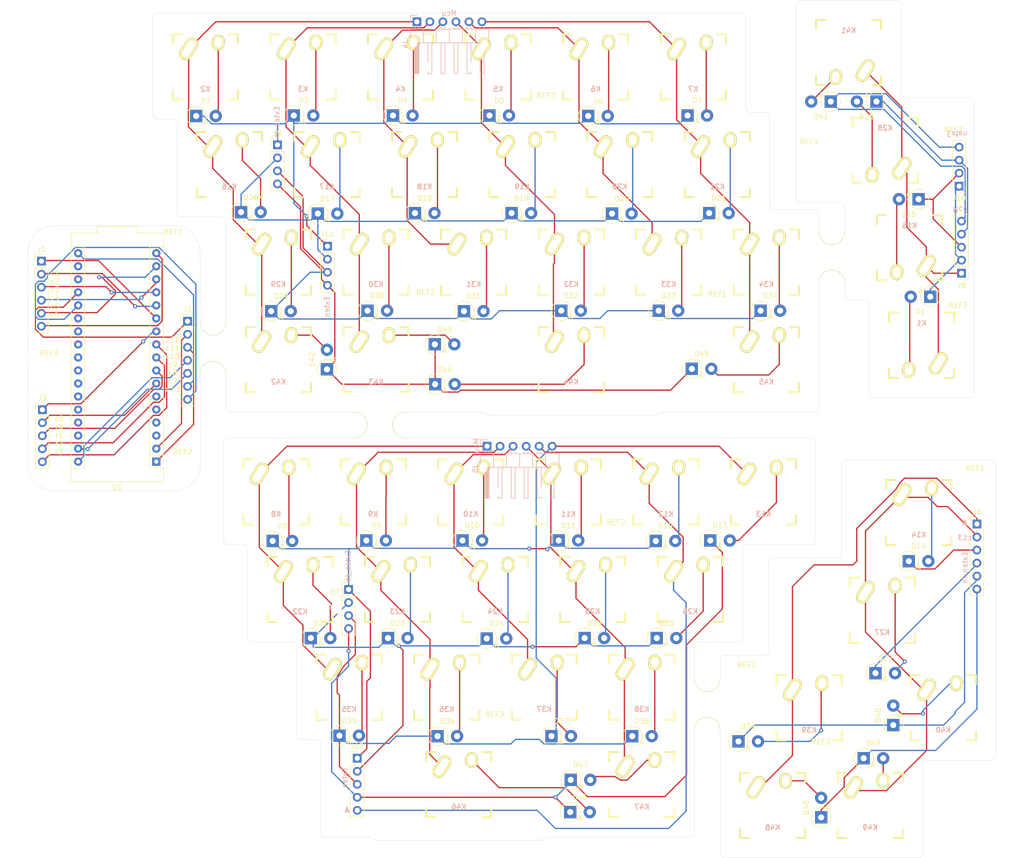
<source format=kicad_pcb>
(kicad_pcb (version 20171130) (host pcbnew "(5.1.10)-1")
  (layers (0 F.Cu signal) (31 B.Cu signal) (34 B.Paste user) (35 F.Paste user) (36 B.SilkS user) (37 F.SilkS user) (38 B.Mask user) (39 F.Mask user) (44 Edge.Cuts user))
  (net 0 "")
  (net 1 "Net-(D1-Pad1)")
  (net 2 "Net-(D1-Pad2)")
  (net 3 "Net-(D2-Pad1)")
  (net 4 "Net-(D2-Pad2)")
  (net 5 "Net-(D3-Pad2)")
  (net 6 "Net-(D4-Pad2)")
  (net 7 "Net-(D5-Pad2)")
  (net 8 "Net-(D6-Pad2)")
  (net 9 "Net-(D7-Pad2)")
  (net 10 "Net-(D10-Pad1)")
  (net 11 "Net-(D8-Pad2)")
  (net 12 "Net-(D9-Pad2)")
  (net 13 "Net-(D10-Pad2)")
  (net 14 "Net-(D11-Pad2)")
  (net 15 "Net-(D12-Pad2)")
  (net 16 "Net-(D13-Pad1)")
  (net 17 "Net-(D13-Pad2)")
  (net 18 "Net-(D14-Pad2)")
  (net 19 /r0)
  (net 20 "Net-(D15-Pad2)")
  (net 21 "Net-(D15-Pad1)")
  (net 22 "Net-(D16-Pad2)")
  (net 23 "Net-(D16-Pad1)")
  (net 24 "Net-(D17-Pad2)")
  (net 25 "Net-(D18-Pad2)")
  (net 26 "Net-(D19-Pad2)")
  (net 27 "Net-(D20-Pad2)")
  (net 28 "Net-(D21-Pad2)")
  (net 29 "Net-(D22-Pad2)")
  (net 30 "Net-(D22-Pad1)")
  (net 31 "Net-(D23-Pad2)")
  (net 32 "Net-(D24-Pad2)")
  (net 33 "Net-(D25-Pad2)")
  (net 34 "Net-(D26-Pad2)")
  (net 35 "Net-(D27-Pad2)")
  (net 36 /r1)
  (net 37 "Net-(D28-Pad2)")
  (net 38 "Net-(D28-Pad1)")
  (net 39 "Net-(D29-Pad2)")
  (net 40 "Net-(D29-Pad1)")
  (net 41 "Net-(D30-Pad2)")
  (net 42 "Net-(D31-Pad2)")
  (net 43 "Net-(D32-Pad2)")
  (net 44 "Net-(D33-Pad2)")
  (net 45 "Net-(D34-Pad2)")
  (net 46 "Net-(D35-Pad2)")
  (net 47 "Net-(D35-Pad1)")
  (net 48 "Net-(D36-Pad2)")
  (net 49 "Net-(D37-Pad1)")
  (net 50 "Net-(D37-Pad2)")
  (net 51 "Net-(D38-Pad2)")
  (net 52 /r2)
  (net 53 "Net-(D39-Pad2)")
  (net 54 "Net-(D40-Pad2)")
  (net 55 "Net-(D41-Pad2)")
  (net 56 "Net-(D41-Pad1)")
  (net 57 "Net-(D42-Pad1)")
  (net 58 "Net-(D42-Pad2)")
  (net 59 "Net-(D43-Pad2)")
  (net 60 "Net-(D44-Pad2)")
  (net 61 "Net-(D45-Pad2)")
  (net 62 "Net-(D46-Pad2)")
  (net 63 "Net-(D47-Pad2)")
  (net 64 /r3)
  (net 65 "Net-(D48-Pad2)")
  (net 66 "Net-(D49-Pad2)")
  (net 67 "Net-(J1-Pad6)")
  (net 68 "Net-(J1-Pad5)")
  (net 69 "Net-(J1-Pad4)")
  (net 70 "Net-(J1-Pad3)")
  (net 71 "Net-(J1-Pad2)")
  (net 72 "Net-(J1-Pad1)")
  (net 73 "Net-(J2-Pad1)")
  (net 74 "Net-(J2-Pad2)")
  (net 75 "Net-(J2-Pad3)")
  (net 76 "Net-(J2-Pad4)")
  (net 77 "Net-(J2-Pad5)")
  (net 78 "Net-(J2-Pad6)")
  (net 79 "Net-(J2-Pad7)")
  (net 80 "Net-(J3-Pad1)")
  (net 81 "Net-(J3-Pad2)")
  (net 82 "Net-(J3-Pad3)")
  (net 83 "Net-(J3-Pad4)")
  (net 84 "Net-(J3-Pad5)")
  (net 85 "Net-(J4-Pad1)")
  (net 86 "Net-(J4-Pad2)")
  (net 87 "Net-(J4-Pad3)")
  (net 88 "Net-(J4-Pad4)")
  (net 89 "Net-(J4-Pad5)")
  (net 90 "Net-(J4-Pad6)")
  (net 91 "Net-(J12-Pad5)")
  (net 92 "Net-(J5-Pad4)")
  (net 93 "Net-(J5-Pad3)")
  (net 94 "Net-(J5-Pad2)")
  (net 95 "Net-(J5-Pad1)")
  (net 96 /a)
  (net 97 /col13)
  (net 98 "Net-(J8-Pad1)")
  (net 99 "Net-(U1-Pad3)")
  (net 100 "Net-(U1-Pad19)")
  (net 101 "Net-(U1-Pad4)")
  (net 102 "Net-(U1-Pad20)")
  (net 103 "Net-(U1-Pad5)")
  (net 104 "Net-(U1-Pad6)")
  (net 105 "Net-(U1-Pad23)")
  (net 106 "Net-(U1-Pad24)")
  (net 107 "Net-(U1-Pad25)")
  (net 108 "Net-(U1-Pad26)")
  (net 109 "Net-(U1-Pad27)")
  (net 110 "Net-(U1-Pad28)")
  (net 111 "Net-(U1-Pad29)")
  (net 112 "Net-(U1-Pad30)")
  (net 113 "Net-(U1-Pad31)")
  (net 114 "Net-(U1-Pad32)")
  (module Panelization:mouse-bite-5mm-slot (layer F.Cu) (at 60.46875 184.78125 270)
    (fp_text reference mouse-bite-5mm-slot hide)
    (fp_text value VAL** hide)
    (pad "" np_thru_hole circle (at 1.5 2.5 270) (size 0.5 0.5) (drill 0.5) (layers *.Cu *.Mask))
    (pad "" np_thru_hole circle (at 3 2.5 270) (size 0.5 0.5) (drill 0.5) (layers *.Cu *.Mask))
    (pad "" np_thru_hole circle (at -3.75 2.5 270) (size 0.5 0.5) (drill 0.5) (layers *.Cu *.Mask))
    (pad "" np_thru_hole circle (at 0.75 2.5 270) (size 0.5 0.5) (drill 0.5) (layers *.Cu *.Mask))
    (pad "" np_thru_hole circle (at 0 2.5 270) (size 0.5 0.5) (drill 0.5) (layers *.Cu *.Mask))
    (pad "" np_thru_hole circle (at -1.5 2.5 270) (size 0.5 0.5) (drill 0.5) (layers *.Cu *.Mask))
    (pad "" np_thru_hole circle (at -2.25 2.5 270) (size 0.5 0.5) (drill 0.5) (layers *.Cu *.Mask))
    (pad "" np_thru_hole circle (at 2.25 2.5 270) (size 0.5 0.5) (drill 0.5) (layers *.Cu *.Mask))
    (pad "" np_thru_hole circle (at -0.75 2.5 270) (size 0.5 0.5) (drill 0.5) (layers *.Cu *.Mask))
    (pad "" np_thru_hole circle (at -3 2.5 270) (size 0.5 0.5) (drill 0.5) (layers *.Cu *.Mask))
    (pad "" np_thru_hole circle (at -3 2.5 270) (size 0.5 0.5) (drill 0.5) (layers *.Cu *.Mask))
    (pad "" np_thru_hole circle (at 3.75 2.5 270) (size 0.5 0.5) (drill 0.5) (layers *.Cu *.Mask))
    (pad "" np_thru_hole circle (at 3.75 -2.5 270) (size 0.5 0.5) (drill 0.5) (layers *.Cu *.Mask))
    (pad "" np_thru_hole circle (at 0.75 -2.5 270) (size 0.5 0.5) (drill 0.5) (layers *.Cu *.Mask))
    (pad "" np_thru_hole circle (at 3 -2.5 270) (size 0.5 0.5) (drill 0.5) (layers *.Cu *.Mask))
    (pad "" np_thru_hole circle (at -3 -2.5 270) (size 0.5 0.5) (drill 0.5) (layers *.Cu *.Mask))
    (pad "" np_thru_hole circle (at -3 -2.5 270) (size 0.5 0.5) (drill 0.5) (layers *.Cu *.Mask))
    (pad "" np_thru_hole circle (at -0.75 -2.5 270) (size 0.5 0.5) (drill 0.5) (layers *.Cu *.Mask))
    (pad "" np_thru_hole circle (at 2.25 -2.5 270) (size 0.5 0.5) (drill 0.5) (layers *.Cu *.Mask))
    (pad "" np_thru_hole circle (at -2.25 -2.5 270) (size 0.5 0.5) (drill 0.5) (layers *.Cu *.Mask))
    (pad "" np_thru_hole circle (at -1.5 -2.5 270) (size 0.5 0.5) (drill 0.5) (layers *.Cu *.Mask))
    (pad "" np_thru_hole circle (at 0 -2.5 270) (size 0.5 0.5) (drill 0.5) (layers *.Cu *.Mask))
    (pad "" np_thru_hole circle (at -3.75 -2.5 270) (size 0.5 0.5) (drill 0.5) (layers *.Cu *.Mask))
    (pad "" np_thru_hole circle (at 1.5 -2.5 270) (size 0.5 0.5) (drill 0.5) (layers *.Cu *.Mask))
  )
  (module Panelization:mouse-bite-5mm-slot (layer F.Cu) (at 181.125 167.0625 270)
    (fp_text reference mouse-bite-5mm-slot hide)
    (fp_text value VAL** hide)
    (pad "" np_thru_hole circle (at 1.5 2.5 270) (size 0.5 0.5) (drill 0.5) (layers *.Cu *.Mask))
    (pad "" np_thru_hole circle (at 3 2.5 270) (size 0.5 0.5) (drill 0.5) (layers *.Cu *.Mask))
    (pad "" np_thru_hole circle (at -3.75 2.5 270) (size 0.5 0.5) (drill 0.5) (layers *.Cu *.Mask))
    (pad "" np_thru_hole circle (at 0.75 2.5 270) (size 0.5 0.5) (drill 0.5) (layers *.Cu *.Mask))
    (pad "" np_thru_hole circle (at 0 2.5 270) (size 0.5 0.5) (drill 0.5) (layers *.Cu *.Mask))
    (pad "" np_thru_hole circle (at -1.5 2.5 270) (size 0.5 0.5) (drill 0.5) (layers *.Cu *.Mask))
    (pad "" np_thru_hole circle (at -2.25 2.5 270) (size 0.5 0.5) (drill 0.5) (layers *.Cu *.Mask))
    (pad "" np_thru_hole circle (at 2.25 2.5 270) (size 0.5 0.5) (drill 0.5) (layers *.Cu *.Mask))
    (pad "" np_thru_hole circle (at -0.75 2.5 270) (size 0.5 0.5) (drill 0.5) (layers *.Cu *.Mask))
    (pad "" np_thru_hole circle (at -3 2.5 270) (size 0.5 0.5) (drill 0.5) (layers *.Cu *.Mask))
    (pad "" np_thru_hole circle (at -3 2.5 270) (size 0.5 0.5) (drill 0.5) (layers *.Cu *.Mask))
    (pad "" np_thru_hole circle (at 3.75 2.5 270) (size 0.5 0.5) (drill 0.5) (layers *.Cu *.Mask))
    (pad "" np_thru_hole circle (at 3.75 -2.5 270) (size 0.5 0.5) (drill 0.5) (layers *.Cu *.Mask))
    (pad "" np_thru_hole circle (at 0.75 -2.5 270) (size 0.5 0.5) (drill 0.5) (layers *.Cu *.Mask))
    (pad "" np_thru_hole circle (at 3 -2.5 270) (size 0.5 0.5) (drill 0.5) (layers *.Cu *.Mask))
    (pad "" np_thru_hole circle (at -3 -2.5 270) (size 0.5 0.5) (drill 0.5) (layers *.Cu *.Mask))
    (pad "" np_thru_hole circle (at -3 -2.5 270) (size 0.5 0.5) (drill 0.5) (layers *.Cu *.Mask))
    (pad "" np_thru_hole circle (at -0.75 -2.5 270) (size 0.5 0.5) (drill 0.5) (layers *.Cu *.Mask))
    (pad "" np_thru_hole circle (at 2.25 -2.5 270) (size 0.5 0.5) (drill 0.5) (layers *.Cu *.Mask))
    (pad "" np_thru_hole circle (at -2.25 -2.5 270) (size 0.5 0.5) (drill 0.5) (layers *.Cu *.Mask))
    (pad "" np_thru_hole circle (at -1.5 -2.5 270) (size 0.5 0.5) (drill 0.5) (layers *.Cu *.Mask))
    (pad "" np_thru_hole circle (at 0 -2.5 270) (size 0.5 0.5) (drill 0.5) (layers *.Cu *.Mask))
    (pad "" np_thru_hole circle (at -3.75 -2.5 270) (size 0.5 0.5) (drill 0.5) (layers *.Cu *.Mask))
    (pad "" np_thru_hole circle (at 1.5 -2.5 270) (size 0.5 0.5) (drill 0.5) (layers *.Cu *.Mask))
  )
  (module Panelization:mouse-bite-5mm-slot (layer F.Cu) (at 156.84375 254.25 270)
    (fp_text reference mouse-bite-5mm-slot hide)
    (fp_text value VAL** hide)
    (pad "" np_thru_hole circle (at 1.5 2.5 270) (size 0.5 0.5) (drill 0.5) (layers *.Cu *.Mask))
    (pad "" np_thru_hole circle (at 3 2.5 270) (size 0.5 0.5) (drill 0.5) (layers *.Cu *.Mask))
    (pad "" np_thru_hole circle (at -3.75 2.5 270) (size 0.5 0.5) (drill 0.5) (layers *.Cu *.Mask))
    (pad "" np_thru_hole circle (at 0.75 2.5 270) (size 0.5 0.5) (drill 0.5) (layers *.Cu *.Mask))
    (pad "" np_thru_hole circle (at 0 2.5 270) (size 0.5 0.5) (drill 0.5) (layers *.Cu *.Mask))
    (pad "" np_thru_hole circle (at -1.5 2.5 270) (size 0.5 0.5) (drill 0.5) (layers *.Cu *.Mask))
    (pad "" np_thru_hole circle (at -2.25 2.5 270) (size 0.5 0.5) (drill 0.5) (layers *.Cu *.Mask))
    (pad "" np_thru_hole circle (at 2.25 2.5 270) (size 0.5 0.5) (drill 0.5) (layers *.Cu *.Mask))
    (pad "" np_thru_hole circle (at -0.75 2.5 270) (size 0.5 0.5) (drill 0.5) (layers *.Cu *.Mask))
    (pad "" np_thru_hole circle (at -3 2.5 270) (size 0.5 0.5) (drill 0.5) (layers *.Cu *.Mask))
    (pad "" np_thru_hole circle (at -3 2.5 270) (size 0.5 0.5) (drill 0.5) (layers *.Cu *.Mask))
    (pad "" np_thru_hole circle (at 3.75 2.5 270) (size 0.5 0.5) (drill 0.5) (layers *.Cu *.Mask))
    (pad "" np_thru_hole circle (at 3.75 -2.5 270) (size 0.5 0.5) (drill 0.5) (layers *.Cu *.Mask))
    (pad "" np_thru_hole circle (at 0.75 -2.5 270) (size 0.5 0.5) (drill 0.5) (layers *.Cu *.Mask))
    (pad "" np_thru_hole circle (at 3 -2.5 270) (size 0.5 0.5) (drill 0.5) (layers *.Cu *.Mask))
    (pad "" np_thru_hole circle (at -3 -2.5 270) (size 0.5 0.5) (drill 0.5) (layers *.Cu *.Mask))
    (pad "" np_thru_hole circle (at -3 -2.5 270) (size 0.5 0.5) (drill 0.5) (layers *.Cu *.Mask))
    (pad "" np_thru_hole circle (at -0.75 -2.5 270) (size 0.5 0.5) (drill 0.5) (layers *.Cu *.Mask))
    (pad "" np_thru_hole circle (at 2.25 -2.5 270) (size 0.5 0.5) (drill 0.5) (layers *.Cu *.Mask))
    (pad "" np_thru_hole circle (at -2.25 -2.5 270) (size 0.5 0.5) (drill 0.5) (layers *.Cu *.Mask))
    (pad "" np_thru_hole circle (at -1.5 -2.5 270) (size 0.5 0.5) (drill 0.5) (layers *.Cu *.Mask))
    (pad "" np_thru_hole circle (at 0 -2.5 270) (size 0.5 0.5) (drill 0.5) (layers *.Cu *.Mask))
    (pad "" np_thru_hole circle (at -3.75 -2.5 270) (size 0.5 0.5) (drill 0.5) (layers *.Cu *.Mask))
    (pad "" np_thru_hole circle (at 1.5 -2.5 270) (size 0.5 0.5) (drill 0.5) (layers *.Cu *.Mask))
  )
  (module Panelization:mouse-bite-5mm-slot (layer F.Cu) (at 93 199.78125 180)
    (fp_text reference mouse-bite-5mm-slot hide)
    (fp_text value VAL** hide)
    (pad "" np_thru_hole circle (at 1.5 -2.5 180) (size 0.5 0.5) (drill 0.5) (layers *.Cu *.Mask))
    (pad "" np_thru_hole circle (at -3.75 -2.5 180) (size 0.5 0.5) (drill 0.5) (layers *.Cu *.Mask))
    (pad "" np_thru_hole circle (at 0 -2.5 180) (size 0.5 0.5) (drill 0.5) (layers *.Cu *.Mask))
    (pad "" np_thru_hole circle (at -1.5 -2.5 180) (size 0.5 0.5) (drill 0.5) (layers *.Cu *.Mask))
    (pad "" np_thru_hole circle (at -2.25 -2.5 180) (size 0.5 0.5) (drill 0.5) (layers *.Cu *.Mask))
    (pad "" np_thru_hole circle (at 2.25 -2.5 180) (size 0.5 0.5) (drill 0.5) (layers *.Cu *.Mask))
    (pad "" np_thru_hole circle (at -0.75 -2.5 180) (size 0.5 0.5) (drill 0.5) (layers *.Cu *.Mask))
    (pad "" np_thru_hole circle (at -3 -2.5 180) (size 0.5 0.5) (drill 0.5) (layers *.Cu *.Mask))
    (pad "" np_thru_hole circle (at -3 -2.5 180) (size 0.5 0.5) (drill 0.5) (layers *.Cu *.Mask))
    (pad "" np_thru_hole circle (at 3 -2.5 180) (size 0.5 0.5) (drill 0.5) (layers *.Cu *.Mask))
    (pad "" np_thru_hole circle (at 0.75 -2.5 180) (size 0.5 0.5) (drill 0.5) (layers *.Cu *.Mask))
    (pad "" np_thru_hole circle (at 3.75 -2.5 180) (size 0.5 0.5) (drill 0.5) (layers *.Cu *.Mask))
    (pad "" np_thru_hole circle (at 3.75 2.5 180) (size 0.5 0.5) (drill 0.5) (layers *.Cu *.Mask))
    (pad "" np_thru_hole circle (at -3 2.5 180) (size 0.5 0.5) (drill 0.5) (layers *.Cu *.Mask))
    (pad "" np_thru_hole circle (at -3 2.5 180) (size 0.5 0.5) (drill 0.5) (layers *.Cu *.Mask))
    (pad "" np_thru_hole circle (at -0.75 2.5 180) (size 0.5 0.5) (drill 0.5) (layers *.Cu *.Mask))
    (pad "" np_thru_hole circle (at 2.25 2.5 180) (size 0.5 0.5) (drill 0.5) (layers *.Cu *.Mask))
    (pad "" np_thru_hole circle (at -2.25 2.5 180) (size 0.5 0.5) (drill 0.5) (layers *.Cu *.Mask))
    (pad "" np_thru_hole circle (at -1.5 2.5 180) (size 0.5 0.5) (drill 0.5) (layers *.Cu *.Mask))
    (pad "" np_thru_hole circle (at 0 2.5 180) (size 0.5 0.5) (drill 0.5) (layers *.Cu *.Mask))
    (pad "" np_thru_hole circle (at 0.75 2.5 180) (size 0.5 0.5) (drill 0.5) (layers *.Cu *.Mask))
    (pad "" np_thru_hole circle (at -3.75 2.5 180) (size 0.5 0.5) (drill 0.5) (layers *.Cu *.Mask))
    (pad "" np_thru_hole circle (at 3 2.5 180) (size 0.5 0.5) (drill 0.5) (layers *.Cu *.Mask))
    (pad "" np_thru_hole circle (at 1.5 2.5 180) (size 0.5 0.5) (drill 0.5) (layers *.Cu *.Mask))
  )
  (module MountingHole:MountingHole_2.2mm_M2 (layer F.Cu) (at 28.40625 189)
    (fp_text reference REF3 (at 0 -3.2) (layer F.SilkS))
    (fp_text value MountingHole_2.2mm_M2)
    (pad 1 np_thru_hole circle (at 0 0) (size 2.2 2.2) (drill 2.2) (layers *.Cu *.Mask))
  )
  (module MountingHole:MountingHole_2.2mm_M2 (layer F.Cu) (at 54.5625 165.1875)
    (fp_text reference REF1 (at -1.78125 -3.09375) (layer F.SilkS))
    (fp_text value MountingHole_2.2mm_M2)
    (pad 1 np_thru_hole circle (at 0 0) (size 2.2 2.2) (drill 2.2) (layers *.Cu *.Mask))
  )
  (module MountingHole:MountingHole_2.2mm_M2 (layer F.Cu) (at 54.5625 208.21875)
    (fp_text reference REF2 (at 0 -3.2) (layer F.SilkS))
    (fp_text value MountingHole_2.2mm_M2)
    (pad 1 np_thru_hole circle (at 0 0) (size 2.2 2.2) (drill 2.2) (layers *.Cu *.Mask))
  )
  (module MountingHole:MountingHole_2.2mm_M2 (layer F.Cu) (at 205.875 174.375 180)
    (fp_text reference REF3 (at 0.09375 -2.0625) (layer F.SilkS))
    (fp_text value MountingHole_2.2mm_M2)
    (pad 1 np_thru_hole circle (at 0 0 180) (size 2.2 2.2) (drill 2.2) (layers *.Cu *.Mask))
  )
  (module MountingHole:MountingHole_2.2mm_M2 (layer F.Cu) (at 176.71875 141.28125 180)
    (fp_text reference REF1 (at 0 -3.2) (layer F.SilkS))
    (fp_text value MountingHole_2.2mm_M2)
    (pad 1 np_thru_hole circle (at 0 0 180) (size 2.2 2.2) (drill 2.2) (layers *.Cu *.Mask))
  )
  (module MountingHole:MountingHole_2.2mm_M2 (layer F.Cu) (at 204.84375 138.9375 180)
    (fp_text reference REF2 (at 0 -3.2) (layer F.SilkS))
    (fp_text value MountingHole_2.2mm_M2)
    (pad 1 np_thru_hole circle (at 0 0 180) (size 2.2 2.2) (drill 2.2) (layers *.Cu *.Mask))
  )
  (module MountingHole:MountingHole_2.2mm_M2 (layer F.Cu) (at 164.53125 249.75)
    (fp_text reference REF2 (at 0 -3.2) (layer F.SilkS))
    (fp_text value MountingHole_2.2mm_M2)
    (pad 1 np_thru_hole circle (at 0 0) (size 2.2 2.2) (drill 2.2) (layers *.Cu *.Mask))
  )
  (module MountingHole:MountingHole_2.2mm_M2 (layer F.Cu) (at 178.96875 264.75)
    (fp_text reference REF3 (at 0 -3.2) (layer F.SilkS))
    (fp_text value MountingHole_2.2mm_M2)
    (pad 1 np_thru_hole circle (at 0 0) (size 2.2 2.2) (drill 2.2) (layers *.Cu *.Mask))
  )
  (module MountingHole:MountingHole_2.2mm_M2 (layer F.Cu) (at 209.15625 211.40625)
    (fp_text reference REF1 (at 0 -3.2) (layer F.SilkS))
    (fp_text value MountingHole_2.2mm_M2)
    (pad 1 np_thru_hole circle (at 0 0) (size 2.2 2.2) (drill 2.2) (layers *.Cu *.Mask))
  )
  (module MountingHole:MountingHole_2.2mm_M2 (layer F.Cu) (at 101.90625 177.09375)
    (fp_text reference REF2 (at 0 -3.2) (layer F.SilkS))
    (fp_text value MountingHole_2.2mm_M2)
    (pad 1 np_thru_hole circle (at 0 0) (size 2.2 2.2) (drill 2.2) (layers *.Cu *.Mask))
  )
  (module MountingHole:MountingHole_2.2mm_M2 (layer F.Cu) (at 158.8125 177.46875)
    (fp_text reference REF1 (at 0 -3.2) (layer F.SilkS))
    (fp_text value MountingHole_2.2mm_M2)
    (pad 1 np_thru_hole circle (at 0 0) (size 2.2 2.2) (drill 2.2) (layers *.Cu *.Mask))
  )
  (module MountingHole:MountingHole_2.2mm_M2 (layer F.Cu) (at 125.4375 138.75)
    (fp_text reference REF3 (at 0 -3.2) (layer F.SilkS))
    (fp_text value MountingHole_2.2mm_M2)
    (pad 1 np_thru_hole circle (at 0 0) (size 2.2 2.2) (drill 2.2) (layers *.Cu *.Mask))
  )
  (module MountingHole:MountingHole_2.2mm_M2 (layer F.Cu) (at 115.40625 259.40625)
    (fp_text reference REF3 (at 0 -3.2) (layer F.SilkS))
    (fp_text value MountingHole_2.2mm_M2)
    (pad 1 np_thru_hole circle (at 0 0) (size 2.2 2.2) (drill 2.2) (layers *.Cu *.Mask))
  )
  (module MountingHole:MountingHole_2.2mm_M2 (layer F.Cu) (at 139.03125 221.90625)
    (fp_text reference REF2 (at 0 -3.2) (layer F.SilkS))
    (fp_text value MountingHole_2.2mm_M2)
    (pad 1 np_thru_hole circle (at 0 0) (size 2.2 2.2) (drill 2.2) (layers *.Cu *.Mask))
  )
  (module MountingHole:MountingHole_2.2mm_M2 (layer F.Cu) (at 84.46875 235.5)
    (fp_text reference REF1 (at 0 -3.2) (layer F.SilkS))
    (fp_text value MountingHole_2.2mm_M2)
    (pad 1 np_thru_hole circle (at 0 0) (size 2.2 2.2) (drill 2.2) (layers *.Cu *.Mask))
  )
  (module Diode_THT:D_DO-15_P3.81mm_Vertical_AnodeUp (layer F.Cu) (at 200.34375 174.75 180)
    (fp_text reference D1 (at 1.905 -2.92) (layer F.SilkS))
    (fp_text value D)
    (fp_text user A (at 1.91 1.2) (layer F.SilkS))
    (pad 2 thru_hole oval (at 3.81 0 180) (size 2.4 2.4) (drill 1.2) (layers *.Cu *.Mask) (net 2 "Net-(D1-Pad2)"))
    (pad 1 thru_hole rect (at 0 0 180) (size 2.4 2.4) (drill 1.2) (layers *.Cu *.Mask) (net 1 "Net-(D1-Pad1)"))
  )
  (module Diode_THT:D_DO-15_P3.81mm_Vertical_AnodeUp (layer F.Cu) (at 57.1875 139.5)
    (fp_text reference D2 (at 1.905 -2.92) (layer F.SilkS))
    (fp_text value D)
    (fp_text user A (at 1.91 1.2) (layer F.SilkS))
    (pad 1 thru_hole rect (at 0 0) (size 2.4 2.4) (drill 1.2) (layers *.Cu *.Mask) (net 3 "Net-(D2-Pad1)"))
    (pad 2 thru_hole oval (at 3.81 0) (size 2.4 2.4) (drill 1.2) (layers *.Cu *.Mask) (net 4 "Net-(D2-Pad2)"))
  )
  (module Diode_THT:D_DO-15_P3.81mm_Vertical_AnodeUp (layer F.Cu) (at 76.21875 139.40625)
    (fp_text reference D3 (at 1.905 -2.92) (layer F.SilkS))
    (fp_text value D)
    (fp_text user A (at 1.91 1.2) (layer F.SilkS))
    (pad 1 thru_hole rect (at 0 0) (size 2.4 2.4) (drill 1.2) (layers *.Cu *.Mask) (net 3 "Net-(D2-Pad1)"))
    (pad 2 thru_hole oval (at 3.81 0) (size 2.4 2.4) (drill 1.2) (layers *.Cu *.Mask) (net 5 "Net-(D3-Pad2)"))
  )
  (module Diode_THT:D_DO-15_P3.81mm_Vertical_AnodeUp (layer F.Cu) (at 95.565 139.40625)
    (fp_text reference D4 (at 1.905 -2.92) (layer F.SilkS))
    (fp_text value D)
    (fp_text user A (at 1.91 1.2) (layer F.SilkS))
    (pad 2 thru_hole oval (at 3.81 0) (size 2.4 2.4) (drill 1.2) (layers *.Cu *.Mask) (net 6 "Net-(D4-Pad2)"))
    (pad 1 thru_hole rect (at 0 0) (size 2.4 2.4) (drill 1.2) (layers *.Cu *.Mask) (net 3 "Net-(D2-Pad1)"))
  )
  (module Diode_THT:D_DO-15_P3.81mm_Vertical_AnodeUp (layer F.Cu) (at 114.375 139.40625)
    (fp_text reference D5 (at 1.905 -2.92) (layer F.SilkS))
    (fp_text value D)
    (fp_text user A (at 1.91 1.2) (layer F.SilkS))
    (pad 1 thru_hole rect (at 0 0) (size 2.4 2.4) (drill 1.2) (layers *.Cu *.Mask) (net 3 "Net-(D2-Pad1)"))
    (pad 2 thru_hole oval (at 3.81 0) (size 2.4 2.4) (drill 1.2) (layers *.Cu *.Mask) (net 7 "Net-(D5-Pad2)"))
  )
  (module Diode_THT:D_DO-15_P3.81mm_Vertical_AnodeUp (layer F.Cu) (at 133.6275 139.5)
    (fp_text reference D6 (at 1.905 -2.92) (layer F.SilkS))
    (fp_text value D)
    (fp_text user A (at 1.91 1.2) (layer F.SilkS))
    (pad 2 thru_hole oval (at 3.81 0) (size 2.4 2.4) (drill 1.2) (layers *.Cu *.Mask) (net 8 "Net-(D6-Pad2)"))
    (pad 1 thru_hole rect (at 0 0) (size 2.4 2.4) (drill 1.2) (layers *.Cu *.Mask) (net 3 "Net-(D2-Pad1)"))
  )
  (module Diode_THT:D_DO-15_P3.81mm_Vertical_AnodeUp (layer F.Cu) (at 153 139.40625)
    (fp_text reference D7 (at 1.905 -2.92) (layer F.SilkS))
    (fp_text value D)
    (fp_text user A (at 1.91 1.2) (layer F.SilkS))
    (pad 1 thru_hole rect (at 0 0) (size 2.4 2.4) (drill 1.2) (layers *.Cu *.Mask) (net 3 "Net-(D2-Pad1)"))
    (pad 2 thru_hole oval (at 3.81 0) (size 2.4 2.4) (drill 1.2) (layers *.Cu *.Mask) (net 9 "Net-(D7-Pad2)"))
  )
  (module Diode_THT:D_DO-15_P3.81mm_Vertical_AnodeUp (layer F.Cu) (at 72.09375 222.375)
    (fp_text reference D8 (at 1.905 -2.92) (layer F.SilkS))
    (fp_text value D)
    (fp_text user A (at 1.91 1.2) (layer F.SilkS))
    (pad 1 thru_hole rect (at 0 0) (size 2.4 2.4) (drill 1.2) (layers *.Cu *.Mask) (net 10 "Net-(D10-Pad1)"))
    (pad 2 thru_hole oval (at 3.81 0) (size 2.4 2.4) (drill 1.2) (layers *.Cu *.Mask) (net 11 "Net-(D8-Pad2)"))
  )
  (module Diode_THT:D_DO-15_P3.81mm_Vertical_AnodeUp (layer F.Cu) (at 90.375 222.28125)
    (fp_text reference D9 (at 1.905 -2.92) (layer F.SilkS))
    (fp_text value D)
    (fp_text user A (at 1.91 1.2) (layer F.SilkS))
    (pad 2 thru_hole oval (at 3.81 0) (size 2.4 2.4) (drill 1.2) (layers *.Cu *.Mask) (net 12 "Net-(D9-Pad2)"))
    (pad 1 thru_hole rect (at 0 0) (size 2.4 2.4) (drill 1.2) (layers *.Cu *.Mask) (net 10 "Net-(D10-Pad1)"))
  )
  (module Diode_THT:D_DO-15_P3.81mm_Vertical_AnodeUp (layer F.Cu) (at 109.125 222.28125)
    (fp_text reference D10 (at 1.905 -2.92) (layer F.SilkS))
    (fp_text value D)
    (fp_text user A (at 1.91 1.2) (layer F.SilkS))
    (pad 1 thru_hole rect (at 0 0) (size 2.4 2.4) (drill 1.2) (layers *.Cu *.Mask) (net 10 "Net-(D10-Pad1)"))
    (pad 2 thru_hole oval (at 3.81 0) (size 2.4 2.4) (drill 1.2) (layers *.Cu *.Mask) (net 13 "Net-(D10-Pad2)"))
  )
  (module Diode_THT:D_DO-15_P3.81mm_Vertical_AnodeUp (layer F.Cu) (at 127.875 222.28125)
    (fp_text reference D11 (at 1.905 -2.92) (layer F.SilkS))
    (fp_text value D)
    (fp_text user A (at 1.91 1.2) (layer F.SilkS))
    (pad 1 thru_hole rect (at 0 0) (size 2.4 2.4) (drill 1.2) (layers *.Cu *.Mask) (net 10 "Net-(D10-Pad1)"))
    (pad 2 thru_hole oval (at 3.81 0) (size 2.4 2.4) (drill 1.2) (layers *.Cu *.Mask) (net 14 "Net-(D11-Pad2)"))
  )
  (module Diode_THT:D_DO-15_P3.81mm_Vertical_AnodeUp (layer F.Cu) (at 146.8125 222.375)
    (fp_text reference D12 (at 1.905 -2.92) (layer F.SilkS))
    (fp_text value D)
    (fp_text user A (at 1.91 1.2) (layer F.SilkS))
    (pad 2 thru_hole oval (at 3.81 0) (size 2.4 2.4) (drill 1.2) (layers *.Cu *.Mask) (net 15 "Net-(D12-Pad2)"))
    (pad 1 thru_hole rect (at 0 0) (size 2.4 2.4) (drill 1.2) (layers *.Cu *.Mask) (net 10 "Net-(D10-Pad1)"))
  )
  (module Diode_THT:D_DO-15_P3.81mm_Vertical_AnodeUp (layer F.Cu) (at 157.44 222.28125)
    (fp_text reference D13 (at 1.905 -2.92) (layer F.SilkS))
    (fp_text value D)
    (fp_text user A (at 1.91 1.2) (layer F.SilkS))
    (pad 1 thru_hole rect (at 0 0) (size 2.4 2.4) (drill 1.2) (layers *.Cu *.Mask) (net 16 "Net-(D13-Pad1)"))
    (pad 2 thru_hole oval (at 3.81 0) (size 2.4 2.4) (drill 1.2) (layers *.Cu *.Mask) (net 17 "Net-(D13-Pad2)"))
  )
  (module Diode_THT:D_DO-15_P3.81mm_Vertical_AnodeUp (layer F.Cu) (at 196.15875 226.3125)
    (fp_text reference D14 (at 1.905 -2.92) (layer F.SilkS))
    (fp_text value D)
    (fp_text user A (at 1.91 1.2) (layer F.SilkS))
    (pad 2 thru_hole oval (at 3.81 0) (size 2.4 2.4) (drill 1.2) (layers *.Cu *.Mask) (net 18 "Net-(D14-Pad2)"))
    (pad 1 thru_hole rect (at 0 0) (size 2.4 2.4) (drill 1.2) (layers *.Cu *.Mask) (net 19 /r0))
  )
  (module Diode_THT:D_DO-15_P3.81mm_Vertical_AnodeUp (layer F.Cu) (at 198.06 155.71875 180)
    (fp_text reference D15 (at 1.905 -2.92) (layer F.SilkS))
    (fp_text value D)
    (fp_text user A (at 1.91 1.2) (layer F.SilkS))
    (pad 1 thru_hole rect (at 0 0 180) (size 2.4 2.4) (drill 1.2) (layers *.Cu *.Mask) (net 21 "Net-(D15-Pad1)"))
    (pad 2 thru_hole oval (at 3.81 0 180) (size 2.4 2.4) (drill 1.2) (layers *.Cu *.Mask) (net 20 "Net-(D15-Pad2)"))
  )
  (module Diode_THT:D_DO-15_P3.81mm_Vertical_AnodeUp (layer F.Cu) (at 65.94 158.25)
    (fp_text reference D16 (at 1.905 -2.92) (layer F.SilkS))
    (fp_text value D)
    (fp_text user A (at 1.91 1.2) (layer F.SilkS))
    (pad 2 thru_hole oval (at 3.81 0) (size 2.4 2.4) (drill 1.2) (layers *.Cu *.Mask) (net 22 "Net-(D16-Pad2)"))
    (pad 1 thru_hole rect (at 0 0) (size 2.4 2.4) (drill 1.2) (layers *.Cu *.Mask) (net 23 "Net-(D16-Pad1)"))
  )
  (module Diode_THT:D_DO-15_P3.81mm_Vertical_AnodeUp (layer F.Cu) (at 80.90625 158.53125)
    (fp_text reference D17 (at 1.905 -2.92) (layer F.SilkS))
    (fp_text value D)
    (fp_text user A (at 1.91 1.2) (layer F.SilkS))
    (pad 1 thru_hole rect (at 0 0) (size 2.4 2.4) (drill 1.2) (layers *.Cu *.Mask) (net 23 "Net-(D16-Pad1)"))
    (pad 2 thru_hole oval (at 3.81 0) (size 2.4 2.4) (drill 1.2) (layers *.Cu *.Mask) (net 24 "Net-(D17-Pad2)"))
  )
  (module Diode_THT:D_DO-15_P3.81mm_Vertical_AnodeUp (layer F.Cu) (at 99.84375 158.4375)
    (fp_text reference D18 (at 1.905 -2.92) (layer F.SilkS))
    (fp_text value D)
    (fp_text user A (at 1.91 1.2) (layer F.SilkS))
    (pad 2 thru_hole oval (at 3.81 0) (size 2.4 2.4) (drill 1.2) (layers *.Cu *.Mask) (net 25 "Net-(D18-Pad2)"))
    (pad 1 thru_hole rect (at 0 0) (size 2.4 2.4) (drill 1.2) (layers *.Cu *.Mask) (net 23 "Net-(D16-Pad1)"))
  )
  (module Diode_THT:D_DO-15_P3.81mm_Vertical_AnodeUp (layer F.Cu) (at 118.6875 158.4375)
    (fp_text reference D19 (at 1.905 -2.92) (layer F.SilkS))
    (fp_text value D)
    (fp_text user A (at 1.91 1.2) (layer F.SilkS))
    (pad 1 thru_hole rect (at 0 0) (size 2.4 2.4) (drill 1.2) (layers *.Cu *.Mask) (net 23 "Net-(D16-Pad1)"))
    (pad 2 thru_hole oval (at 3.81 0) (size 2.4 2.4) (drill 1.2) (layers *.Cu *.Mask) (net 26 "Net-(D19-Pad2)"))
  )
  (module Diode_THT:D_DO-15_P3.81mm_Vertical_AnodeUp (layer F.Cu) (at 138.28125 158.53125)
    (fp_text reference D20 (at 1.905 -2.92) (layer F.SilkS))
    (fp_text value D)
    (fp_text user A (at 1.91 1.2) (layer F.SilkS))
    (pad 2 thru_hole oval (at 3.81 0) (size 2.4 2.4) (drill 1.2) (layers *.Cu *.Mask) (net 27 "Net-(D20-Pad2)"))
    (pad 1 thru_hole rect (at 0 0) (size 2.4 2.4) (drill 1.2) (layers *.Cu *.Mask) (net 23 "Net-(D16-Pad1)"))
  )
  (module Diode_THT:D_DO-15_P3.81mm_Vertical_AnodeUp (layer F.Cu) (at 157.21875 158.4375)
    (fp_text reference D21 (at 1.905 -2.92) (layer F.SilkS))
    (fp_text value D)
    (fp_text user A (at 1.91 1.2) (layer F.SilkS))
    (pad 1 thru_hole rect (at 0 0) (size 2.4 2.4) (drill 1.2) (layers *.Cu *.Mask) (net 23 "Net-(D16-Pad1)"))
    (pad 2 thru_hole oval (at 3.81 0) (size 2.4 2.4) (drill 1.2) (layers *.Cu *.Mask) (net 28 "Net-(D21-Pad2)"))
  )
  (module Diode_THT:D_DO-15_P3.81mm_Vertical_AnodeUp (layer F.Cu) (at 79.53375 241.3125)
    (fp_text reference D22 (at 1.905 -2.92) (layer F.SilkS))
    (fp_text value D)
    (fp_text user A (at 1.91 1.2) (layer F.SilkS))
    (pad 2 thru_hole oval (at 3.81 0) (size 2.4 2.4) (drill 1.2) (layers *.Cu *.Mask) (net 29 "Net-(D22-Pad2)"))
    (pad 1 thru_hole rect (at 0 0) (size 2.4 2.4) (drill 1.2) (layers *.Cu *.Mask) (net 30 "Net-(D22-Pad1)"))
  )
  (module Diode_THT:D_DO-15_P3.81mm_Vertical_AnodeUp (layer F.Cu) (at 94.59375 241.3125)
    (fp_text reference D23 (at 1.905 -2.92) (layer F.SilkS))
    (fp_text value D)
    (fp_text user A (at 1.91 1.2) (layer F.SilkS))
    (pad 1 thru_hole rect (at 0 0) (size 2.4 2.4) (drill 1.2) (layers *.Cu *.Mask) (net 30 "Net-(D22-Pad1)"))
    (pad 2 thru_hole oval (at 3.81 0) (size 2.4 2.4) (drill 1.2) (layers *.Cu *.Mask) (net 31 "Net-(D23-Pad2)"))
  )
  (module Diode_THT:D_DO-15_P3.81mm_Vertical_AnodeUp (layer F.Cu) (at 113.84625 241.40625)
    (fp_text reference D24 (at 1.905 -2.92) (layer F.SilkS))
    (fp_text value D)
    (fp_text user A (at 1.91 1.2) (layer F.SilkS))
    (pad 2 thru_hole oval (at 3.81 0) (size 2.4 2.4) (drill 1.2) (layers *.Cu *.Mask) (net 32 "Net-(D24-Pad2)"))
    (pad 1 thru_hole rect (at 0 0) (size 2.4 2.4) (drill 1.2) (layers *.Cu *.Mask) (net 30 "Net-(D22-Pad1)"))
  )
  (module Diode_THT:D_DO-15_P3.81mm_Vertical_AnodeUp (layer F.Cu) (at 132.9375 241.3125)
    (fp_text reference D25 (at 1.905 -2.92) (layer F.SilkS))
    (fp_text value D)
    (fp_text user A (at 1.91 1.2) (layer F.SilkS))
    (pad 2 thru_hole oval (at 3.81 0) (size 2.4 2.4) (drill 1.2) (layers *.Cu *.Mask) (net 33 "Net-(D25-Pad2)"))
    (pad 1 thru_hole rect (at 0 0) (size 2.4 2.4) (drill 1.2) (layers *.Cu *.Mask) (net 30 "Net-(D22-Pad1)"))
  )
  (module Diode_THT:D_DO-15_P3.81mm_Vertical_AnodeUp (layer F.Cu) (at 147 241.3125)
    (fp_text reference D26 (at 1.905 -2.92) (layer F.SilkS))
    (fp_text value D)
    (fp_text user A (at 1.91 1.2) (layer F.SilkS))
    (pad 2 thru_hole oval (at 3.81 0) (size 2.4 2.4) (drill 1.2) (layers *.Cu *.Mask) (net 34 "Net-(D26-Pad2)"))
    (pad 1 thru_hole rect (at 0 0) (size 2.4 2.4) (drill 1.2) (layers *.Cu *.Mask) (net 30 "Net-(D22-Pad1)"))
  )
  (module Diode_THT:D_DO-15_P3.81mm_Vertical_AnodeUp (layer F.Cu) (at 189.65625 248.15625)
    (fp_text reference D27 (at 1.905 -2.92) (layer F.SilkS))
    (fp_text value D)
    (fp_text user A (at 1.91 1.2) (layer F.SilkS))
    (pad 2 thru_hole oval (at 3.81 0) (size 2.4 2.4) (drill 1.2) (layers *.Cu *.Mask) (net 35 "Net-(D27-Pad2)"))
    (pad 1 thru_hole rect (at 0 0) (size 2.4 2.4) (drill 1.2) (layers *.Cu *.Mask) (net 36 /r1))
  )
  (module Diode_THT:D_DO-15_P3.81mm_Vertical_AnodeUp (layer F.Cu) (at 189.84375 136.6875 180)
    (fp_text reference D28 (at 1.905 -2.92) (layer F.SilkS))
    (fp_text value D)
    (fp_text user A (at 1.91 1.2) (layer F.SilkS))
    (pad 1 thru_hole rect (at 0 0 180) (size 2.4 2.4) (drill 1.2) (layers *.Cu *.Mask) (net 38 "Net-(D28-Pad1)"))
    (pad 2 thru_hole oval (at 3.81 0 180) (size 2.4 2.4) (drill 1.2) (layers *.Cu *.Mask) (net 37 "Net-(D28-Pad2)"))
  )
  (module Diode_THT:D_DO-15_P3.81mm_Vertical_AnodeUp (layer F.Cu) (at 71.8125 177.5625)
    (fp_text reference D29 (at 1.905 -2.92) (layer F.SilkS))
    (fp_text value D)
    (fp_text user A (at 1.91 1.2) (layer F.SilkS))
    (pad 2 thru_hole oval (at 3.81 0) (size 2.4 2.4) (drill 1.2) (layers *.Cu *.Mask) (net 39 "Net-(D29-Pad2)"))
    (pad 1 thru_hole rect (at 0 0) (size 2.4 2.4) (drill 1.2) (layers *.Cu *.Mask) (net 40 "Net-(D29-Pad1)"))
  )
  (module Diode_THT:D_DO-15_P3.81mm_Vertical_AnodeUp (layer F.Cu) (at 90.59625 177.46875)
    (fp_text reference D30 (at 1.905 -2.92) (layer F.SilkS))
    (fp_text value D)
    (fp_text user A (at 1.91 1.2) (layer F.SilkS))
    (pad 1 thru_hole rect (at 0 0) (size 2.4 2.4) (drill 1.2) (layers *.Cu *.Mask) (net 40 "Net-(D29-Pad1)"))
    (pad 2 thru_hole oval (at 3.81 0) (size 2.4 2.4) (drill 1.2) (layers *.Cu *.Mask) (net 41 "Net-(D30-Pad2)"))
  )
  (module Diode_THT:D_DO-15_P3.81mm_Vertical_AnodeUp (layer F.Cu) (at 109.40625 177.5625)
    (fp_text reference D31 (at 1.905 -2.92) (layer F.SilkS))
    (fp_text value D)
    (fp_text user A (at 1.91 1.2) (layer F.SilkS))
    (pad 2 thru_hole oval (at 3.81 0) (size 2.4 2.4) (drill 1.2) (layers *.Cu *.Mask) (net 42 "Net-(D31-Pad2)"))
    (pad 1 thru_hole rect (at 0 0) (size 2.4 2.4) (drill 1.2) (layers *.Cu *.Mask) (net 40 "Net-(D29-Pad1)"))
  )
  (module Diode_THT:D_DO-15_P3.81mm_Vertical_AnodeUp (layer F.Cu) (at 128.3775 177.46875)
    (fp_text reference D32 (at 1.905 -2.92) (layer F.SilkS))
    (fp_text value D)
    (fp_text user A (at 1.91 1.2) (layer F.SilkS))
    (pad 1 thru_hole rect (at 0 0) (size 2.4 2.4) (drill 1.2) (layers *.Cu *.Mask) (net 40 "Net-(D29-Pad1)"))
    (pad 2 thru_hole oval (at 3.81 0) (size 2.4 2.4) (drill 1.2) (layers *.Cu *.Mask) (net 43 "Net-(D32-Pad2)"))
  )
  (module Diode_THT:D_DO-15_P3.81mm_Vertical_AnodeUp (layer F.Cu) (at 147.375 177.46875)
    (fp_text reference D33 (at 1.905 -2.92) (layer F.SilkS))
    (fp_text value D)
    (fp_text user A (at 1.91 1.2) (layer F.SilkS))
    (pad 2 thru_hole oval (at 3.81 0) (size 2.4 2.4) (drill 1.2) (layers *.Cu *.Mask) (net 44 "Net-(D33-Pad2)"))
    (pad 1 thru_hole rect (at 0 0) (size 2.4 2.4) (drill 1.2) (layers *.Cu *.Mask) (net 40 "Net-(D29-Pad1)"))
  )
  (module Diode_THT:D_DO-15_P3.81mm_Vertical_AnodeUp (layer F.Cu) (at 167.25 177.46875)
    (fp_text reference D34 (at 1.905 -2.92) (layer F.SilkS))
    (fp_text value D)
    (fp_text user A (at 1.91 1.2) (layer F.SilkS))
    (pad 2 thru_hole oval (at 3.81 0) (size 2.4 2.4) (drill 1.2) (layers *.Cu *.Mask) (net 45 "Net-(D34-Pad2)"))
    (pad 1 thru_hole rect (at 0 0) (size 2.4 2.4) (drill 1.2) (layers *.Cu *.Mask) (net 40 "Net-(D29-Pad1)"))
  )
  (module Diode_THT:D_DO-15_P3.81mm_Vertical_AnodeUp (layer F.Cu) (at 85.125 260.34375)
    (fp_text reference D35 (at 1.905 -2.92) (layer F.SilkS))
    (fp_text value D)
    (fp_text user A (at 1.91 1.2) (layer F.SilkS))
    (pad 2 thru_hole oval (at 3.81 0) (size 2.4 2.4) (drill 1.2) (layers *.Cu *.Mask) (net 46 "Net-(D35-Pad2)"))
    (pad 1 thru_hole rect (at 0 0) (size 2.4 2.4) (drill 1.2) (layers *.Cu *.Mask) (net 47 "Net-(D35-Pad1)"))
  )
  (module Diode_THT:D_DO-15_P3.81mm_Vertical_AnodeUp (layer F.Cu) (at 104.25 260.4375)
    (fp_text reference D36 (at 1.905 -2.92) (layer F.SilkS))
    (fp_text value D)
    (fp_text user A (at 1.91 1.2) (layer F.SilkS))
    (pad 2 thru_hole oval (at 3.81 0) (size 2.4 2.4) (drill 1.2) (layers *.Cu *.Mask) (net 48 "Net-(D36-Pad2)"))
    (pad 1 thru_hole rect (at 0 0) (size 2.4 2.4) (drill 1.2) (layers *.Cu *.Mask) (net 47 "Net-(D35-Pad1)"))
  )
  (module Diode_THT:D_DO-15_P3.81mm_Vertical_AnodeUp (layer F.Cu) (at 126.46875 260.4375)
    (fp_text reference D37 (at 1.905 -2.92) (layer F.SilkS))
    (fp_text value D)
    (fp_text user A (at 1.91 1.2) (layer F.SilkS))
    (pad 1 thru_hole rect (at 0 0) (size 2.4 2.4) (drill 1.2) (layers *.Cu *.Mask) (net 49 "Net-(D37-Pad1)"))
    (pad 2 thru_hole oval (at 3.81 0) (size 2.4 2.4) (drill 1.2) (layers *.Cu *.Mask) (net 50 "Net-(D37-Pad2)"))
  )
  (module Diode_THT:D_DO-15_P3.81mm_Vertical_AnodeUp (layer F.Cu) (at 142.21875 260.4375)
    (fp_text reference D38 (at 1.905 -2.92) (layer F.SilkS))
    (fp_text value D)
    (fp_text user A (at 1.91 1.2) (layer F.SilkS))
    (pad 1 thru_hole rect (at 0 0) (size 2.4 2.4) (drill 1.2) (layers *.Cu *.Mask) (net 47 "Net-(D35-Pad1)"))
    (pad 2 thru_hole oval (at 3.81 0) (size 2.4 2.4) (drill 1.2) (layers *.Cu *.Mask) (net 51 "Net-(D38-Pad2)"))
  )
  (module Diode_THT:D_DO-15_P3.81mm_Vertical_AnodeUp (layer F.Cu) (at 162.9375 261.46875)
    (fp_text reference D39 (at 1.905 -2.92) (layer F.SilkS))
    (fp_text value D)
    (fp_text user A (at 1.91 1.2) (layer F.SilkS))
    (pad 1 thru_hole rect (at 0 0) (size 2.4 2.4) (drill 1.2) (layers *.Cu *.Mask) (net 52 /r2))
    (pad 2 thru_hole oval (at 3.81 0) (size 2.4 2.4) (drill 1.2) (layers *.Cu *.Mask) (net 53 "Net-(D39-Pad2)"))
  )
  (module Diode_THT:D_DO-15_P3.81mm_Vertical_AnodeUp (layer F.Cu) (at 193.125 258.28125 90)
    (fp_text reference D40 (at 1.905 -2.92 90) (layer F.SilkS))
    (fp_text value D)
    (fp_text user A (at 1.91 1.2 90) (layer F.SilkS))
    (pad 2 thru_hole oval (at 3.81 0 90) (size 2.4 2.4) (drill 1.2) (layers *.Cu *.Mask) (net 54 "Net-(D40-Pad2)"))
    (pad 1 thru_hole rect (at 0 0 90) (size 2.4 2.4) (drill 1.2) (layers *.Cu *.Mask) (net 52 /r2))
  )
  (module Diode_THT:D_DO-15_P3.81mm_Vertical_AnodeUp (layer F.Cu) (at 180.9375 136.6875 180)
    (fp_text reference D41 (at 1.905 -2.92) (layer F.SilkS))
    (fp_text value D)
    (fp_text user A (at 1.91 1.2) (layer F.SilkS))
    (pad 1 thru_hole rect (at 0 0 180) (size 2.4 2.4) (drill 1.2) (layers *.Cu *.Mask) (net 56 "Net-(D41-Pad1)"))
    (pad 2 thru_hole oval (at 3.81 0 180) (size 2.4 2.4) (drill 1.2) (layers *.Cu *.Mask) (net 55 "Net-(D41-Pad2)"))
  )
  (module Diode_THT:D_DO-15_P3.81mm_Vertical_AnodeUp (layer F.Cu) (at 82.6875 188.90625 90)
    (fp_text reference D42 (at 1.905 -2.92 90) (layer F.SilkS))
    (fp_text value D)
    (fp_text user A (at 1.91 1.2 90) (layer F.SilkS))
    (pad 1 thru_hole rect (at 0 0 90) (size 2.4 2.4) (drill 1.2) (layers *.Cu *.Mask) (net 57 "Net-(D42-Pad1)"))
    (pad 2 thru_hole oval (at 3.81 0 90) (size 2.4 2.4) (drill 1.2) (layers *.Cu *.Mask) (net 58 "Net-(D42-Pad2)"))
  )
  (module Diode_THT:D_DO-15_P3.81mm_Vertical_AnodeUp (layer F.Cu) (at 103.72125 184.03125)
    (fp_text reference D43 (at 1.905 -2.92) (layer F.SilkS))
    (fp_text value D)
    (fp_text user A (at 1.91 1.2) (layer F.SilkS))
    (pad 2 thru_hole oval (at 3.81 0) (size 2.4 2.4) (drill 1.2) (layers *.Cu *.Mask) (net 59 "Net-(D43-Pad2)"))
    (pad 1 thru_hole rect (at 0 0) (size 2.4 2.4) (drill 1.2) (layers *.Cu *.Mask) (net 57 "Net-(D42-Pad1)"))
  )
  (module Diode_THT:D_DO-15_P3.81mm_Vertical_AnodeUp (layer F.Cu) (at 103.78125 191.8125)
    (fp_text reference D44 (at 1.905 -2.92) (layer F.SilkS))
    (fp_text value D)
    (fp_text user A (at 1.91 1.2) (layer F.SilkS))
    (pad 2 thru_hole oval (at 3.81 0) (size 2.4 2.4) (drill 1.2) (layers *.Cu *.Mask) (net 60 "Net-(D44-Pad2)"))
    (pad 1 thru_hole rect (at 0 0) (size 2.4 2.4) (drill 1.2) (layers *.Cu *.Mask) (net 57 "Net-(D42-Pad1)"))
  )
  (module Diode_THT:D_DO-15_P3.81mm_Vertical_AnodeUp (layer F.Cu) (at 153.84375 188.8125)
    (fp_text reference D45 (at 1.905 -2.92) (layer F.SilkS))
    (fp_text value D)
    (fp_text user A (at 1.91 1.2) (layer F.SilkS))
    (pad 1 thru_hole rect (at 0 0) (size 2.4 2.4) (drill 1.2) (layers *.Cu *.Mask) (net 57 "Net-(D42-Pad1)"))
    (pad 2 thru_hole oval (at 3.81 0) (size 2.4 2.4) (drill 1.2) (layers *.Cu *.Mask) (net 61 "Net-(D45-Pad2)"))
  )
  (module Diode_THT:D_DO-15_P3.81mm_Vertical_AnodeUp (layer F.Cu) (at 130.125 275.25)
    (fp_text reference D46 (at 1.905 -2.92) (layer F.SilkS))
    (fp_text value D)
    (fp_text user A (at 1.91 1.2) (layer F.SilkS))
    (pad 1 thru_hole rect (at 0 0) (size 2.4 2.4) (drill 1.2) (layers *.Cu *.Mask) (net 16 "Net-(D13-Pad1)"))
    (pad 2 thru_hole oval (at 3.81 0) (size 2.4 2.4) (drill 1.2) (layers *.Cu *.Mask) (net 62 "Net-(D46-Pad2)"))
  )
  (module Diode_THT:D_DO-15_P3.81mm_Vertical_AnodeUp (layer F.Cu) (at 130.21875 268.96875)
    (fp_text reference D47 (at 1.905 -2.92) (layer F.SilkS))
    (fp_text value D)
    (fp_text user A (at 1.91 1.2) (layer F.SilkS))
    (pad 1 thru_hole rect (at 0 0) (size 2.4 2.4) (drill 1.2) (layers *.Cu *.Mask) (net 16 "Net-(D13-Pad1)"))
    (pad 2 thru_hole oval (at 3.81 0) (size 2.4 2.4) (drill 1.2) (layers *.Cu *.Mask) (net 63 "Net-(D47-Pad2)"))
  )
  (module Diode_THT:D_DO-15_P3.81mm_Vertical_AnodeUp (layer F.Cu) (at 179.0625 276.28125 90)
    (fp_text reference D48 (at 1.905 -2.92 90) (layer F.SilkS))
    (fp_text value D)
    (fp_text user A (at 1.91 1.2 90) (layer F.SilkS))
    (pad 1 thru_hole rect (at 0 0 90) (size 2.4 2.4) (drill 1.2) (layers *.Cu *.Mask) (net 64 /r3))
    (pad 2 thru_hole oval (at 3.81 0 90) (size 2.4 2.4) (drill 1.2) (layers *.Cu *.Mask) (net 65 "Net-(D48-Pad2)"))
  )
  (module Diode_THT:D_DO-15_P3.81mm_Vertical_AnodeUp (layer F.Cu) (at 187.34625 264.75)
    (fp_text reference D49 (at 1.905 -2.92) (layer F.SilkS))
    (fp_text value D)
    (fp_text user A (at 1.91 1.2) (layer F.SilkS))
    (pad 1 thru_hole rect (at 0 0) (size 2.4 2.4) (drill 1.2) (layers *.Cu *.Mask) (net 64 /r3))
    (pad 2 thru_hole oval (at 3.81 0) (size 2.4 2.4) (drill 1.2) (layers *.Cu *.Mask) (net 66 "Net-(D49-Pad2)"))
  )
  (module Connector_PinHeader_2.54mm:PinHeader_1x06_P2.54mm_Vertical (layer F.Cu) (at 27 167.8125)
    (fp_text reference J1 (at 0 -2.33) (layer F.SilkS))
    (fp_text value Conn_01x06)
    (pad 6 thru_hole oval (at 0 12.7) (size 1.7 1.7) (drill 1) (layers *.Cu *.Mask) (net 67 "Net-(J1-Pad6)"))
    (pad 5 thru_hole oval (at 0 10.16) (size 1.7 1.7) (drill 1) (layers *.Cu *.Mask) (net 68 "Net-(J1-Pad5)"))
    (pad 4 thru_hole oval (at 0 7.62) (size 1.7 1.7) (drill 1) (layers *.Cu *.Mask) (net 69 "Net-(J1-Pad4)"))
    (pad 3 thru_hole oval (at 0 5.08) (size 1.7 1.7) (drill 1) (layers *.Cu *.Mask) (net 70 "Net-(J1-Pad3)"))
    (pad 2 thru_hole oval (at 0 2.54) (size 1.7 1.7) (drill 1) (layers *.Cu *.Mask) (net 71 "Net-(J1-Pad2)"))
    (pad 1 thru_hole rect (at 0 0) (size 1.7 1.7) (drill 1) (layers *.Cu *.Mask) (net 72 "Net-(J1-Pad1)"))
  )
  (module Connector_PinHeader_2.54mm:PinHeader_1x07_P2.54mm_Vertical (layer F.Cu) (at 55.5 179.53125)
    (fp_text reference J2 (at 0 -2.33) (layer F.SilkS))
    (fp_text value Conn_01x07)
    (pad 1 thru_hole rect (at 0 0) (size 1.7 1.7) (drill 1) (layers *.Cu *.Mask) (net 73 "Net-(J2-Pad1)"))
    (pad 2 thru_hole oval (at 0 2.54) (size 1.7 1.7) (drill 1) (layers *.Cu *.Mask) (net 74 "Net-(J2-Pad2)"))
    (pad 3 thru_hole oval (at 0 5.08) (size 1.7 1.7) (drill 1) (layers *.Cu *.Mask) (net 75 "Net-(J2-Pad3)"))
    (pad 4 thru_hole oval (at 0 7.62) (size 1.7 1.7) (drill 1) (layers *.Cu *.Mask) (net 76 "Net-(J2-Pad4)"))
    (pad 5 thru_hole oval (at 0 10.16) (size 1.7 1.7) (drill 1) (layers *.Cu *.Mask) (net 77 "Net-(J2-Pad5)"))
    (pad 6 thru_hole oval (at 0 12.7) (size 1.7 1.7) (drill 1) (layers *.Cu *.Mask) (net 78 "Net-(J2-Pad6)"))
    (pad 7 thru_hole oval (at 0 15.24) (size 1.7 1.7) (drill 1) (layers *.Cu *.Mask) (net 79 "Net-(J2-Pad7)"))
  )
  (module Connector_PinHeader_2.54mm:PinHeader_1x05_P2.54mm_Vertical (layer F.Cu) (at 27.1875 196.78125)
    (fp_text reference J3 (at 0 -2.33) (layer F.SilkS))
    (fp_text value Conn_01x05)
    (pad 1 thru_hole rect (at 0 0) (size 1.7 1.7) (drill 1) (layers *.Cu *.Mask) (net 80 "Net-(J3-Pad1)"))
    (pad 2 thru_hole oval (at 0 2.54) (size 1.7 1.7) (drill 1) (layers *.Cu *.Mask) (net 81 "Net-(J3-Pad2)"))
    (pad 3 thru_hole oval (at 0 5.08) (size 1.7 1.7) (drill 1) (layers *.Cu *.Mask) (net 82 "Net-(J3-Pad3)"))
    (pad 4 thru_hole oval (at 0 7.62) (size 1.7 1.7) (drill 1) (layers *.Cu *.Mask) (net 83 "Net-(J3-Pad4)"))
    (pad 5 thru_hole oval (at 0 10.16) (size 1.7 1.7) (drill 1) (layers *.Cu *.Mask) (net 84 "Net-(J3-Pad5)"))
  )
  (module Connector_PinHeader_2.54mm:PinHeader_1x06_P2.54mm_Horizontal (layer B.Cu) (at 100.21875 121.125 270)
    (fp_text reference J4 (at 4.385 2.27 270) (layer B.SilkS) (effects (justify mirror)))
    (fp_text value Conn_01x06)
    (pad 1 thru_hole rect (at 0 0 270) (size 1.7 1.7) (drill 1) (layers *.Cu *.Mask) (net 85 "Net-(J4-Pad1)"))
    (pad 2 thru_hole oval (at 0 -2.54 270) (size 1.7 1.7) (drill 1) (layers *.Cu *.Mask) (net 86 "Net-(J4-Pad2)"))
    (pad 3 thru_hole oval (at 0 -5.08 270) (size 1.7 1.7) (drill 1) (layers *.Cu *.Mask) (net 87 "Net-(J4-Pad3)"))
    (pad 4 thru_hole oval (at 0 -7.62 270) (size 1.7 1.7) (drill 1) (layers *.Cu *.Mask) (net 88 "Net-(J4-Pad4)"))
    (pad 5 thru_hole oval (at 0 -10.16 270) (size 1.7 1.7) (drill 1) (layers *.Cu *.Mask) (net 89 "Net-(J4-Pad5)"))
    (pad 6 thru_hole oval (at 0 -12.7 270) (size 1.7 1.7) (drill 1) (layers *.Cu *.Mask) (net 90 "Net-(J4-Pad6)"))
  )
  (module Connector_PinHeader_2.54mm:PinHeader_1x06_P2.54mm_Horizontal (layer B.Cu) (at 113.90625 203.90625 270)
    (fp_text reference J5 (at 4.385 2.27 90) (layer B.SilkS) (effects (justify mirror)))
    (fp_text value Conn_01x06)
    (pad 6 thru_hole oval (at 0 -12.7 270) (size 1.7 1.7) (drill 1) (layers *.Cu *.Mask) (net 49 "Net-(D37-Pad1)"))
    (pad 5 thru_hole oval (at 0 -10.16 270) (size 1.7 1.7) (drill 1) (layers *.Cu *.Mask) (net 91 "Net-(J12-Pad5)"))
    (pad 4 thru_hole oval (at 0 -7.62 270) (size 1.7 1.7) (drill 1) (layers *.Cu *.Mask) (net 92 "Net-(J5-Pad4)"))
    (pad 3 thru_hole oval (at 0 -5.08 270) (size 1.7 1.7) (drill 1) (layers *.Cu *.Mask) (net 93 "Net-(J5-Pad3)"))
    (pad 2 thru_hole oval (at 0 -2.54 270) (size 1.7 1.7) (drill 1) (layers *.Cu *.Mask) (net 94 "Net-(J5-Pad2)"))
    (pad 1 thru_hole rect (at 0 0 270) (size 1.7 1.7) (drill 1) (layers *.Cu *.Mask) (net 95 "Net-(J5-Pad1)"))
  )
  (module Connector_PinHeader_2.54mm:PinHeader_1x06_P2.54mm_Vertical (layer F.Cu) (at 209.4375 219.0675)
    (fp_text reference J6 (at 0 -2.33) (layer F.SilkS))
    (fp_text value Conn_01x06)
    (pad 1 thru_hole rect (at 0 0) (size 1.7 1.7) (drill 1) (layers *.Cu *.Mask) (net 96 /a))
    (pad 2 thru_hole oval (at 0 2.54) (size 1.7 1.7) (drill 1) (layers *.Cu *.Mask) (net 97 /col13))
    (pad 3 thru_hole oval (at 0 5.08) (size 1.7 1.7) (drill 1) (layers *.Cu *.Mask) (net 19 /r0))
    (pad 4 thru_hole oval (at 0 7.62) (size 1.7 1.7) (drill 1) (layers *.Cu *.Mask) (net 36 /r1))
    (pad 5 thru_hole oval (at 0 10.16) (size 1.7 1.7) (drill 1) (layers *.Cu *.Mask) (net 52 /r2))
    (pad 6 thru_hole oval (at 0 12.7) (size 1.7 1.7) (drill 1) (layers *.Cu *.Mask) (net 64 /r3))
  )
  (module Connector_PinHeader_2.54mm:PinHeader_1x04_P2.54mm_Vertical (layer F.Cu) (at 86.90625 231.84375)
    (fp_text reference J7 (at 0 -2.33) (layer F.SilkS))
    (fp_text value Conn_01x04)
    (pad 4 thru_hole oval (at 0 7.62) (size 1.7 1.7) (drill 1) (layers *.Cu *.Mask) (net 16 "Net-(D13-Pad1)"))
    (pad 3 thru_hole oval (at 0 5.08) (size 1.7 1.7) (drill 1) (layers *.Cu *.Mask) (net 47 "Net-(D35-Pad1)"))
    (pad 2 thru_hole oval (at 0 2.54) (size 1.7 1.7) (drill 1) (layers *.Cu *.Mask) (net 30 "Net-(D22-Pad1)"))
    (pad 1 thru_hole rect (at 0 0) (size 1.7 1.7) (drill 1) (layers *.Cu *.Mask) (net 10 "Net-(D10-Pad1)"))
  )
  (module Connector_PinHeader_2.54mm:PinHeader_1x05_P2.54mm_Vertical (layer F.Cu) (at 206.4375 170.165 180)
    (fp_text reference J8 (at 0 -2.33) (layer F.SilkS))
    (fp_text value Conn_01x05)
    (pad 5 thru_hole oval (at 0 10.16 180) (size 1.7 1.7) (drill 1) (layers *.Cu *.Mask) (net 56 "Net-(D41-Pad1)"))
    (pad 4 thru_hole oval (at 0 7.62 180) (size 1.7 1.7) (drill 1) (layers *.Cu *.Mask) (net 38 "Net-(D28-Pad1)"))
    (pad 3 thru_hole oval (at 0 5.08 180) (size 1.7 1.7) (drill 1) (layers *.Cu *.Mask) (net 21 "Net-(D15-Pad1)"))
    (pad 2 thru_hole oval (at 0 2.54 180) (size 1.7 1.7) (drill 1) (layers *.Cu *.Mask) (net 1 "Net-(D1-Pad1)"))
    (pad 1 thru_hole rect (at 0 0 180) (size 1.7 1.7) (drill 1) (layers *.Cu *.Mask) (net 98 "Net-(J8-Pad1)"))
  )
  (module Connector_PinHeader_2.54mm:PinHeader_1x04_P2.54mm_Vertical (layer F.Cu) (at 73.03125 145.125)
    (fp_text reference J9 (at 0 -2.33) (layer F.SilkS))
    (fp_text value Conn_01x04)
    (pad 1 thru_hole rect (at 0 0) (size 1.7 1.7) (drill 1) (layers *.Cu *.Mask) (net 3 "Net-(D2-Pad1)"))
    (pad 2 thru_hole oval (at 0 2.54) (size 1.7 1.7) (drill 1) (layers *.Cu *.Mask) (net 23 "Net-(D16-Pad1)"))
    (pad 3 thru_hole oval (at 0 5.08) (size 1.7 1.7) (drill 1) (layers *.Cu *.Mask) (net 40 "Net-(D29-Pad1)"))
    (pad 4 thru_hole oval (at 0 7.62) (size 1.7 1.7) (drill 1) (layers *.Cu *.Mask) (net 57 "Net-(D42-Pad1)"))
  )
  (module Connector_PinHeader_2.54mm:PinHeader_1x04_P2.54mm_Vertical (layer F.Cu) (at 205.96875 153.19625 180)
    (fp_text reference J10 (at 0 -2.33) (layer F.SilkS))
    (fp_text value Conn_01x04)
    (pad 1 thru_hole rect (at 0 0 180) (size 1.7 1.7) (drill 1) (layers *.Cu *.Mask) (net 1 "Net-(D1-Pad1)"))
    (pad 2 thru_hole oval (at 0 2.54 180) (size 1.7 1.7) (drill 1) (layers *.Cu *.Mask) (net 21 "Net-(D15-Pad1)"))
    (pad 3 thru_hole oval (at 0 5.08 180) (size 1.7 1.7) (drill 1) (layers *.Cu *.Mask) (net 38 "Net-(D28-Pad1)"))
    (pad 4 thru_hole oval (at 0 7.62 180) (size 1.7 1.7) (drill 1) (layers *.Cu *.Mask) (net 56 "Net-(D41-Pad1)"))
  )
  (module Connector_PinHeader_2.54mm:PinHeader_1x04_P2.54mm_Vertical (layer F.Cu) (at 82.78125 164.8975)
    (fp_text reference J11 (at 0 -2.33) (layer F.SilkS))
    (fp_text value Conn_01x04)
    (pad 1 thru_hole rect (at 0 0) (size 1.7 1.7) (drill 1) (layers *.Cu *.Mask) (net 3 "Net-(D2-Pad1)"))
    (pad 2 thru_hole oval (at 0 2.54) (size 1.7 1.7) (drill 1) (layers *.Cu *.Mask) (net 23 "Net-(D16-Pad1)"))
    (pad 3 thru_hole oval (at 0 5.08) (size 1.7 1.7) (drill 1) (layers *.Cu *.Mask) (net 40 "Net-(D29-Pad1)"))
    (pad 4 thru_hole oval (at 0 7.62) (size 1.7 1.7) (drill 1) (layers *.Cu *.Mask) (net 57 "Net-(D42-Pad1)"))
  )
  (module Connector_PinHeader_2.54mm:PinHeader_1x05_P2.54mm_Vertical (layer F.Cu) (at 88.59375 264.75)
    (fp_text reference J12 (at 0 -2.33) (layer F.SilkS))
    (fp_text value Conn_01x05)
    (pad 5 thru_hole oval (at 0 10.16) (size 1.7 1.7) (drill 1) (layers *.Cu *.Mask) (net 91 "Net-(J12-Pad5)"))
    (pad 4 thru_hole oval (at 0 7.62) (size 1.7 1.7) (drill 1) (layers *.Cu *.Mask) (net 16 "Net-(D13-Pad1)"))
    (pad 3 thru_hole oval (at 0 5.08) (size 1.7 1.7) (drill 1) (layers *.Cu *.Mask) (net 47 "Net-(D35-Pad1)"))
    (pad 2 thru_hole oval (at 0 2.54) (size 1.7 1.7) (drill 1) (layers *.Cu *.Mask) (net 30 "Net-(D22-Pad1)"))
    (pad 1 thru_hole rect (at 0 0) (size 1.7 1.7) (drill 1) (layers *.Cu *.Mask) (net 10 "Net-(D10-Pad1)"))
  )
  (module keebs:Mx_Alps_100 (layer F.Cu) (at 198.65625 184.21875 180)
    (fp_text reference K1 (at 0 4.318) (layer B.SilkS) (effects (font (thickness 0.2)) (justify mirror)))
    (fp_text value KEYSW hide)
    (pad "" np_thru_hole circle (at 0 0 180) (size 3.9878 3.9878) (drill 3.9878) (layers *.Cu *.Mask))
    (pad "" np_thru_hole circle (at -5.08 0 180) (size 1.7018 1.7018) (drill 1.7018) (layers *.Cu *.Mask))
    (pad "" np_thru_hole circle (at 5.08 0 180) (size 1.7018 1.7018) (drill 1.7018) (layers *.Cu *.Mask))
    (pad 1 thru_hole oval (at -3.255 -3.52 147.5) (size 2.5 4.75) (drill oval 1.5 3.75) (layers *.Cu *.Mask F.SilkS) (net 98 "Net-(J8-Pad1)"))
    (pad 2 thru_hole oval (at 2.52 -4.79 176.1) (size 2.5 3.08) (drill oval 1.5 2.08) (layers *.Cu *.Mask F.SilkS) (net 2 "Net-(D1-Pad2)"))
  )
  (module keebs:Mx_Alps_100 (layer F.Cu) (at 58.96875 129.9375)
    (fp_text reference K2 (at 0 4.318) (layer B.SilkS) (effects (font (thickness 0.2)) (justify mirror)))
    (fp_text value KEYSW hide)
    (pad "" np_thru_hole circle (at 0 0) (size 3.9878 3.9878) (drill 3.9878) (layers *.Cu *.Mask))
    (pad "" np_thru_hole circle (at -5.08 0) (size 1.7018 1.7018) (drill 1.7018) (layers *.Cu *.Mask))
    (pad "" np_thru_hole circle (at 5.08 0) (size 1.7018 1.7018) (drill 1.7018) (layers *.Cu *.Mask))
    (pad 1 thru_hole oval (at -3.255 -3.52 327.5) (size 2.5 4.75) (drill oval 1.5 3.75) (layers *.Cu *.Mask F.SilkS) (net 85 "Net-(J4-Pad1)"))
    (pad 2 thru_hole oval (at 2.52 -4.79 356.1) (size 2.5 3.08) (drill oval 1.5 2.08) (layers *.Cu *.Mask F.SilkS) (net 4 "Net-(D2-Pad2)"))
  )
  (module keebs:Mx_Alps_100 (layer F.Cu) (at 78 129.9375)
    (fp_text reference K3 (at 0 4.318) (layer B.SilkS) (effects (font (thickness 0.2)) (justify mirror)))
    (fp_text value KEYSW hide)
    (pad 2 thru_hole oval (at 2.52 -4.79 356.1) (size 2.5 3.08) (drill oval 1.5 2.08) (layers *.Cu *.Mask F.SilkS) (net 5 "Net-(D3-Pad2)"))
    (pad 1 thru_hole oval (at -3.255 -3.52 327.5) (size 2.5 4.75) (drill oval 1.5 3.75) (layers *.Cu *.Mask F.SilkS) (net 86 "Net-(J4-Pad2)"))
    (pad "" np_thru_hole circle (at 5.08 0) (size 1.7018 1.7018) (drill 1.7018) (layers *.Cu *.Mask))
    (pad "" np_thru_hole circle (at -5.08 0) (size 1.7018 1.7018) (drill 1.7018) (layers *.Cu *.Mask))
    (pad "" np_thru_hole circle (at 0 0) (size 3.9878 3.9878) (drill 3.9878) (layers *.Cu *.Mask))
  )
  (module keebs:Mx_Alps_100 (layer F.Cu) (at 97.03125 129.9375)
    (fp_text reference K4 (at 0 4.318) (layer B.SilkS) (effects (font (thickness 0.2)) (justify mirror)))
    (fp_text value KEYSW hide)
    (pad 2 thru_hole oval (at 2.52 -4.79 356.1) (size 2.5 3.08) (drill oval 1.5 2.08) (layers *.Cu *.Mask F.SilkS) (net 6 "Net-(D4-Pad2)"))
    (pad 1 thru_hole oval (at -3.255 -3.52 327.5) (size 2.5 4.75) (drill oval 1.5 3.75) (layers *.Cu *.Mask F.SilkS) (net 87 "Net-(J4-Pad3)"))
    (pad "" np_thru_hole circle (at 5.08 0) (size 1.7018 1.7018) (drill 1.7018) (layers *.Cu *.Mask))
    (pad "" np_thru_hole circle (at -5.08 0) (size 1.7018 1.7018) (drill 1.7018) (layers *.Cu *.Mask))
    (pad "" np_thru_hole circle (at 0 0) (size 3.9878 3.9878) (drill 3.9878) (layers *.Cu *.Mask))
  )
  (module keebs:Mx_Alps_100 (layer F.Cu) (at 116.0625 129.9375)
    (fp_text reference K5 (at 0 4.318) (layer B.SilkS) (effects (font (thickness 0.2)) (justify mirror)))
    (fp_text value KEYSW hide)
    (pad 2 thru_hole oval (at 2.52 -4.79 356.1) (size 2.5 3.08) (drill oval 1.5 2.08) (layers *.Cu *.Mask F.SilkS) (net 7 "Net-(D5-Pad2)"))
    (pad 1 thru_hole oval (at -3.255 -3.52 327.5) (size 2.5 4.75) (drill oval 1.5 3.75) (layers *.Cu *.Mask F.SilkS) (net 88 "Net-(J4-Pad4)"))
    (pad "" np_thru_hole circle (at 5.08 0) (size 1.7018 1.7018) (drill 1.7018) (layers *.Cu *.Mask))
    (pad "" np_thru_hole circle (at -5.08 0) (size 1.7018 1.7018) (drill 1.7018) (layers *.Cu *.Mask))
    (pad "" np_thru_hole circle (at 0 0) (size 3.9878 3.9878) (drill 3.9878) (layers *.Cu *.Mask))
  )
  (module keebs:Mx_Alps_100 (layer F.Cu) (at 135.09375 129.9375)
    (fp_text reference K6 (at 0 4.318) (layer B.SilkS) (effects (font (thickness 0.2)) (justify mirror)))
    (fp_text value KEYSW hide)
    (pad "" np_thru_hole circle (at 0 0) (size 3.9878 3.9878) (drill 3.9878) (layers *.Cu *.Mask))
    (pad "" np_thru_hole circle (at -5.08 0) (size 1.7018 1.7018) (drill 1.7018) (layers *.Cu *.Mask))
    (pad "" np_thru_hole circle (at 5.08 0) (size 1.7018 1.7018) (drill 1.7018) (layers *.Cu *.Mask))
    (pad 1 thru_hole oval (at -3.255 -3.52 327.5) (size 2.5 4.75) (drill oval 1.5 3.75) (layers *.Cu *.Mask F.SilkS) (net 89 "Net-(J4-Pad5)"))
    (pad 2 thru_hole oval (at 2.52 -4.79 356.1) (size 2.5 3.08) (drill oval 1.5 2.08) (layers *.Cu *.Mask F.SilkS) (net 8 "Net-(D6-Pad2)"))
  )
  (module keebs:Mx_Alps_100 (layer F.Cu) (at 154.125 129.9375)
    (fp_text reference K7 (at 0 4.318) (layer B.SilkS) (effects (font (thickness 0.2)) (justify mirror)))
    (fp_text value KEYSW hide)
    (pad "" np_thru_hole circle (at 0 0) (size 3.9878 3.9878) (drill 3.9878) (layers *.Cu *.Mask))
    (pad "" np_thru_hole circle (at -5.08 0) (size 1.7018 1.7018) (drill 1.7018) (layers *.Cu *.Mask))
    (pad "" np_thru_hole circle (at 5.08 0) (size 1.7018 1.7018) (drill 1.7018) (layers *.Cu *.Mask))
    (pad 1 thru_hole oval (at -3.255 -3.52 327.5) (size 2.5 4.75) (drill oval 1.5 3.75) (layers *.Cu *.Mask F.SilkS) (net 90 "Net-(J4-Pad6)"))
    (pad 2 thru_hole oval (at 2.52 -4.79 356.1) (size 2.5 3.08) (drill oval 1.5 2.08) (layers *.Cu *.Mask F.SilkS) (net 9 "Net-(D7-Pad2)"))
  )
  (module keebs:Mx_Alps_100 (layer F.Cu) (at 72.75 212.8125)
    (fp_text reference K8 (at 0 4.318) (layer B.SilkS) (effects (font (thickness 0.2)) (justify mirror)))
    (fp_text value KEYSW hide)
    (pad 2 thru_hole oval (at 2.52 -4.79 356.1) (size 2.5 3.08) (drill oval 1.5 2.08) (layers *.Cu *.Mask F.SilkS) (net 11 "Net-(D8-Pad2)"))
    (pad 1 thru_hole oval (at -3.255 -3.52 327.5) (size 2.5 4.75) (drill oval 1.5 3.75) (layers *.Cu *.Mask F.SilkS) (net 95 "Net-(J5-Pad1)"))
    (pad "" np_thru_hole circle (at 5.08 0) (size 1.7018 1.7018) (drill 1.7018) (layers *.Cu *.Mask))
    (pad "" np_thru_hole circle (at -5.08 0) (size 1.7018 1.7018) (drill 1.7018) (layers *.Cu *.Mask))
    (pad "" np_thru_hole circle (at 0 0) (size 3.9878 3.9878) (drill 3.9878) (layers *.Cu *.Mask))
  )
  (module keebs:Mx_Alps_100 (layer F.Cu) (at 91.69875 212.82125)
    (fp_text reference K9 (at 0 4.318) (layer B.SilkS) (effects (font (thickness 0.2)) (justify mirror)))
    (fp_text value KEYSW hide)
    (pad 2 thru_hole oval (at 2.52 -4.79 356.1) (size 2.5 3.08) (drill oval 1.5 2.08) (layers *.Cu *.Mask F.SilkS) (net 12 "Net-(D9-Pad2)"))
    (pad 1 thru_hole oval (at -3.255 -3.52 327.5) (size 2.5 4.75) (drill oval 1.5 3.75) (layers *.Cu *.Mask F.SilkS) (net 94 "Net-(J5-Pad2)"))
    (pad "" np_thru_hole circle (at 5.08 0) (size 1.7018 1.7018) (drill 1.7018) (layers *.Cu *.Mask))
    (pad "" np_thru_hole circle (at -5.08 0) (size 1.7018 1.7018) (drill 1.7018) (layers *.Cu *.Mask))
    (pad "" np_thru_hole circle (at 0 0) (size 3.9878 3.9878) (drill 3.9878) (layers *.Cu *.Mask))
  )
  (module keebs:Mx_Alps_100 (layer F.Cu) (at 110.71875 212.8125)
    (fp_text reference K10 (at 0 4.318) (layer B.SilkS) (effects (font (thickness 0.2)) (justify mirror)))
    (fp_text value KEYSW hide)
    (pad "" np_thru_hole circle (at 0 0) (size 3.9878 3.9878) (drill 3.9878) (layers *.Cu *.Mask))
    (pad "" np_thru_hole circle (at -5.08 0) (size 1.7018 1.7018) (drill 1.7018) (layers *.Cu *.Mask))
    (pad "" np_thru_hole circle (at 5.08 0) (size 1.7018 1.7018) (drill 1.7018) (layers *.Cu *.Mask))
    (pad 1 thru_hole oval (at -3.255 -3.52 327.5) (size 2.5 4.75) (drill oval 1.5 3.75) (layers *.Cu *.Mask F.SilkS) (net 93 "Net-(J5-Pad3)"))
    (pad 2 thru_hole oval (at 2.52 -4.79 356.1) (size 2.5 3.08) (drill oval 1.5 2.08) (layers *.Cu *.Mask F.SilkS) (net 13 "Net-(D10-Pad2)"))
  )
  (module keebs:Mx_Alps_100 (layer F.Cu) (at 129.75 212.8125)
    (fp_text reference K11 (at 0 4.318) (layer B.SilkS) (effects (font (thickness 0.2)) (justify mirror)))
    (fp_text value KEYSW hide)
    (pad 2 thru_hole oval (at 2.52 -4.79 356.1) (size 2.5 3.08) (drill oval 1.5 2.08) (layers *.Cu *.Mask F.SilkS) (net 14 "Net-(D11-Pad2)"))
    (pad 1 thru_hole oval (at -3.255 -3.52 327.5) (size 2.5 4.75) (drill oval 1.5 3.75) (layers *.Cu *.Mask F.SilkS) (net 92 "Net-(J5-Pad4)"))
    (pad "" np_thru_hole circle (at 5.08 0) (size 1.7018 1.7018) (drill 1.7018) (layers *.Cu *.Mask))
    (pad "" np_thru_hole circle (at -5.08 0) (size 1.7018 1.7018) (drill 1.7018) (layers *.Cu *.Mask))
    (pad "" np_thru_hole circle (at 0 0) (size 3.9878 3.9878) (drill 3.9878) (layers *.Cu *.Mask))
  )
  (module keebs:Mx_Alps_100 (layer F.Cu) (at 148.78125 212.8125)
    (fp_text reference K12 (at 0 4.318) (layer B.SilkS) (effects (font (thickness 0.2)) (justify mirror)))
    (fp_text value KEYSW hide)
    (pad "" np_thru_hole circle (at 0 0) (size 3.9878 3.9878) (drill 3.9878) (layers *.Cu *.Mask))
    (pad "" np_thru_hole circle (at -5.08 0) (size 1.7018 1.7018) (drill 1.7018) (layers *.Cu *.Mask))
    (pad "" np_thru_hole circle (at 5.08 0) (size 1.7018 1.7018) (drill 1.7018) (layers *.Cu *.Mask))
    (pad 1 thru_hole oval (at -3.255 -3.52 327.5) (size 2.5 4.75) (drill oval 1.5 3.75) (layers *.Cu *.Mask F.SilkS) (net 91 "Net-(J12-Pad5)"))
    (pad 2 thru_hole oval (at 2.52 -4.79 356.1) (size 2.5 3.08) (drill oval 1.5 2.08) (layers *.Cu *.Mask F.SilkS) (net 15 "Net-(D12-Pad2)"))
  )
  (module keebs:Mx_Alps_100 (layer F.Cu) (at 167.8125 212.8125)
    (fp_text reference K13 (at 0 4.318) (layer B.SilkS) (effects (font (thickness 0.2)) (justify mirror)))
    (fp_text value KEYSW hide)
    (pad "" np_thru_hole circle (at 0 0) (size 3.9878 3.9878) (drill 3.9878) (layers *.Cu *.Mask))
    (pad "" np_thru_hole circle (at -5.08 0) (size 1.7018 1.7018) (drill 1.7018) (layers *.Cu *.Mask))
    (pad "" np_thru_hole circle (at 5.08 0) (size 1.7018 1.7018) (drill 1.7018) (layers *.Cu *.Mask))
    (pad 1 thru_hole oval (at -3.255 -3.52 327.5) (size 2.5 4.75) (drill oval 1.5 3.75) (layers *.Cu *.Mask F.SilkS) (net 49 "Net-(D37-Pad1)"))
    (pad 2 thru_hole oval (at 2.52 -4.79 356.1) (size 2.5 3.08) (drill oval 1.5 2.08) (layers *.Cu *.Mask F.SilkS) (net 17 "Net-(D13-Pad2)"))
  )
  (module keebs:Mx_Alps_150 (layer F.Cu) (at 198.09375 216.84375)
    (fp_text reference K14 (at 0 4.318) (layer B.SilkS) (effects (font (thickness 0.2)) (justify mirror)))
    (fp_text value KEYSW hide)
    (pad "" np_thru_hole circle (at 0 0) (size 3.9878 3.9878) (drill 3.9878) (layers *.Cu *.Mask))
    (pad "" np_thru_hole circle (at -5.08 0) (size 1.7018 1.7018) (drill 1.7018) (layers *.Cu *.Mask))
    (pad "" np_thru_hole circle (at 5.08 0) (size 1.7018 1.7018) (drill 1.7018) (layers *.Cu *.Mask))
    (pad 1 thru_hole oval (at -3.255 -3.52 327.5) (size 2.5 4.75) (drill oval 1.5 3.75) (layers *.Cu *.Mask F.SilkS) (net 97 /col13))
    (pad 2 thru_hole oval (at 2.52 -4.79 356.1) (size 2.5 3.08) (drill oval 1.5 2.08) (layers *.Cu *.Mask F.SilkS) (net 18 "Net-(D14-Pad2)"))
  )
  (module keebs:Mx_Alps_125 (layer F.Cu) (at 196.3125 165.1875 180)
    (fp_text reference K15 (at 0 4.318) (layer B.SilkS) (effects (font (thickness 0.2)) (justify mirror)))
    (fp_text value KEYSW hide)
    (pad "" np_thru_hole circle (at 0 0 180) (size 3.9878 3.9878) (drill 3.9878) (layers *.Cu *.Mask))
    (pad "" np_thru_hole circle (at -5.08 0 180) (size 1.7018 1.7018) (drill 1.7018) (layers *.Cu *.Mask))
    (pad "" np_thru_hole circle (at 5.08 0 180) (size 1.7018 1.7018) (drill 1.7018) (layers *.Cu *.Mask))
    (pad 1 thru_hole oval (at -3.255 -3.52 147.5) (size 2.5 4.75) (drill oval 1.5 3.75) (layers *.Cu *.Mask F.SilkS) (net 98 "Net-(J8-Pad1)"))
    (pad 2 thru_hole oval (at 2.52 -4.79 176.1) (size 2.5 3.08) (drill oval 1.5 2.08) (layers *.Cu *.Mask F.SilkS) (net 20 "Net-(D15-Pad2)"))
  )
  (module keebs:Mx_Alps_100 (layer F.Cu) (at 63.65625 148.96875)
    (fp_text reference K16 (at 0 4.318) (layer B.SilkS) (effects (font (thickness 0.2)) (justify mirror)))
    (fp_text value KEYSW hide)
    (pad 2 thru_hole oval (at 2.52 -4.79 356.1) (size 2.5 3.08) (drill oval 1.5 2.08) (layers *.Cu *.Mask F.SilkS) (net 22 "Net-(D16-Pad2)"))
    (pad 1 thru_hole oval (at -3.255 -3.52 327.5) (size 2.5 4.75) (drill oval 1.5 3.75) (layers *.Cu *.Mask F.SilkS) (net 85 "Net-(J4-Pad1)"))
    (pad "" np_thru_hole circle (at 5.08 0) (size 1.7018 1.7018) (drill 1.7018) (layers *.Cu *.Mask))
    (pad "" np_thru_hole circle (at -5.08 0) (size 1.7018 1.7018) (drill 1.7018) (layers *.Cu *.Mask))
    (pad "" np_thru_hole circle (at 0 0) (size 3.9878 3.9878) (drill 3.9878) (layers *.Cu *.Mask))
  )
  (module keebs:Mx_Alps_100 (layer F.Cu) (at 82.6875 148.96875)
    (fp_text reference K17 (at 0 4.318) (layer B.SilkS) (effects (font (thickness 0.2)) (justify mirror)))
    (fp_text value KEYSW hide)
    (pad 2 thru_hole oval (at 2.52 -4.79 356.1) (size 2.5 3.08) (drill oval 1.5 2.08) (layers *.Cu *.Mask F.SilkS) (net 24 "Net-(D17-Pad2)"))
    (pad 1 thru_hole oval (at -3.255 -3.52 327.5) (size 2.5 4.75) (drill oval 1.5 3.75) (layers *.Cu *.Mask F.SilkS) (net 86 "Net-(J4-Pad2)"))
    (pad "" np_thru_hole circle (at 5.08 0) (size 1.7018 1.7018) (drill 1.7018) (layers *.Cu *.Mask))
    (pad "" np_thru_hole circle (at -5.08 0) (size 1.7018 1.7018) (drill 1.7018) (layers *.Cu *.Mask))
    (pad "" np_thru_hole circle (at 0 0) (size 3.9878 3.9878) (drill 3.9878) (layers *.Cu *.Mask))
  )
  (module keebs:Mx_Alps_100 (layer F.Cu) (at 101.71875 148.96875)
    (fp_text reference K18 (at 0 4.318) (layer B.SilkS) (effects (font (thickness 0.2)) (justify mirror)))
    (fp_text value KEYSW hide)
    (pad "" np_thru_hole circle (at 0 0) (size 3.9878 3.9878) (drill 3.9878) (layers *.Cu *.Mask))
    (pad "" np_thru_hole circle (at -5.08 0) (size 1.7018 1.7018) (drill 1.7018) (layers *.Cu *.Mask))
    (pad "" np_thru_hole circle (at 5.08 0) (size 1.7018 1.7018) (drill 1.7018) (layers *.Cu *.Mask))
    (pad 1 thru_hole oval (at -3.255 -3.52 327.5) (size 2.5 4.75) (drill oval 1.5 3.75) (layers *.Cu *.Mask F.SilkS) (net 87 "Net-(J4-Pad3)"))
    (pad 2 thru_hole oval (at 2.52 -4.79 356.1) (size 2.5 3.08) (drill oval 1.5 2.08) (layers *.Cu *.Mask F.SilkS) (net 25 "Net-(D18-Pad2)"))
  )
  (module keebs:Mx_Alps_100 (layer F.Cu) (at 120.75 148.96875)
    (fp_text reference K19 (at 0 4.318) (layer B.SilkS) (effects (font (thickness 0.2)) (justify mirror)))
    (fp_text value KEYSW hide)
    (pad 2 thru_hole oval (at 2.52 -4.79 356.1) (size 2.5 3.08) (drill oval 1.5 2.08) (layers *.Cu *.Mask F.SilkS) (net 26 "Net-(D19-Pad2)"))
    (pad 1 thru_hole oval (at -3.255 -3.52 327.5) (size 2.5 4.75) (drill oval 1.5 3.75) (layers *.Cu *.Mask F.SilkS) (net 88 "Net-(J4-Pad4)"))
    (pad "" np_thru_hole circle (at 5.08 0) (size 1.7018 1.7018) (drill 1.7018) (layers *.Cu *.Mask))
    (pad "" np_thru_hole circle (at -5.08 0) (size 1.7018 1.7018) (drill 1.7018) (layers *.Cu *.Mask))
    (pad "" np_thru_hole circle (at 0 0) (size 3.9878 3.9878) (drill 3.9878) (layers *.Cu *.Mask))
  )
  (module keebs:Mx_Alps_100 (layer F.Cu) (at 139.78125 148.96875)
    (fp_text reference K20 (at 0 4.318) (layer B.SilkS) (effects (font (thickness 0.2)) (justify mirror)))
    (fp_text value KEYSW hide)
    (pad "" np_thru_hole circle (at 0 0) (size 3.9878 3.9878) (drill 3.9878) (layers *.Cu *.Mask))
    (pad "" np_thru_hole circle (at -5.08 0) (size 1.7018 1.7018) (drill 1.7018) (layers *.Cu *.Mask))
    (pad "" np_thru_hole circle (at 5.08 0) (size 1.7018 1.7018) (drill 1.7018) (layers *.Cu *.Mask))
    (pad 1 thru_hole oval (at -3.255 -3.52 327.5) (size 2.5 4.75) (drill oval 1.5 3.75) (layers *.Cu *.Mask F.SilkS) (net 89 "Net-(J4-Pad5)"))
    (pad 2 thru_hole oval (at 2.52 -4.79 356.1) (size 2.5 3.08) (drill oval 1.5 2.08) (layers *.Cu *.Mask F.SilkS) (net 27 "Net-(D20-Pad2)"))
  )
  (module keebs:Mx_Alps_100 (layer F.Cu) (at 158.8125 148.96875)
    (fp_text reference K21 (at 0 4.318) (layer B.SilkS) (effects (font (thickness 0.2)) (justify mirror)))
    (fp_text value KEYSW hide)
    (pad 2 thru_hole oval (at 2.52 -4.79 356.1) (size 2.5 3.08) (drill oval 1.5 2.08) (layers *.Cu *.Mask F.SilkS) (net 28 "Net-(D21-Pad2)"))
    (pad 1 thru_hole oval (at -3.255 -3.52 327.5) (size 2.5 4.75) (drill oval 1.5 3.75) (layers *.Cu *.Mask F.SilkS) (net 90 "Net-(J4-Pad6)"))
    (pad "" np_thru_hole circle (at 5.08 0) (size 1.7018 1.7018) (drill 1.7018) (layers *.Cu *.Mask))
    (pad "" np_thru_hole circle (at -5.08 0) (size 1.7018 1.7018) (drill 1.7018) (layers *.Cu *.Mask))
    (pad "" np_thru_hole circle (at 0 0) (size 3.9878 3.9878) (drill 3.9878) (layers *.Cu *.Mask))
  )
  (module keebs:Mx_Alps_100 (layer F.Cu) (at 77.4375 231.84375)
    (fp_text reference K22 (at 0 4.318) (layer B.SilkS) (effects (font (thickness 0.2)) (justify mirror)))
    (fp_text value KEYSW hide)
    (pad 2 thru_hole oval (at 2.52 -4.79 356.1) (size 2.5 3.08) (drill oval 1.5 2.08) (layers *.Cu *.Mask F.SilkS) (net 29 "Net-(D22-Pad2)"))
    (pad 1 thru_hole oval (at -3.255 -3.52 327.5) (size 2.5 4.75) (drill oval 1.5 3.75) (layers *.Cu *.Mask F.SilkS) (net 95 "Net-(J5-Pad1)"))
    (pad "" np_thru_hole circle (at 5.08 0) (size 1.7018 1.7018) (drill 1.7018) (layers *.Cu *.Mask))
    (pad "" np_thru_hole circle (at -5.08 0) (size 1.7018 1.7018) (drill 1.7018) (layers *.Cu *.Mask))
    (pad "" np_thru_hole circle (at 0 0) (size 3.9878 3.9878) (drill 3.9878) (layers *.Cu *.Mask))
  )
  (module keebs:Mx_Alps_100 (layer F.Cu) (at 96.4425 231.80125)
    (fp_text reference K23 (at 0 4.318) (layer B.SilkS) (effects (font (thickness 0.2)) (justify mirror)))
    (fp_text value KEYSW hide)
    (pad 2 thru_hole oval (at 2.52 -4.79 356.1) (size 2.5 3.08) (drill oval 1.5 2.08) (layers *.Cu *.Mask F.SilkS) (net 31 "Net-(D23-Pad2)"))
    (pad 1 thru_hole oval (at -3.255 -3.52 327.5) (size 2.5 4.75) (drill oval 1.5 3.75) (layers *.Cu *.Mask F.SilkS) (net 94 "Net-(J5-Pad2)"))
    (pad "" np_thru_hole circle (at 5.08 0) (size 1.7018 1.7018) (drill 1.7018) (layers *.Cu *.Mask))
    (pad "" np_thru_hole circle (at -5.08 0) (size 1.7018 1.7018) (drill 1.7018) (layers *.Cu *.Mask))
    (pad "" np_thru_hole circle (at 0 0) (size 3.9878 3.9878) (drill 3.9878) (layers *.Cu *.Mask))
  )
  (module keebs:Mx_Alps_100 (layer F.Cu) (at 115.47375 231.80125)
    (fp_text reference K24 (at 0 4.318) (layer B.SilkS) (effects (font (thickness 0.2)) (justify mirror)))
    (fp_text value KEYSW hide)
    (pad "" np_thru_hole circle (at 0 0) (size 3.9878 3.9878) (drill 3.9878) (layers *.Cu *.Mask))
    (pad "" np_thru_hole circle (at -5.08 0) (size 1.7018 1.7018) (drill 1.7018) (layers *.Cu *.Mask))
    (pad "" np_thru_hole circle (at 5.08 0) (size 1.7018 1.7018) (drill 1.7018) (layers *.Cu *.Mask))
    (pad 1 thru_hole oval (at -3.255 -3.52 327.5) (size 2.5 4.75) (drill oval 1.5 3.75) (layers *.Cu *.Mask F.SilkS) (net 93 "Net-(J5-Pad3)"))
    (pad 2 thru_hole oval (at 2.52 -4.79 356.1) (size 2.5 3.08) (drill oval 1.5 2.08) (layers *.Cu *.Mask F.SilkS) (net 32 "Net-(D24-Pad2)"))
  )
  (module keebs:Mx_Alps_100 (layer F.Cu) (at 134.505 231.80125)
    (fp_text reference K25 (at 0 4.318) (layer B.SilkS) (effects (font (thickness 0.2)) (justify mirror)))
    (fp_text value KEYSW hide)
    (pad "" np_thru_hole circle (at 0 0) (size 3.9878 3.9878) (drill 3.9878) (layers *.Cu *.Mask))
    (pad "" np_thru_hole circle (at -5.08 0) (size 1.7018 1.7018) (drill 1.7018) (layers *.Cu *.Mask))
    (pad "" np_thru_hole circle (at 5.08 0) (size 1.7018 1.7018) (drill 1.7018) (layers *.Cu *.Mask))
    (pad 1 thru_hole oval (at -3.255 -3.52 327.5) (size 2.5 4.75) (drill oval 1.5 3.75) (layers *.Cu *.Mask F.SilkS) (net 92 "Net-(J5-Pad4)"))
    (pad 2 thru_hole oval (at 2.52 -4.79 356.1) (size 2.5 3.08) (drill oval 1.5 2.08) (layers *.Cu *.Mask F.SilkS) (net 33 "Net-(D25-Pad2)"))
  )
  (module keebs:Mx_Alps_100 (layer F.Cu) (at 153.53625 231.80125)
    (fp_text reference K26 (at 0 4.318) (layer B.SilkS) (effects (font (thickness 0.2)) (justify mirror)))
    (fp_text value KEYSW hide)
    (pad 2 thru_hole oval (at 2.52 -4.79 356.1) (size 2.5 3.08) (drill oval 1.5 2.08) (layers *.Cu *.Mask F.SilkS) (net 34 "Net-(D26-Pad2)"))
    (pad 1 thru_hole oval (at -3.255 -3.52 327.5) (size 2.5 4.75) (drill oval 1.5 3.75) (layers *.Cu *.Mask F.SilkS) (net 91 "Net-(J12-Pad5)"))
    (pad "" np_thru_hole circle (at 5.08 0) (size 1.7018 1.7018) (drill 1.7018) (layers *.Cu *.Mask))
    (pad "" np_thru_hole circle (at -5.08 0) (size 1.7018 1.7018) (drill 1.7018) (layers *.Cu *.Mask))
    (pad "" np_thru_hole circle (at 0 0) (size 3.9878 3.9878) (drill 3.9878) (layers *.Cu *.Mask))
  )
  (module keebs:Mx_Alps_225 (layer F.Cu) (at 190.96875 235.875)
    (fp_text reference K27 (at 0 4.318) (layer B.SilkS) (effects (font (thickness 0.2)) (justify mirror)))
    (fp_text value KEYSW hide)
    (pad "" np_thru_hole circle (at 0 0) (size 3.9878 3.9878) (drill 3.9878) (layers *.Cu *.Mask))
    (pad "" np_thru_hole circle (at -5.08 0) (size 1.7018 1.7018) (drill 1.7018) (layers *.Cu *.Mask))
    (pad "" np_thru_hole circle (at 5.08 0) (size 1.7018 1.7018) (drill 1.7018) (layers *.Cu *.Mask))
    (pad "" np_thru_hole circle (at -11.938 -6.985) (size 3.048 3.048) (drill 3.048) (layers *.Cu *.Mask))
    (pad "" np_thru_hole circle (at 11.938 -6.985) (size 3.048 3.048) (drill 3.048) (layers *.Cu *.Mask))
    (pad "" np_thru_hole circle (at -11.938 8.255) (size 3.9878 3.9878) (drill 3.9878) (layers *.Cu *.Mask))
    (pad "" np_thru_hole circle (at 11.938 8.255) (size 3.9878 3.9878) (drill 3.9878) (layers *.Cu *.Mask))
    (pad 1 thru_hole oval (at -3.255 -3.52 327.5) (size 2.5 4.75) (drill oval 1.5 3.75) (layers *.Cu *.Mask F.SilkS) (net 97 /col13))
    (pad 2 thru_hole oval (at 2.52 -4.79 356.1) (size 2.5 3.08) (drill oval 1.5 2.08) (layers *.Cu *.Mask F.SilkS) (net 35 "Net-(D27-Pad2)"))
  )
  (module keebs:Mx_Alps_175 (layer F.Cu) (at 191.53125 146.15625 180)
    (fp_text reference K28 (at 0 4.318) (layer B.SilkS) (effects (font (thickness 0.2)) (justify mirror)))
    (fp_text value KEYSW hide)
    (pad 2 thru_hole oval (at 2.52 -4.79 176.1) (size 2.5 3.08) (drill oval 1.5 2.08) (layers *.Cu *.Mask F.SilkS) (net 37 "Net-(D28-Pad2)"))
    (pad 1 thru_hole oval (at -3.255 -3.52 147.5) (size 2.5 4.75) (drill oval 1.5 3.75) (layers *.Cu *.Mask F.SilkS) (net 98 "Net-(J8-Pad1)"))
    (pad "" np_thru_hole circle (at 5.08 0 180) (size 1.7018 1.7018) (drill 1.7018) (layers *.Cu *.Mask))
    (pad "" np_thru_hole circle (at -5.08 0 180) (size 1.7018 1.7018) (drill 1.7018) (layers *.Cu *.Mask))
    (pad "" np_thru_hole circle (at 0 0 180) (size 3.9878 3.9878) (drill 3.9878) (layers *.Cu *.Mask))
  )
  (module keebs:Mx_Alps_100 (layer F.Cu) (at 73.21875 168)
    (fp_text reference K29 (at 0 4.318) (layer B.SilkS) (effects (font (thickness 0.2)) (justify mirror)))
    (fp_text value KEYSW hide)
    (pad "" np_thru_hole circle (at 0 0) (size 3.9878 3.9878) (drill 3.9878) (layers *.Cu *.Mask))
    (pad "" np_thru_hole circle (at -5.08 0) (size 1.7018 1.7018) (drill 1.7018) (layers *.Cu *.Mask))
    (pad "" np_thru_hole circle (at 5.08 0) (size 1.7018 1.7018) (drill 1.7018) (layers *.Cu *.Mask))
    (pad 1 thru_hole oval (at -3.255 -3.52 327.5) (size 2.5 4.75) (drill oval 1.5 3.75) (layers *.Cu *.Mask F.SilkS) (net 85 "Net-(J4-Pad1)"))
    (pad 2 thru_hole oval (at 2.52 -4.79 356.1) (size 2.5 3.08) (drill oval 1.5 2.08) (layers *.Cu *.Mask F.SilkS) (net 39 "Net-(D29-Pad2)"))
  )
  (module keebs:Mx_Alps_100 (layer F.Cu) (at 92.25 168)
    (fp_text reference K30 (at 0 4.318) (layer B.SilkS) (effects (font (thickness 0.2)) (justify mirror)))
    (fp_text value KEYSW hide)
    (pad 2 thru_hole oval (at 2.52 -4.79 356.1) (size 2.5 3.08) (drill oval 1.5 2.08) (layers *.Cu *.Mask F.SilkS) (net 41 "Net-(D30-Pad2)"))
    (pad 1 thru_hole oval (at -3.255 -3.52 327.5) (size 2.5 4.75) (drill oval 1.5 3.75) (layers *.Cu *.Mask F.SilkS) (net 86 "Net-(J4-Pad2)"))
    (pad "" np_thru_hole circle (at 5.08 0) (size 1.7018 1.7018) (drill 1.7018) (layers *.Cu *.Mask))
    (pad "" np_thru_hole circle (at -5.08 0) (size 1.7018 1.7018) (drill 1.7018) (layers *.Cu *.Mask))
    (pad "" np_thru_hole circle (at 0 0) (size 3.9878 3.9878) (drill 3.9878) (layers *.Cu *.Mask))
  )
  (module keebs:Mx_Alps_100 (layer F.Cu) (at 111.28125 168)
    (fp_text reference K31 (at 0 4.318) (layer B.SilkS) (effects (font (thickness 0.2)) (justify mirror)))
    (fp_text value KEYSW hide)
    (pad 2 thru_hole oval (at 2.52 -4.79 356.1) (size 2.5 3.08) (drill oval 1.5 2.08) (layers *.Cu *.Mask F.SilkS) (net 42 "Net-(D31-Pad2)"))
    (pad 1 thru_hole oval (at -3.255 -3.52 327.5) (size 2.5 4.75) (drill oval 1.5 3.75) (layers *.Cu *.Mask F.SilkS) (net 87 "Net-(J4-Pad3)"))
    (pad "" np_thru_hole circle (at 5.08 0) (size 1.7018 1.7018) (drill 1.7018) (layers *.Cu *.Mask))
    (pad "" np_thru_hole circle (at -5.08 0) (size 1.7018 1.7018) (drill 1.7018) (layers *.Cu *.Mask))
    (pad "" np_thru_hole circle (at 0 0) (size 3.9878 3.9878) (drill 3.9878) (layers *.Cu *.Mask))
  )
  (module keebs:Mx_Alps_100 (layer F.Cu) (at 130.3125 168)
    (fp_text reference K32 (at 0 4.318) (layer B.SilkS) (effects (font (thickness 0.2)) (justify mirror)))
    (fp_text value KEYSW hide)
    (pad 2 thru_hole oval (at 2.52 -4.79 356.1) (size 2.5 3.08) (drill oval 1.5 2.08) (layers *.Cu *.Mask F.SilkS) (net 43 "Net-(D32-Pad2)"))
    (pad 1 thru_hole oval (at -3.255 -3.52 327.5) (size 2.5 4.75) (drill oval 1.5 3.75) (layers *.Cu *.Mask F.SilkS) (net 88 "Net-(J4-Pad4)"))
    (pad "" np_thru_hole circle (at 5.08 0) (size 1.7018 1.7018) (drill 1.7018) (layers *.Cu *.Mask))
    (pad "" np_thru_hole circle (at -5.08 0) (size 1.7018 1.7018) (drill 1.7018) (layers *.Cu *.Mask))
    (pad "" np_thru_hole circle (at 0 0) (size 3.9878 3.9878) (drill 3.9878) (layers *.Cu *.Mask))
  )
  (module keebs:Mx_Alps_100 (layer F.Cu) (at 149.34375 168)
    (fp_text reference K33 (at 0 4.318) (layer B.SilkS) (effects (font (thickness 0.2)) (justify mirror)))
    (fp_text value KEYSW hide)
    (pad 2 thru_hole oval (at 2.52 -4.79 356.1) (size 2.5 3.08) (drill oval 1.5 2.08) (layers *.Cu *.Mask F.SilkS) (net 44 "Net-(D33-Pad2)"))
    (pad 1 thru_hole oval (at -3.255 -3.52 327.5) (size 2.5 4.75) (drill oval 1.5 3.75) (layers *.Cu *.Mask F.SilkS) (net 89 "Net-(J4-Pad5)"))
    (pad "" np_thru_hole circle (at 5.08 0) (size 1.7018 1.7018) (drill 1.7018) (layers *.Cu *.Mask))
    (pad "" np_thru_hole circle (at -5.08 0) (size 1.7018 1.7018) (drill 1.7018) (layers *.Cu *.Mask))
    (pad "" np_thru_hole circle (at 0 0) (size 3.9878 3.9878) (drill 3.9878) (layers *.Cu *.Mask))
  )
  (module keebs:Mx_Alps_100 (layer F.Cu) (at 168.375 168)
    (fp_text reference K34 (at 0 4.318) (layer B.SilkS) (effects (font (thickness 0.2)) (justify mirror)))
    (fp_text value KEYSW hide)
    (pad "" np_thru_hole circle (at 0 0) (size 3.9878 3.9878) (drill 3.9878) (layers *.Cu *.Mask))
    (pad "" np_thru_hole circle (at -5.08 0) (size 1.7018 1.7018) (drill 1.7018) (layers *.Cu *.Mask))
    (pad "" np_thru_hole circle (at 5.08 0) (size 1.7018 1.7018) (drill 1.7018) (layers *.Cu *.Mask))
    (pad 1 thru_hole oval (at -3.255 -3.52 327.5) (size 2.5 4.75) (drill oval 1.5 3.75) (layers *.Cu *.Mask F.SilkS) (net 90 "Net-(J4-Pad6)"))
    (pad 2 thru_hole oval (at 2.52 -4.79 356.1) (size 2.5 3.08) (drill oval 1.5 2.08) (layers *.Cu *.Mask F.SilkS) (net 45 "Net-(D34-Pad2)"))
  )
  (module keebs:Mx_Alps_100 (layer F.Cu) (at 87 250.875)
    (fp_text reference K35 (at 0 4.318) (layer B.SilkS) (effects (font (thickness 0.2)) (justify mirror)))
    (fp_text value KEYSW hide)
    (pad "" np_thru_hole circle (at 0 0) (size 3.9878 3.9878) (drill 3.9878) (layers *.Cu *.Mask))
    (pad "" np_thru_hole circle (at -5.08 0) (size 1.7018 1.7018) (drill 1.7018) (layers *.Cu *.Mask))
    (pad "" np_thru_hole circle (at 5.08 0) (size 1.7018 1.7018) (drill 1.7018) (layers *.Cu *.Mask))
    (pad 1 thru_hole oval (at -3.255 -3.52 327.5) (size 2.5 4.75) (drill oval 1.5 3.75) (layers *.Cu *.Mask F.SilkS) (net 95 "Net-(J5-Pad1)"))
    (pad 2 thru_hole oval (at 2.52 -4.79 356.1) (size 2.5 3.08) (drill oval 1.5 2.08) (layers *.Cu *.Mask F.SilkS) (net 46 "Net-(D35-Pad2)"))
  )
  (module keebs:Mx_Alps_100 (layer F.Cu) (at 106.03125 250.875)
    (fp_text reference K36 (at 0 4.318) (layer B.SilkS) (effects (font (thickness 0.2)) (justify mirror)))
    (fp_text value KEYSW hide)
    (pad 2 thru_hole oval (at 2.52 -4.79 356.1) (size 2.5 3.08) (drill oval 1.5 2.08) (layers *.Cu *.Mask F.SilkS) (net 48 "Net-(D36-Pad2)"))
    (pad 1 thru_hole oval (at -3.255 -3.52 327.5) (size 2.5 4.75) (drill oval 1.5 3.75) (layers *.Cu *.Mask F.SilkS) (net 94 "Net-(J5-Pad2)"))
    (pad "" np_thru_hole circle (at 5.08 0) (size 1.7018 1.7018) (drill 1.7018) (layers *.Cu *.Mask))
    (pad "" np_thru_hole circle (at -5.08 0) (size 1.7018 1.7018) (drill 1.7018) (layers *.Cu *.Mask))
    (pad "" np_thru_hole circle (at 0 0) (size 3.9878 3.9878) (drill 3.9878) (layers *.Cu *.Mask))
  )
  (module keebs:Mx_Alps_100 (layer F.Cu) (at 125.0625 250.875)
    (fp_text reference K37 (at 0 4.318) (layer B.SilkS) (effects (font (thickness 0.2)) (justify mirror)))
    (fp_text value KEYSW hide)
    (pad "" np_thru_hole circle (at 0 0) (size 3.9878 3.9878) (drill 3.9878) (layers *.Cu *.Mask))
    (pad "" np_thru_hole circle (at -5.08 0) (size 1.7018 1.7018) (drill 1.7018) (layers *.Cu *.Mask))
    (pad "" np_thru_hole circle (at 5.08 0) (size 1.7018 1.7018) (drill 1.7018) (layers *.Cu *.Mask))
    (pad 1 thru_hole oval (at -3.255 -3.52 327.5) (size 2.5 4.75) (drill oval 1.5 3.75) (layers *.Cu *.Mask F.SilkS) (net 93 "Net-(J5-Pad3)"))
    (pad 2 thru_hole oval (at 2.52 -4.79 356.1) (size 2.5 3.08) (drill oval 1.5 2.08) (layers *.Cu *.Mask F.SilkS) (net 50 "Net-(D37-Pad2)"))
  )
  (module keebs:Mx_Alps_100 (layer F.Cu) (at 144.09375 250.875)
    (fp_text reference K38 (at 0 4.318) (layer B.SilkS) (effects (font (thickness 0.2)) (justify mirror)))
    (fp_text value KEYSW hide)
    (pad 2 thru_hole oval (at 2.52 -4.79 356.1) (size 2.5 3.08) (drill oval 1.5 2.08) (layers *.Cu *.Mask F.SilkS) (net 51 "Net-(D38-Pad2)"))
    (pad 1 thru_hole oval (at -3.255 -3.52 327.5) (size 2.5 4.75) (drill oval 1.5 3.75) (layers *.Cu *.Mask F.SilkS) (net 92 "Net-(J5-Pad4)"))
    (pad "" np_thru_hole circle (at 5.08 0) (size 1.7018 1.7018) (drill 1.7018) (layers *.Cu *.Mask))
    (pad "" np_thru_hole circle (at -5.08 0) (size 1.7018 1.7018) (drill 1.7018) (layers *.Cu *.Mask))
    (pad "" np_thru_hole circle (at 0 0) (size 3.9878 3.9878) (drill 3.9878) (layers *.Cu *.Mask))
  )
  (module keebs:Mx_Alps_175 (layer F.Cu) (at 176.71875 254.90625)
    (fp_text reference K39 (at 0 4.318) (layer B.SilkS) (effects (font (thickness 0.2)) (justify mirror)))
    (fp_text value KEYSW hide)
    (pad "" np_thru_hole circle (at 0 0) (size 3.9878 3.9878) (drill 3.9878) (layers *.Cu *.Mask))
    (pad "" np_thru_hole circle (at -5.08 0) (size 1.7018 1.7018) (drill 1.7018) (layers *.Cu *.Mask))
    (pad "" np_thru_hole circle (at 5.08 0) (size 1.7018 1.7018) (drill 1.7018) (layers *.Cu *.Mask))
    (pad 1 thru_hole oval (at -3.255 -3.52 327.5) (size 2.5 4.75) (drill oval 1.5 3.75) (layers *.Cu *.Mask F.SilkS) (net 96 /a))
    (pad 2 thru_hole oval (at 2.52 -4.79 356.1) (size 2.5 3.08) (drill oval 1.5 2.08) (layers *.Cu *.Mask F.SilkS) (net 53 "Net-(D39-Pad2)"))
  )
  (module keebs:Mx_Alps_100 (layer F.Cu) (at 202.875 254.90625)
    (fp_text reference K40 (at 0 4.318) (layer B.SilkS) (effects (font (thickness 0.2)) (justify mirror)))
    (fp_text value KEYSW hide)
    (pad "" np_thru_hole circle (at 0 0) (size 3.9878 3.9878) (drill 3.9878) (layers *.Cu *.Mask))
    (pad "" np_thru_hole circle (at -5.08 0) (size 1.7018 1.7018) (drill 1.7018) (layers *.Cu *.Mask))
    (pad "" np_thru_hole circle (at 5.08 0) (size 1.7018 1.7018) (drill 1.7018) (layers *.Cu *.Mask))
    (pad 1 thru_hole oval (at -3.255 -3.52 327.5) (size 2.5 4.75) (drill oval 1.5 3.75) (layers *.Cu *.Mask F.SilkS) (net 97 /col13))
    (pad 2 thru_hole oval (at 2.52 -4.79 356.1) (size 2.5 3.08) (drill oval 1.5 2.08) (layers *.Cu *.Mask F.SilkS) (net 54 "Net-(D40-Pad2)"))
  )
  (module keebs:Mx_Alps_100 (layer F.Cu) (at 184.40625 127.125 180)
    (fp_text reference K41 (at 0 4.318) (layer B.SilkS) (effects (font (thickness 0.2)) (justify mirror)))
    (fp_text value KEYSW hide)
    (pad "" np_thru_hole circle (at 0 0 180) (size 3.9878 3.9878) (drill 3.9878) (layers *.Cu *.Mask))
    (pad "" np_thru_hole circle (at -5.08 0 180) (size 1.7018 1.7018) (drill 1.7018) (layers *.Cu *.Mask))
    (pad "" np_thru_hole circle (at 5.08 0 180) (size 1.7018 1.7018) (drill 1.7018) (layers *.Cu *.Mask))
    (pad 1 thru_hole oval (at -3.255 -3.52 147.5) (size 2.5 4.75) (drill oval 1.5 3.75) (layers *.Cu *.Mask F.SilkS) (net 98 "Net-(J8-Pad1)"))
    (pad 2 thru_hole oval (at 2.52 -4.79 176.1) (size 2.5 3.08) (drill oval 1.5 2.08) (layers *.Cu *.Mask F.SilkS) (net 55 "Net-(D41-Pad2)"))
  )
  (module keebs:Mx_Alps_100 (layer F.Cu) (at 73.21875 187.03125)
    (fp_text reference K42 (at 0 4.318) (layer B.SilkS) (effects (font (thickness 0.2)) (justify mirror)))
    (fp_text value KEYSW hide)
    (pad 2 thru_hole oval (at 2.52 -4.79 356.1) (size 2.5 3.08) (drill oval 1.5 2.08) (layers *.Cu *.Mask F.SilkS) (net 58 "Net-(D42-Pad2)"))
    (pad 1 thru_hole oval (at -3.255 -3.52 327.5) (size 2.5 4.75) (drill oval 1.5 3.75) (layers *.Cu *.Mask F.SilkS) (net 85 "Net-(J4-Pad1)"))
    (pad "" np_thru_hole circle (at 5.08 0) (size 1.7018 1.7018) (drill 1.7018) (layers *.Cu *.Mask))
    (pad "" np_thru_hole circle (at -5.08 0) (size 1.7018 1.7018) (drill 1.7018) (layers *.Cu *.Mask))
    (pad "" np_thru_hole circle (at 0 0) (size 3.9878 3.9878) (drill 3.9878) (layers *.Cu *.Mask))
  )
  (module keebs:Mx_Alps_100 (layer F.Cu) (at 92.25 187.03125)
    (fp_text reference K43 (at 0 4.318) (layer B.SilkS) (effects (font (thickness 0.2)) (justify mirror)))
    (fp_text value KEYSW hide)
    (pad "" np_thru_hole circle (at 0 0) (size 3.9878 3.9878) (drill 3.9878) (layers *.Cu *.Mask))
    (pad "" np_thru_hole circle (at -5.08 0) (size 1.7018 1.7018) (drill 1.7018) (layers *.Cu *.Mask))
    (pad "" np_thru_hole circle (at 5.08 0) (size 1.7018 1.7018) (drill 1.7018) (layers *.Cu *.Mask))
    (pad 1 thru_hole oval (at -3.255 -3.52 327.5) (size 2.5 4.75) (drill oval 1.5 3.75) (layers *.Cu *.Mask F.SilkS) (net 86 "Net-(J4-Pad2)"))
    (pad 2 thru_hole oval (at 2.52 -4.79 356.1) (size 2.5 3.08) (drill oval 1.5 2.08) (layers *.Cu *.Mask F.SilkS) (net 59 "Net-(D43-Pad2)"))
  )
  (module keebs:Mx_Alps_275 (layer F.Cu) (at 130.3125 187.03125)
    (fp_text reference K44 (at 0 4.318) (layer B.SilkS) (effects (font (thickness 0.2)) (justify mirror)))
    (fp_text value KEYSW hide)
    (pad 2 thru_hole oval (at 2.52 -4.79 356.1) (size 2.5 3.08) (drill oval 1.5 2.08) (layers *.Cu *.Mask F.SilkS) (net 60 "Net-(D44-Pad2)"))
    (pad 1 thru_hole oval (at -3.255 -3.52 327.5) (size 2.5 4.75) (drill oval 1.5 3.75) (layers *.Cu *.Mask F.SilkS) (net 88 "Net-(J4-Pad4)"))
    (pad "" np_thru_hole circle (at 11.938 8.255) (size 3.9878 3.9878) (drill 3.9878) (layers *.Cu *.Mask))
    (pad "" np_thru_hole circle (at -11.938 8.255) (size 3.9878 3.9878) (drill 3.9878) (layers *.Cu *.Mask))
    (pad "" np_thru_hole circle (at 11.938 -6.985) (size 3.048 3.048) (drill 3.048) (layers *.Cu *.Mask))
    (pad "" np_thru_hole circle (at -11.938 -6.985) (size 3.048 3.048) (drill 3.048) (layers *.Cu *.Mask))
    (pad "" np_thru_hole circle (at 5.08 0) (size 1.7018 1.7018) (drill 1.7018) (layers *.Cu *.Mask))
    (pad "" np_thru_hole circle (at -5.08 0) (size 1.7018 1.7018) (drill 1.7018) (layers *.Cu *.Mask))
    (pad "" np_thru_hole circle (at 0 0) (size 3.9878 3.9878) (drill 3.9878) (layers *.Cu *.Mask))
  )
  (module keebs:Mx_Alps_100 (layer F.Cu) (at 168.375 187.03125)
    (fp_text reference K45 (at 0 4.318) (layer B.SilkS) (effects (font (thickness 0.2)) (justify mirror)))
    (fp_text value KEYSW hide)
    (pad "" np_thru_hole circle (at 0 0) (size 3.9878 3.9878) (drill 3.9878) (layers *.Cu *.Mask))
    (pad "" np_thru_hole circle (at -5.08 0) (size 1.7018 1.7018) (drill 1.7018) (layers *.Cu *.Mask))
    (pad "" np_thru_hole circle (at 5.08 0) (size 1.7018 1.7018) (drill 1.7018) (layers *.Cu *.Mask))
    (pad 1 thru_hole oval (at -3.255 -3.52 327.5) (size 2.5 4.75) (drill oval 1.5 3.75) (layers *.Cu *.Mask F.SilkS) (net 90 "Net-(J4-Pad6)"))
    (pad 2 thru_hole oval (at 2.52 -4.79 356.1) (size 2.5 3.08) (drill oval 1.5 2.08) (layers *.Cu *.Mask F.SilkS) (net 61 "Net-(D45-Pad2)"))
  )
  (module keebs:Mx_Alps_275 (layer F.Cu) (at 108.375 269.90625)
    (fp_text reference K46 (at 0 4.318) (layer B.SilkS) (effects (font (thickness 0.2)) (justify mirror)))
    (fp_text value KEYSW hide)
    (pad 2 thru_hole oval (at 2.52 -4.79 356.1) (size 2.5 3.08) (drill oval 1.5 2.08) (layers *.Cu *.Mask F.SilkS) (net 62 "Net-(D46-Pad2)"))
    (pad 1 thru_hole oval (at -3.255 -3.52 327.5) (size 2.5 4.75) (drill oval 1.5 3.75) (layers *.Cu *.Mask F.SilkS) (net 94 "Net-(J5-Pad2)"))
    (pad "" np_thru_hole circle (at 11.938 8.255) (size 3.9878 3.9878) (drill 3.9878) (layers *.Cu *.Mask))
    (pad "" np_thru_hole circle (at -11.938 8.255) (size 3.9878 3.9878) (drill 3.9878) (layers *.Cu *.Mask))
    (pad "" np_thru_hole circle (at 11.938 -6.985) (size 3.048 3.048) (drill 3.048) (layers *.Cu *.Mask))
    (pad "" np_thru_hole circle (at -11.938 -6.985) (size 3.048 3.048) (drill 3.048) (layers *.Cu *.Mask))
    (pad "" np_thru_hole circle (at 5.08 0) (size 1.7018 1.7018) (drill 1.7018) (layers *.Cu *.Mask))
    (pad "" np_thru_hole circle (at -5.08 0) (size 1.7018 1.7018) (drill 1.7018) (layers *.Cu *.Mask))
    (pad "" np_thru_hole circle (at 0 0) (size 3.9878 3.9878) (drill 3.9878) (layers *.Cu *.Mask))
  )
  (module keebs:Mx_Alps_100 (layer F.Cu) (at 144.09375 269.90625)
    (fp_text reference K47 (at 0 4.318) (layer B.SilkS) (effects (font (thickness 0.2)) (justify mirror)))
    (fp_text value KEYSW hide)
    (pad "" np_thru_hole circle (at 0 0) (size 3.9878 3.9878) (drill 3.9878) (layers *.Cu *.Mask))
    (pad "" np_thru_hole circle (at -5.08 0) (size 1.7018 1.7018) (drill 1.7018) (layers *.Cu *.Mask))
    (pad "" np_thru_hole circle (at 5.08 0) (size 1.7018 1.7018) (drill 1.7018) (layers *.Cu *.Mask))
    (pad 1 thru_hole oval (at -3.255 -3.52 327.5) (size 2.5 4.75) (drill oval 1.5 3.75) (layers *.Cu *.Mask F.SilkS) (net 92 "Net-(J5-Pad4)"))
    (pad 2 thru_hole oval (at 2.52 -4.79 356.1) (size 2.5 3.08) (drill oval 1.5 2.08) (layers *.Cu *.Mask F.SilkS) (net 63 "Net-(D47-Pad2)"))
  )
  (module keebs:Mx_Alps_100 (layer F.Cu) (at 169.59375 273.9375)
    (fp_text reference K48 (at 0 4.318) (layer B.SilkS) (effects (font (thickness 0.2)) (justify mirror)))
    (fp_text value KEYSW hide)
    (pad 2 thru_hole oval (at 2.52 -4.79 356.1) (size 2.5 3.08) (drill oval 1.5 2.08) (layers *.Cu *.Mask F.SilkS) (net 65 "Net-(D48-Pad2)"))
    (pad 1 thru_hole oval (at -3.255 -3.52 327.5) (size 2.5 4.75) (drill oval 1.5 3.75) (layers *.Cu *.Mask F.SilkS) (net 96 /a))
    (pad "" np_thru_hole circle (at 5.08 0) (size 1.7018 1.7018) (drill 1.7018) (layers *.Cu *.Mask))
    (pad "" np_thru_hole circle (at -5.08 0) (size 1.7018 1.7018) (drill 1.7018) (layers *.Cu *.Mask))
    (pad "" np_thru_hole circle (at 0 0) (size 3.9878 3.9878) (drill 3.9878) (layers *.Cu *.Mask))
  )
  (module keebs:Mx_Alps_100 (layer F.Cu) (at 188.625 273.9375)
    (fp_text reference K49 (at 0 4.318) (layer B.SilkS) (effects (font (thickness 0.2)) (justify mirror)))
    (fp_text value KEYSW hide)
    (pad "" np_thru_hole circle (at 0 0) (size 3.9878 3.9878) (drill 3.9878) (layers *.Cu *.Mask))
    (pad "" np_thru_hole circle (at -5.08 0) (size 1.7018 1.7018) (drill 1.7018) (layers *.Cu *.Mask))
    (pad "" np_thru_hole circle (at 5.08 0) (size 1.7018 1.7018) (drill 1.7018) (layers *.Cu *.Mask))
    (pad 1 thru_hole oval (at -3.255 -3.52 327.5) (size 2.5 4.75) (drill oval 1.5 3.75) (layers *.Cu *.Mask F.SilkS) (net 97 /col13))
    (pad 2 thru_hole oval (at 2.52 -4.79 356.1) (size 2.5 3.08) (drill oval 1.5 2.08) (layers *.Cu *.Mask F.SilkS) (net 66 "Net-(D49-Pad2)"))
  )
  (module Arduino:Arduino_Micro (layer F.Cu) (at 49.40625 206.90625 180)
    (fp_text reference U1 (at 7.62 -5.08) (layer F.SilkS))
    (fp_text value Arduino_Micro)
    (pad 1 thru_hole rect (at 0 0 180) (size 1.6 1.6) (drill 0.8) (layers *.Cu *.Mask) (net 75 "Net-(J2-Pad3)"))
    (pad 17 thru_hole oval (at 0 40.64 180) (size 1.6 1.6) (drill 0.8) (layers *.Cu *.Mask) (net 67 "Net-(J1-Pad6)"))
    (pad 2 thru_hole oval (at 0 2.54 180) (size 1.6 1.6) (drill 0.8) (layers *.Cu *.Mask) (net 74 "Net-(J2-Pad2)"))
    (pad 18 thru_hole oval (at 15.24 40.64 180) (size 1.6 1.6) (drill 0.8) (layers *.Cu *.Mask) (net 78 "Net-(J2-Pad6)"))
    (pad 3 thru_hole oval (at 0 5.08 180) (size 1.6 1.6) (drill 0.8) (layers *.Cu *.Mask) (net 99 "Net-(U1-Pad3)"))
    (pad 19 thru_hole oval (at 15.24 38.1 180) (size 1.6 1.6) (drill 0.8) (layers *.Cu *.Mask) (net 100 "Net-(U1-Pad19)"))
    (pad 4 thru_hole oval (at 0 7.62 180) (size 1.6 1.6) (drill 0.8) (layers *.Cu *.Mask) (net 101 "Net-(U1-Pad4)"))
    (pad 20 thru_hole oval (at 15.24 35.56 180) (size 1.6 1.6) (drill 0.8) (layers *.Cu *.Mask) (net 102 "Net-(U1-Pad20)"))
    (pad 5 thru_hole oval (at 0 10.16 180) (size 1.6 1.6) (drill 0.8) (layers *.Cu *.Mask) (net 103 "Net-(U1-Pad5)"))
    (pad 21 thru_hole oval (at 15.24 33.02 180) (size 1.6 1.6) (drill 0.8) (layers *.Cu *.Mask) (net 73 "Net-(J2-Pad1)"))
    (pad 6 thru_hole oval (at 0 12.7 180) (size 1.6 1.6) (drill 0.8) (layers *.Cu *.Mask) (net 104 "Net-(U1-Pad6)"))
    (pad 22 thru_hole oval (at 15.24 30.48 180) (size 1.6 1.6) (drill 0.8) (layers *.Cu *.Mask) (net 79 "Net-(J2-Pad7)"))
    (pad 7 thru_hole oval (at 0 15.24 180) (size 1.6 1.6) (drill 0.8) (layers *.Cu *.Mask) (net 81 "Net-(J3-Pad2)"))
    (pad 23 thru_hole oval (at 15.24 27.94 180) (size 1.6 1.6) (drill 0.8) (layers *.Cu *.Mask) (net 105 "Net-(U1-Pad23)"))
    (pad 8 thru_hole oval (at 0 17.78 180) (size 1.6 1.6) (drill 0.8) (layers *.Cu *.Mask) (net 82 "Net-(J3-Pad3)"))
    (pad 24 thru_hole oval (at 15.24 25.4 180) (size 1.6 1.6) (drill 0.8) (layers *.Cu *.Mask) (net 106 "Net-(U1-Pad24)"))
    (pad 9 thru_hole oval (at 0 20.32 180) (size 1.6 1.6) (drill 0.8) (layers *.Cu *.Mask) (net 83 "Net-(J3-Pad4)"))
    (pad 25 thru_hole oval (at 15.24 22.86 180) (size 1.6 1.6) (drill 0.8) (layers *.Cu *.Mask) (net 107 "Net-(U1-Pad25)"))
    (pad 10 thru_hole oval (at 0 22.86 180) (size 1.6 1.6) (drill 0.8) (layers *.Cu *.Mask) (net 84 "Net-(J3-Pad5)"))
    (pad 26 thru_hole oval (at 15.24 20.32 180) (size 1.6 1.6) (drill 0.8) (layers *.Cu *.Mask) (net 108 "Net-(U1-Pad26)"))
    (pad 11 thru_hole oval (at 0 25.4 180) (size 1.6 1.6) (drill 0.8) (layers *.Cu *.Mask) (net 80 "Net-(J3-Pad1)"))
    (pad 27 thru_hole oval (at 15.24 17.78 180) (size 1.6 1.6) (drill 0.8) (layers *.Cu *.Mask) (net 109 "Net-(U1-Pad27)"))
    (pad 12 thru_hole oval (at 0 27.94 180) (size 1.6 1.6) (drill 0.8) (layers *.Cu *.Mask) (net 72 "Net-(J1-Pad1)"))
    (pad 28 thru_hole oval (at 15.24 15.24 180) (size 1.6 1.6) (drill 0.8) (layers *.Cu *.Mask) (net 110 "Net-(U1-Pad28)"))
    (pad 13 thru_hole oval (at 0 30.48 180) (size 1.6 1.6) (drill 0.8) (layers *.Cu *.Mask) (net 71 "Net-(J1-Pad2)"))
    (pad 29 thru_hole oval (at 15.24 12.7 180) (size 1.6 1.6) (drill 0.8) (layers *.Cu *.Mask) (net 111 "Net-(U1-Pad29)"))
    (pad 14 thru_hole oval (at 0 33.02 180) (size 1.6 1.6) (drill 0.8) (layers *.Cu *.Mask) (net 70 "Net-(J1-Pad3)"))
    (pad 30 thru_hole oval (at 15.24 10.16 180) (size 1.6 1.6) (drill 0.8) (layers *.Cu *.Mask) (net 112 "Net-(U1-Pad30)"))
    (pad 15 thru_hole oval (at 0 35.56 180) (size 1.6 1.6) (drill 0.8) (layers *.Cu *.Mask) (net 69 "Net-(J1-Pad4)"))
    (pad 16 thru_hole oval (at 0 38.1 180) (size 1.6 1.6) (drill 0.8) (layers *.Cu *.Mask) (net 68 "Net-(J1-Pad5)"))
    (pad 31 thru_hole oval (at 15.24 7.62 180) (size 1.6 1.6) (drill 0.8) (layers *.Cu *.Mask) (net 113 "Net-(U1-Pad31)"))
    (pad 32 thru_hole oval (at 15.24 5.08 180) (size 1.6 1.6) (drill 0.8) (layers *.Cu *.Mask) (net 114 "Net-(U1-Pad32)"))
    (pad 33 thru_hole oval (at 15.24 2.54 180) (size 1.6 1.6) (drill 0.8) (layers *.Cu *.Mask) (net 77 "Net-(J2-Pad5)"))
    (pad 34 thru_hole oval (at 15.24 0 180) (size 1.6 1.6) (drill 0.8) (layers *.Cu *.Mask) (net 76 "Net-(J2-Pad4)"))
  )
  (gr_line (start 159.375 249.1875) (end 159.375 245.53125) (layer Edge.Cuts) (width 0.05))
  (gr_line (start 159.375 283.3125) (end 159.375 259.21875) (layer Edge.Cuts) (width 0.05))
  (gr_arc (start 156.84375 259.21875) (end 159.375 259.21875) (angle -180) (layer Edge.Cuts) (width 0.05))
  (gr_line (start 154.3125 279.28125) (end 154.3125 259.21875) (layer Edge.Cuts) (width 0.05))
  (gr_arc (start 156.84375 249.1875) (end 154.3125 249.1875) (angle -180) (layer Edge.Cuts) (width 0.05))
  (gr_line (start 154.3125 242.90625) (end 154.3125 249.1875) (layer Edge.Cuts) (width 0.05))
  (gr_line (start 183.65625 162.09375) (end 183.65625 157.21875) (layer Edge.Cuts) (width 0.05))
  (gr_line (start 183.65625 174.5625) (end 183.65625 172.03125) (layer Edge.Cuts) (width 0.05))
  (gr_arc (start 181.125 172.03125) (end 183.65625 172.03125) (angle -180) (layer Edge.Cuts) (width 0.05))
  (gr_line (start 178.59375 196.40625) (end 178.59375 172.03125) (layer Edge.Cuts) (width 0.05))
  (gr_arc (start 181.125 162.09375) (end 178.59375 162.09375) (angle -180) (layer Edge.Cuts) (width 0.05))
  (gr_line (start 178.59375 158.625) (end 178.59375 162.09375) (layer Edge.Cuts) (width 0.05))
  (gr_line (start 97.96875 202.3125) (end 177.1875 202.3125) (layer Edge.Cuts) (width 0.05))
  (gr_line (start 88.03125 202.3125) (end 63.375 202.3125) (layer Edge.Cuts) (width 0.05))
  (gr_arc (start 97.96875 199.78125) (end 97.96875 197.25) (angle -180) (layer Edge.Cuts) (width 0.05))
  (gr_arc (start 88.03125 199.78125) (end 88.03125 202.3125) (angle -180) (layer Edge.Cuts) (width 0.05))
  (gr_line (start 87.9375 197.25) (end 88.03125 197.25) (layer Edge.Cuts) (width 0.05))
  (gr_line (start 98.0625 197.25) (end 97.96875 197.25) (layer Edge.Cuts) (width 0.05))
  (gr_line (start 112.96875 197.25) (end 98.0625 197.25) (layer Edge.Cuts) (width 0.05))
  (gr_line (start 63.84375 197.25) (end 87.9375 197.25) (layer Edge.Cuts) (width 0.05))
  (gr_line (start 58.03125 207.375) (end 57.9375 189.84375) (layer Edge.Cuts) (width 0.05))
  (gr_line (start 57.945028 166.132528) (end 57.9375 179.71875) (layer Edge.Cuts) (width 0.05))
  (gr_arc (start 60.46875 189.84375) (end 63 189.84375) (angle -180) (layer Edge.Cuts) (width 0.05))
  (gr_arc (start 60.46875 179.71875) (end 57.9375 179.71875) (angle -180) (layer Edge.Cuts) (width 0.05))
  (gr_line (start 63 196.40625) (end 63 189.84375) (layer Edge.Cuts) (width 0.05))
  (gr_line (start 63 160.03125) (end 63 179.71875) (layer Edge.Cuts) (width 0.05))
  (gr_line (start 182.8125 156.375) (end 175.03125 156.375) (layer Edge.Cuts) (width 0.05))
  (gr_line (start 187.59375 175.40625) (end 184.5 175.40625) (layer Edge.Cuts) (width 0.05))
  (gr_line (start 188.4375 193.59375) (end 188.4375 176.25) (layer Edge.Cuts) (width 0.05))
  (gr_arc (start 187.59375 176.25) (end 188.4375 176.25) (angle -90) (layer Edge.Cuts) (width 0.05))
  (gr_arc (start 184.5 174.5625) (end 183.65625 174.5625) (angle -90) (layer Edge.Cuts) (width 0.05))
  (gr_arc (start 182.8125 157.21875) (end 183.65625 157.21875) (angle -90) (layer Edge.Cuts) (width 0.05))
  (gr_line (start 208.03125 194.4375) (end 189.28125 194.4375) (layer Edge.Cuts) (width 0.05))
  (gr_line (start 208.875 136.78125) (end 208.875 193.59375) (layer Edge.Cuts) (width 0.05))
  (gr_line (start 195.46875 135.9375) (end 208.03125 135.9375) (layer Edge.Cuts) (width 0.05))
  (gr_line (start 194.625 135.09375) (end 194.625 117.75) (layer Edge.Cuts) (width 0.05))
  (gr_arc (start 195.46875 135.09375) (end 194.625 135.09375) (angle -90) (layer Edge.Cuts) (width 0.05))
  (gr_line (start 175.03125 116.90625) (end 193.78125 116.90625) (layer Edge.Cuts) (width 0.05))
  (gr_line (start 174.1875 155.53125) (end 174.1875 117.75) (layer Edge.Cuts) (width 0.05))
  (gr_arc (start 175.03125 155.53125) (end 174.1875 155.53125) (angle -90) (layer Edge.Cuts) (width 0.05))
  (gr_arc (start 189.28125 193.59375) (end 188.4375 193.59375) (angle -90) (layer Edge.Cuts) (width 0.05))
  (gr_arc (start 208.03125 193.59375) (end 208.03125 194.4375) (angle -90) (layer Edge.Cuts) (width 0.05))
  (gr_arc (start 208.03125 136.78125) (end 208.875 136.78125) (angle -90) (layer Edge.Cuts) (width 0.05))
  (gr_arc (start 193.78125 117.75) (end 194.625 117.75) (angle -90) (layer Edge.Cuts) (width 0.05))
  (gr_arc (start 175.03125 117.75) (end 175.03125 116.90625) (angle -90) (layer Edge.Cuts) (width 0.05))
  (gr_line (start 213.09375 264.28125) (end 213.09375 207.46875) (layer Edge.Cuts) (width 0.05))
  (gr_line (start 199.6875 265.125) (end 212.25 265.125) (layer Edge.Cuts) (width 0.05))
  (gr_line (start 198.84375 266.0625) (end 198.84375 265.96875) (layer Edge.Cuts) (width 0.05))
  (gr_line (start 198.84375 283.3125) (end 198.84375 266.0625) (layer Edge.Cuts) (width 0.05))
  (gr_line (start 160.21875 284.15625) (end 198 284.15625) (layer Edge.Cuts) (width 0.05))
  (gr_line (start 160.21875 244.6875) (end 168 244.6875) (layer Edge.Cuts) (width 0.05))
  (gr_line (start 168.84375 226.5) (end 168.84375 243.84375) (layer Edge.Cuts) (width 0.05))
  (gr_line (start 182.25 225.65625) (end 169.6875 225.65625) (layer Edge.Cuts) (width 0.05))
  (gr_line (start 183.09375 207.46875) (end 183.09375 224.8125) (layer Edge.Cuts) (width 0.05))
  (gr_line (start 212.25 206.625) (end 183.9375 206.625) (layer Edge.Cuts) (width 0.05))
  (gr_arc (start 182.25 224.8125) (end 182.25 225.65625) (angle -90) (layer Edge.Cuts) (width 0.05))
  (gr_arc (start 169.6875 226.5) (end 169.6875 225.65625) (angle -90) (layer Edge.Cuts) (width 0.05))
  (gr_arc (start 168 243.84375) (end 168 244.6875) (angle -90) (layer Edge.Cuts) (width 0.05))
  (gr_arc (start 160.21875 245.53125) (end 160.21875 244.6875) (angle -90) (layer Edge.Cuts) (width 0.05))
  (gr_arc (start 160.21875 283.3125) (end 159.375 283.3125) (angle -90) (layer Edge.Cuts) (width 0.05))
  (gr_arc (start 198 283.3125) (end 198 284.15625) (angle -90) (layer Edge.Cuts) (width 0.05))
  (gr_arc (start 199.6875 265.96875) (end 199.6875 265.125) (angle -90) (layer Edge.Cuts) (width 0.05))
  (gr_arc (start 212.25 264.28125) (end 212.25 265.125) (angle -90) (layer Edge.Cuts) (width 0.05))
  (gr_arc (start 212.25 207.46875) (end 213.09375 207.46875) (angle -90) (layer Edge.Cuts) (width 0.05))
  (gr_arc (start 183.9375 207.46875) (end 183.9375 206.625) (angle -90) (layer Edge.Cuts) (width 0.05))
  (gr_line (start 24.375 207.375) (end 24.367472 166.125) (layer Edge.Cuts) (width 0.05))
  (gr_line (start 52.773722 212.632528) (end 29.632528 212.632528) (layer Edge.Cuts) (width 0.05))
  (gr_arc (start 52.773722 207.375) (end 52.773722 212.632528) (angle -90) (layer Edge.Cuts) (width 0.05))
  (gr_arc (start 29.632528 207.375) (end 24.375 207.375) (angle -90) (layer Edge.Cuts) (width 0.05))
  (gr_line (start 52.6875 160.875) (end 29.625 160.867472) (layer Edge.Cuts) (width 0.05))
  (gr_arc (start 52.6875 166.132528) (end 57.945028 166.132528) (angle -90) (layer Edge.Cuts) (width 0.05))
  (gr_arc (start 29.625 166.125) (end 29.625 160.867472) (angle -90) (layer Edge.Cuts) (width 0.05))
  (gr_line (start 54.28125 159.1875) (end 62.15625 159.1875) (layer Edge.Cuts) (width 0.05))
  (gr_line (start 53.4375 141) (end 53.4375 158.34375) (layer Edge.Cuts) (width 0.05))
  (gr_line (start 49.59375 140.15625) (end 52.59375 140.15625) (layer Edge.Cuts) (width 0.05))
  (gr_line (start 48.75 120.28125) (end 48.75 139.3125) (layer Edge.Cuts) (width 0.05))
  (gr_line (start 163.5 119.4375) (end 49.59375 119.4375) (layer Edge.Cuts) (width 0.05))
  (gr_line (start 164.34375 120.375) (end 164.34375 120.28125) (layer Edge.Cuts) (width 0.05))
  (gr_line (start 164.34375 137.90625) (end 164.34375 120.375) (layer Edge.Cuts) (width 0.05))
  (gr_line (start 168.1875 138.75) (end 165.1875 138.75) (layer Edge.Cuts) (width 0.05))
  (gr_line (start 169.03125 156.9375) (end 169.03125 139.59375) (layer Edge.Cuts) (width 0.05))
  (gr_line (start 177.75 157.78125) (end 169.875 157.78125) (layer Edge.Cuts) (width 0.05))
  (gr_line (start 147.9375 197.25) (end 177.75 197.25) (layer Edge.Cuts) (width 0.05))
  (gr_arc (start 114.315371 197.028379) (end 114.315371 197.872129) (angle 45) (layer Edge.Cuts) (width 0.05))
  (gr_line (start 147.340879 197.497129) (end 147.1875 197.625) (layer Edge.Cuts) (width 0.05))
  (gr_line (start 146.590879 197.872129) (end 114.315371 197.872129) (layer Edge.Cuts) (width 0.05))
  (gr_arc (start 147.9375 198.09375) (end 147.9375 197.25) (angle -45) (layer Edge.Cuts) (width 0.05))
  (gr_arc (start 112.96875 198.09375) (end 112.96875 197.25) (angle 45) (layer Edge.Cuts) (width 0.05))
  (gr_line (start 113.71875 197.625) (end 113.565371 197.497129) (layer Edge.Cuts) (width 0.05))
  (gr_arc (start 146.590879 197.028379) (end 146.590879 197.872129) (angle -45) (layer Edge.Cuts) (width 0.05))
  (gr_arc (start 49.59375 120.28125) (end 49.59375 119.4375) (angle -90) (layer Edge.Cuts) (width 0.05))
  (gr_arc (start 163.5 120.28125) (end 164.34375 120.28125) (angle -90) (layer Edge.Cuts) (width 0.05))
  (gr_arc (start 165.1875 137.90625) (end 164.34375 137.90625) (angle -90) (layer Edge.Cuts) (width 0.05))
  (gr_arc (start 168.1875 139.59375) (end 169.03125 139.59375) (angle -90) (layer Edge.Cuts) (width 0.05))
  (gr_arc (start 169.875 156.9375) (end 169.03125 156.9375) (angle -90) (layer Edge.Cuts) (width 0.05))
  (gr_arc (start 177.75 158.625) (end 178.59375 158.625) (angle -90) (layer Edge.Cuts) (width 0.05))
  (gr_arc (start 177.75 196.40625) (end 177.75 197.25) (angle -90) (layer Edge.Cuts) (width 0.05))
  (gr_arc (start 63.84375 196.40625) (end 63 196.40625) (angle -90) (layer Edge.Cuts) (width 0.05))
  (gr_arc (start 62.15625 160.03125) (end 63 160.03125) (angle -90) (layer Edge.Cuts) (width 0.05))
  (gr_arc (start 54.28125 158.34375) (end 53.4375 158.34375) (angle -90) (layer Edge.Cuts) (width 0.05))
  (gr_arc (start 52.59375 141) (end 53.4375 141) (angle -90) (layer Edge.Cuts) (width 0.05))
  (gr_arc (start 49.59375 139.3125) (end 48.75 139.3125) (angle -90) (layer Edge.Cuts) (width 0.05))
  (gr_line (start 178.03125 203.15625) (end 178.03125 203.4375) (layer Edge.Cuts) (width 0.05))
  (gr_line (start 153.46875 280.125) (end 125.8125 280.125) (layer Edge.Cuts) (width 0.05))
  (gr_line (start 155.15625 242.0625) (end 162.9375 242.0625) (layer Edge.Cuts) (width 0.05))
  (gr_line (start 163.78125 241.21875) (end 163.78125 223.875) (layer Edge.Cuts) (width 0.05))
  (gr_line (start 177.1875 223.03125) (end 164.625 223.03125) (layer Edge.Cuts) (width 0.05))
  (gr_line (start 178.03125 203.4375) (end 178.03125 222.1875) (layer Edge.Cuts) (width 0.05))
  (gr_arc (start 177.1875 203.15625) (end 178.03125 203.15625) (angle -90) (layer Edge.Cuts) (width 0.05))
  (gr_arc (start 177.1875 222.1875) (end 177.1875 223.03125) (angle -90) (layer Edge.Cuts) (width 0.05))
  (gr_arc (start 164.625 223.875) (end 164.625 223.03125) (angle -90) (layer Edge.Cuts) (width 0.05))
  (gr_arc (start 162.9375 241.21875) (end 162.9375 242.0625) (angle -90) (layer Edge.Cuts) (width 0.05))
  (gr_arc (start 155.15625 242.90625) (end 155.15625 242.0625) (angle -90) (layer Edge.Cuts) (width 0.05))
  (gr_arc (start 153.46875 279.28125) (end 153.46875 280.125) (angle -90) (layer Edge.Cuts) (width 0.05))
  (gr_line (start 124.465879 280.747129) (end 92.190371 280.747129) (layer Edge.Cuts) (width 0.05))
  (gr_arc (start 125.8125 280.96875) (end 125.8125 280.125) (angle -45) (layer Edge.Cuts) (width 0.05))
  (gr_arc (start 124.465879 279.903379) (end 124.465879 280.747129) (angle -45) (layer Edge.Cuts) (width 0.05))
  (gr_line (start 125.215879 280.372129) (end 125.0625 280.5) (layer Edge.Cuts) (width 0.05))
  (gr_line (start 91.59375 280.5) (end 91.440371 280.372129) (layer Edge.Cuts) (width 0.05))
  (gr_arc (start 92.190371 279.903379) (end 92.190371 280.747129) (angle 45) (layer Edge.Cuts) (width 0.05))
  (gr_line (start 90.84375 280.125) (end 82.219323 280.119839) (layer Edge.Cuts) (width 0.05))
  (gr_arc (start 90.84375 280.96875) (end 90.84375 280.125) (angle 45) (layer Edge.Cuts) (width 0.05))
  (gr_line (start 81.46875 279.28125) (end 81.46875 261.9375) (layer Edge.Cuts) (width 0.05))
  (gr_arc (start 82.3125 279.28125) (end 81.46875 279.28125) (angle -83.65980825) (layer Edge.Cuts) (width 0.05))
  (gr_line (start 80.625 261.09375) (end 77.625 261.09375) (layer Edge.Cuts) (width 0.05))
  (gr_arc (start 80.625 261.9375) (end 81.46875 261.9375) (angle -90) (layer Edge.Cuts) (width 0.05))
  (gr_line (start 76.78125 260.25) (end 76.78125 242.90625) (layer Edge.Cuts) (width 0.05))
  (gr_arc (start 77.625 260.25) (end 76.78125 260.25) (angle -90) (layer Edge.Cuts) (width 0.05))
  (gr_line (start 68.0625 242.0625) (end 75.9375 242.0625) (layer Edge.Cuts) (width 0.05))
  (gr_arc (start 75.9375 242.90625) (end 76.78125 242.90625) (angle -90) (layer Edge.Cuts) (width 0.05))
  (gr_line (start 67.21875 241.21875) (end 67.21875 223.875) (layer Edge.Cuts) (width 0.05))
  (gr_arc (start 68.0625 241.21875) (end 67.21875 241.21875) (angle -90) (layer Edge.Cuts) (width 0.05))
  (gr_line (start 66.375 223.03125) (end 63.375 223.03125) (layer Edge.Cuts) (width 0.05))
  (gr_arc (start 66.375 223.875) (end 67.21875 223.875) (angle -90) (layer Edge.Cuts) (width 0.05))
  (gr_line (start 62.53125 222.1875) (end 62.53125 203.15625) (layer Edge.Cuts) (width 0.05))
  (gr_arc (start 63.375 222.1875) (end 62.53125 222.1875) (angle -90) (layer Edge.Cuts) (width 0.05))
  (gr_arc (start 63.375 203.15625) (end 63.375 202.3125) (angle -90) (layer Edge.Cuts) (width 0.05))
  (gr_text Mcu (at 111.84375 203.8125 90) (layer B.SilkS) (effects (font (size 1 1)) (justify mirror)))
  (gr_text Mcu (at 106.5 119.4375) (layer B.SilkS) (effects (font (size 1 1)) (justify mirror)))
  (gr_text Exten (at 82.6875 176.71875 90) (layer B.SilkS) (effects (font (size 1 1)) (justify mirror)))
  (gr_text "Exten In" (at 72.9375 140.71875 90) (layer B.SilkS) (effects (font (size 1 1)) (justify mirror)))
  (gr_text A (at 86.625 274.875) (layer B.SilkS) (effects (font (size 1 1) (thickness 0.25)) (justify mirror)))
  (gr_text c13 (at 207.09375 221.71875) (layer B.SilkS) (effects (font (size 1 1)) (justify mirror)))
  (gr_text A (at 207.09375 218.90625) (layer B.SilkS) (effects (font (size 1 1) (thickness 0.25)) (justify mirror)))
  (gr_text "Exten In" (at 207.09375 227.625 90) (layer B.SilkS) (effects (font (size 1 1)) (justify mirror)))
  (gr_text Exten (at 86.15625 268.59375 90) (layer B.SilkS) (effects (font (size 1 1)) (justify mirror)))
  (gr_text Exten_in (at 86.8125 227.25 90) (layer B.SilkS) (effects (font (size 1 1)) (justify mirror)))
  (gr_text Exten (at 205.59375 142.96875 180) (layer B.SilkS) (effects (font (size 1 1)) (justify mirror)))
  (gr_text Mcu (at 206.15625 157.6875 180) (layer B.SilkS) (effects (font (size 1 1)) (justify mirror)))
  (gr_text "c0\nr0\nr1\nr2\nr3" (at 30.46875 201.75) (layer F.SilkS) (effects (font (size 1 1))))
  (gr_text "c12\nc11\nc10\nc9\nc8\nc7\nc13" (at 52.59375 187.96875) (layer F.SilkS) (effects (font (size 1 1))))
  (gr_text "c1\nc2\nc3\nc4\nc5\nc6" (at 29.625 174.1875) (layer F.SilkS) (effects (font (size 1 1))))
  (segment (start 206.01875 167.625) (end 206.4375 167.625) (width 0.25) (layer B.Cu) (net 1))
  (segment (start 200.34375 173.3) (end 206.01875 167.625) (width 0.25) (layer B.Cu) (net 1))
  (segment (start 200.34375 174.75) (end 200.34375 173.3) (width 0.25) (layer B.Cu) (net 1))
  (segment (start 205.262499 166.449999) (end 206.4375 167.625) (width 0.25) (layer B.Cu) (net 1))
  (segment (start 205.262499 153.902501) (end 205.262499 166.449999) (width 0.25) (layer B.Cu) (net 1))
  (segment (start 205.96875 153.19625) (end 205.262499 153.902501) (width 0.25) (layer B.Cu) (net 1))
  (segment (start 196.337349 188.807651) (end 196.13625 189.00875) (width 0.25) (layer F.Cu) (net 2))
  (segment (start 196.337349 174.946401) (end 196.337349 188.807651) (width 0.25) (layer F.Cu) (net 2))
  (segment (start 196.53375 174.75) (end 196.337349 174.946401) (width 0.25) (layer F.Cu) (net 2))
  (segment (start 74.599999 141.025001) (end 76.21875 139.40625) (width 0.25) (layer B.Cu) (net 3))
  (segment (start 58.6375 139.5) (end 60.162501 141.025001) (width 0.25) (layer B.Cu) (net 3))
  (segment (start 76.293751 140.931251) (end 94.039999 140.931251) (width 0.25) (layer B.Cu) (net 3))
  (segment (start 76.21875 140.85625) (end 76.293751 140.931251) (width 0.25) (layer B.Cu) (net 3))
  (segment (start 94.039999 140.931251) (end 95.565 139.40625) (width 0.25) (layer B.Cu) (net 3))
  (segment (start 76.21875 139.40625) (end 76.21875 140.85625) (width 0.25) (layer B.Cu) (net 3))
  (segment (start 112.849999 140.931251) (end 114.375 139.40625) (width 0.25) (layer B.Cu) (net 3))
  (segment (start 97.090001 140.931251) (end 112.849999 140.931251) (width 0.25) (layer B.Cu) (net 3))
  (segment (start 95.565 139.40625) (end 97.090001 140.931251) (width 0.25) (layer B.Cu) (net 3))
  (segment (start 132.196249 140.931251) (end 133.6275 139.5) (width 0.25) (layer B.Cu) (net 3))
  (segment (start 115.900001 140.931251) (end 132.196249 140.931251) (width 0.25) (layer B.Cu) (net 3))
  (segment (start 114.375 139.40625) (end 115.900001 140.931251) (width 0.25) (layer B.Cu) (net 3))
  (segment (start 151.381249 141.025001) (end 153 139.40625) (width 0.25) (layer B.Cu) (net 3))
  (segment (start 135.152501 141.025001) (end 151.381249 141.025001) (width 0.25) (layer B.Cu) (net 3))
  (segment (start 133.6275 139.5) (end 135.152501 141.025001) (width 0.25) (layer B.Cu) (net 3))
  (segment (start 57.1875 139.5) (end 58.6375 139.5) (width 0.25) (layer B.Cu) (net 3))
  (segment (start 73.056251 145.099999) (end 73.03125 145.125) (width 0.25) (layer B.Cu) (net 3))
  (segment (start 73.056251 141.025001) (end 73.056251 145.099999) (width 0.25) (layer B.Cu) (net 3))
  (segment (start 60.162501 141.025001) (end 73.056251 141.025001) (width 0.25) (layer B.Cu) (net 3))
  (segment (start 73.056251 141.025001) (end 74.599999 141.025001) (width 0.25) (layer B.Cu) (net 3))
  (via (at 78.75 159.050001) (size 0.8) (drill 0.4) (layers F.Cu B.Cu) (net 3))
  (segment (start 76.21875 156.518751) (end 78.75 159.050001) (width 0.25) (layer B.Cu) (net 3))
  (segment (start 76.21875 139.40625) (end 76.21875 156.518751) (width 0.25) (layer B.Cu) (net 3))
  (segment (start 78.75 160.86625) (end 82.78125 164.8975) (width 0.25) (layer F.Cu) (net 3))
  (segment (start 78.75 159.050001) (end 78.75 160.86625) (width 0.25) (layer F.Cu) (net 3))
  (segment (start 61.48875 139.00875) (end 60.9975 139.5) (width 0.25) (layer F.Cu) (net 4))
  (segment (start 61.48875 125.1475) (end 61.48875 139.00875) (width 0.25) (layer F.Cu) (net 4))
  (segment (start 80.52 138.915) (end 80.02875 139.40625) (width 0.25) (layer F.Cu) (net 5))
  (segment (start 80.52 125.1475) (end 80.52 138.915) (width 0.25) (layer F.Cu) (net 5))
  (segment (start 99.55125 139.23) (end 99.375 139.40625) (width 0.25) (layer F.Cu) (net 6))
  (segment (start 99.55125 125.1475) (end 99.55125 139.23) (width 0.25) (layer F.Cu) (net 6))
  (segment (start 118.5825 139.00875) (end 118.185 139.40625) (width 0.25) (layer F.Cu) (net 7))
  (segment (start 118.5825 125.1475) (end 118.5825 139.00875) (width 0.25) (layer F.Cu) (net 7))
  (segment (start 137.61375 139.32375) (end 137.4375 139.5) (width 0.25) (layer F.Cu) (net 8))
  (segment (start 137.61375 125.1475) (end 137.61375 139.32375) (width 0.25) (layer F.Cu) (net 8))
  (segment (start 156.645 139.24125) (end 156.81 139.40625) (width 0.25) (layer F.Cu) (net 9))
  (segment (start 156.645 125.1475) (end 156.645 139.24125) (width 0.25) (layer F.Cu) (net 9))
  (segment (start 88.756249 223.900001) (end 90.375 222.28125) (width 0.25) (layer B.Cu) (net 10))
  (segment (start 72.09375 222.375) (end 73.618751 223.900001) (width 0.25) (layer B.Cu) (net 10))
  (segment (start 107.599999 223.806251) (end 109.125 222.28125) (width 0.25) (layer B.Cu) (net 10))
  (segment (start 91.900001 223.806251) (end 107.599999 223.806251) (width 0.25) (layer B.Cu) (net 10))
  (segment (start 90.375 222.28125) (end 91.900001 223.806251) (width 0.25) (layer B.Cu) (net 10))
  (via (at 122.15625 223.875) (size 0.8) (drill 0.4) (layers F.Cu B.Cu) (net 10))
  (segment (start 110.71875 223.875) (end 122.15625 223.875) (width 0.25) (layer B.Cu) (net 10))
  (segment (start 109.125 222.28125) (end 110.71875 223.875) (width 0.25) (layer B.Cu) (net 10))
  (via (at 125.672763 224.00005) (size 0.8) (drill 0.4) (layers F.Cu B.Cu) (net 10))
  (segment (start 125.547713 223.875) (end 125.672763 224.00005) (width 0.25) (layer F.Cu) (net 10))
  (segment (start 122.15625 223.875) (end 125.547713 223.875) (width 0.25) (layer F.Cu) (net 10))
  (segment (start 127.391563 222.28125) (end 127.875 222.28125) (width 0.25) (layer B.Cu) (net 10))
  (segment (start 125.672763 224.00005) (end 127.391563 222.28125) (width 0.25) (layer B.Cu) (net 10))
  (segment (start 145.381249 223.806251) (end 146.8125 222.375) (width 0.25) (layer B.Cu) (net 10))
  (segment (start 129.400001 223.806251) (end 145.381249 223.806251) (width 0.25) (layer B.Cu) (net 10))
  (segment (start 127.875 222.28125) (end 129.400001 223.806251) (width 0.25) (layer B.Cu) (net 10))
  (segment (start 86.90625 231.84375) (end 86.90625 224.018752) (width 0.25) (layer B.Cu) (net 10))
  (segment (start 87.025001 223.900001) (end 88.756249 223.900001) (width 0.25) (layer B.Cu) (net 10))
  (segment (start 86.90625 224.018752) (end 87.025001 223.900001) (width 0.25) (layer B.Cu) (net 10))
  (segment (start 73.618751 223.900001) (end 87.025001 223.900001) (width 0.25) (layer B.Cu) (net 10))
  (segment (start 91.155457 236.092957) (end 91.155457 249.063293) (width 0.25) (layer F.Cu) (net 10))
  (segment (start 86.90625 231.84375) (end 91.155457 236.092957) (width 0.25) (layer F.Cu) (net 10))
  (segment (start 90.460001 262.883749) (end 88.59375 264.75) (width 0.25) (layer F.Cu) (net 10))
  (segment (start 90.460001 249.758749) (end 90.460001 262.883749) (width 0.25) (layer F.Cu) (net 10))
  (segment (start 91.155457 249.063293) (end 90.460001 249.758749) (width 0.25) (layer F.Cu) (net 10))
  (segment (start 75.27 221.74125) (end 75.90375 222.375) (width 0.25) (layer F.Cu) (net 11))
  (segment (start 75.27 208.0225) (end 75.27 221.74125) (width 0.25) (layer F.Cu) (net 11))
  (segment (start 94.21875 213.733224) (end 94.185 213.766974) (width 0.25) (layer F.Cu) (net 12))
  (segment (start 94.185 213.766974) (end 94.185 222.28125) (width 0.25) (layer F.Cu) (net 12))
  (segment (start 94.21875 208.03125) (end 94.21875 213.733224) (width 0.25) (layer F.Cu) (net 12))
  (segment (start 113.23875 221.9775) (end 112.935 222.28125) (width 0.25) (layer F.Cu) (net 13))
  (segment (start 113.23875 208.0225) (end 113.23875 221.9775) (width 0.25) (layer F.Cu) (net 13))
  (segment (start 132.27 221.69625) (end 131.685 222.28125) (width 0.25) (layer F.Cu) (net 14))
  (segment (start 132.27 208.0225) (end 132.27 221.69625) (width 0.25) (layer F.Cu) (net 14))
  (segment (start 151.30125 221.69625) (end 150.6225 222.375) (width 0.25) (layer B.Cu) (net 15))
  (segment (start 151.30125 208.0225) (end 151.30125 221.69625) (width 0.25) (layer B.Cu) (net 15))
  (segment (start 127.245 272.37) (end 130.125 275.25) (width 0.25) (layer F.Cu) (net 16))
  (segment (start 88.59375 272.37) (end 127.245 272.37) (width 0.25) (layer F.Cu) (net 16))
  (via (at 127.245 272.37) (size 0.8) (drill 0.4) (layers F.Cu B.Cu) (net 16))
  (segment (start 130.21875 269.39625) (end 127.245 272.37) (width 0.25) (layer B.Cu) (net 16))
  (segment (start 130.21875 268.96875) (end 130.21875 269.39625) (width 0.25) (layer B.Cu) (net 16))
  (segment (start 159.792151 224.633401) (end 159.792151 235.645349) (width 0.25) (layer F.Cu) (net 16))
  (segment (start 157.44 222.28125) (end 159.792151 224.633401) (width 0.25) (layer F.Cu) (net 16))
  (segment (start 159.792151 235.645349) (end 152.8125 242.625) (width 0.25) (layer F.Cu) (net 16))
  (segment (start 133.475151 272.225151) (end 130.21875 268.96875) (width 0.25) (layer F.Cu) (net 16))
  (segment (start 148.595183 272.225151) (end 133.475151 272.225151) (width 0.25) (layer F.Cu) (net 16))
  (segment (start 152.8125 268.007834) (end 148.595183 272.225151) (width 0.25) (layer F.Cu) (net 16))
  (segment (start 152.8125 242.625) (end 152.8125 268.007834) (width 0.25) (layer F.Cu) (net 16))
  (segment (start 83.599999 267.376249) (end 83.599999 256.006249) (width 0.25) (layer B.Cu) (net 16))
  (segment (start 88.59375 272.37) (end 83.599999 267.376249) (width 0.25) (layer B.Cu) (net 16))
  (via (at 86.90625 243.843751) (size 0.8) (drill 0.4) (layers F.Cu B.Cu) (net 16))
  (segment (start 86.90625 246.819599) (end 86.90625 243.843751) (width 0.25) (layer B.Cu) (net 16))
  (segment (start 83.599999 250.12585) (end 86.90625 246.819599) (width 0.25) (layer B.Cu) (net 16))
  (segment (start 83.599999 256.006249) (end 83.599999 250.12585) (width 0.25) (layer B.Cu) (net 16))
  (segment (start 86.90625 239.46375) (end 86.90625 243.843751) (width 0.25) (layer F.Cu) (net 16))
  (segment (start 162.947056 222.28125) (end 161.25 222.28125) (width 0.25) (layer F.Cu) (net 17))
  (segment (start 170.3325 214.895806) (end 162.947056 222.28125) (width 0.25) (layer F.Cu) (net 17))
  (segment (start 170.3325 208.0225) (end 170.3325 214.895806) (width 0.25) (layer F.Cu) (net 17))
  (segment (start 200.61375 225.6675) (end 199.96875 226.3125) (width 0.25) (layer B.Cu) (net 18))
  (segment (start 200.61375 212.05375) (end 200.61375 225.6675) (width 0.25) (layer B.Cu) (net 18))
  (segment (start 204.912728 224.1475) (end 209.4375 224.1475) (width 0.25) (layer F.Cu) (net 19))
  (segment (start 201.222727 227.837501) (end 204.912728 224.1475) (width 0.25) (layer F.Cu) (net 19))
  (segment (start 197.683751 227.837501) (end 201.222727 227.837501) (width 0.25) (layer F.Cu) (net 19))
  (segment (start 196.15875 226.3125) (end 197.683751 227.837501) (width 0.25) (layer F.Cu) (net 19))
  (segment (start 193.7925 156.17625) (end 194.25 155.71875) (width 0.25) (layer F.Cu) (net 20))
  (segment (start 193.7925 169.9775) (end 193.7925 156.17625) (width 0.25) (layer F.Cu) (net 20))
  (segment (start 200.90625 155.71875) (end 205.96875 150.65625) (width 0.25) (layer F.Cu) (net 21))
  (segment (start 200.90625 159.55375) (end 206.4375 165.085) (width 0.25) (layer F.Cu) (net 21))
  (segment (start 200.90625 155.71875) (end 200.90625 159.55375) (width 0.25) (layer F.Cu) (net 21))
  (segment (start 198.06 155.71875) (end 200.90625 155.71875) (width 0.25) (layer F.Cu) (net 21))
  (segment (start 69.75 151.722834) (end 69.75 158.25) (width 0.25) (layer F.Cu) (net 22))
  (segment (start 66.17625 148.149084) (end 69.75 151.722834) (width 0.25) (layer F.Cu) (net 22))
  (segment (start 66.17625 144.17875) (end 66.17625 148.149084) (width 0.25) (layer F.Cu) (net 22))
  (segment (start 79.662499 159.775001) (end 80.90625 158.53125) (width 0.25) (layer B.Cu) (net 23))
  (segment (start 67.465001 159.775001) (end 79.662499 159.775001) (width 0.25) (layer B.Cu) (net 23))
  (segment (start 65.94 158.25) (end 67.465001 159.775001) (width 0.25) (layer B.Cu) (net 23))
  (segment (start 98.224999 160.056251) (end 99.84375 158.4375) (width 0.25) (layer B.Cu) (net 23))
  (segment (start 82.431251 160.056251) (end 98.224999 160.056251) (width 0.25) (layer B.Cu) (net 23))
  (segment (start 80.90625 158.53125) (end 82.431251 160.056251) (width 0.25) (layer B.Cu) (net 23))
  (segment (start 117.162499 159.962501) (end 118.6875 158.4375) (width 0.25) (layer B.Cu) (net 23))
  (segment (start 101.368751 159.962501) (end 117.162499 159.962501) (width 0.25) (layer B.Cu) (net 23))
  (segment (start 99.84375 158.4375) (end 101.368751 159.962501) (width 0.25) (layer B.Cu) (net 23))
  (segment (start 136.849999 159.962501) (end 138.28125 158.53125) (width 0.25) (layer B.Cu) (net 23))
  (segment (start 120.212501 159.962501) (end 136.849999 159.962501) (width 0.25) (layer B.Cu) (net 23))
  (segment (start 118.6875 158.4375) (end 120.212501 159.962501) (width 0.25) (layer B.Cu) (net 23))
  (segment (start 155.599999 160.056251) (end 157.21875 158.4375) (width 0.25) (layer B.Cu) (net 23))
  (segment (start 139.806251 160.056251) (end 155.599999 160.056251) (width 0.25) (layer B.Cu) (net 23))
  (segment (start 138.28125 158.53125) (end 139.806251 160.056251) (width 0.25) (layer B.Cu) (net 23))
  (segment (start 65.94 154.75625) (end 73.03125 147.665) (width 0.25) (layer B.Cu) (net 23))
  (segment (start 65.94 158.25) (end 65.94 154.75625) (width 0.25) (layer B.Cu) (net 23))
  (segment (start 80.90625 165.5625) (end 82.78125 167.4375) (width 0.25) (layer B.Cu) (net 23))
  (segment (start 80.90625 158.53125) (end 80.90625 165.5625) (width 0.25) (layer B.Cu) (net 23))
  (segment (start 85.2075 158.04) (end 84.71625 158.53125) (width 0.25) (layer B.Cu) (net 24))
  (segment (start 85.2075 144.17875) (end 85.2075 158.04) (width 0.25) (layer B.Cu) (net 24))
  (segment (start 104.23875 157.8525) (end 103.65375 158.4375) (width 0.25) (layer F.Cu) (net 25))
  (segment (start 104.23875 144.17875) (end 104.23875 157.8525) (width 0.25) (layer F.Cu) (net 25))
  (segment (start 123.27 157.665) (end 122.4975 158.4375) (width 0.25) (layer B.Cu) (net 26))
  (segment (start 123.27 144.17875) (end 123.27 157.665) (width 0.25) (layer B.Cu) (net 26))
  (segment (start 142.30125 158.32125) (end 142.09125 158.53125) (width 0.25) (layer B.Cu) (net 27))
  (segment (start 142.30125 144.17875) (end 142.30125 158.32125) (width 0.25) (layer B.Cu) (net 27))
  (segment (start 161.3325 158.13375) (end 161.02875 158.4375) (width 0.25) (layer B.Cu) (net 28))
  (segment (start 161.3325 144.17875) (end 161.3325 158.13375) (width 0.25) (layer B.Cu) (net 28))
  (segment (start 79.9575 231.024084) (end 83.71875 234.785334) (width 0.25) (layer F.Cu) (net 29))
  (segment (start 79.9575 227.05375) (end 79.9575 231.024084) (width 0.25) (layer F.Cu) (net 29))
  (segment (start 83.34375 235.160334) (end 83.71875 234.785334) (width 0.25) (layer F.Cu) (net 29))
  (segment (start 83.34375 241.3125) (end 83.34375 235.160334) (width 0.25) (layer F.Cu) (net 29))
  (segment (start 92.787499 243.118751) (end 94.59375 241.3125) (width 0.25) (layer B.Cu) (net 30))
  (segment (start 79.983751 243.118751) (end 92.787499 243.118751) (width 0.25) (layer B.Cu) (net 30))
  (segment (start 112.414999 242.837501) (end 113.84625 241.40625) (width 0.25) (layer B.Cu) (net 30))
  (segment (start 94.59375 241.3125) (end 96.118751 242.837501) (width 0.25) (layer B.Cu) (net 30))
  (via (at 122.769099 243) (size 0.8) (drill 0.4) (layers F.Cu B.Cu) (net 30))
  (segment (start 115.44 243) (end 122.769099 243) (width 0.25) (layer B.Cu) (net 30))
  (segment (start 113.84625 241.40625) (end 115.44 243) (width 0.25) (layer B.Cu) (net 30))
  (segment (start 131.25 243) (end 132.9375 241.3125) (width 0.25) (layer F.Cu) (net 30))
  (segment (start 122.769099 243) (end 131.25 243) (width 0.25) (layer F.Cu) (net 30))
  (segment (start 145.474999 242.837501) (end 147 241.3125) (width 0.25) (layer B.Cu) (net 30))
  (segment (start 134.462501 242.837501) (end 145.474999 242.837501) (width 0.25) (layer B.Cu) (net 30))
  (segment (start 132.9375 241.3125) (end 134.462501 242.837501) (width 0.25) (layer B.Cu) (net 30))
  (segment (start 88.59375 267.29) (end 97.5 258.38375) (width 0.25) (layer F.Cu) (net 30))
  (via (at 96.681251 242.837501) (size 0.8) (drill 0.4) (layers F.Cu B.Cu) (net 30))
  (segment (start 97.5 243.65625) (end 96.681251 242.837501) (width 0.25) (layer F.Cu) (net 30))
  (segment (start 97.5 258.38375) (end 97.5 243.65625) (width 0.25) (layer F.Cu) (net 30))
  (segment (start 96.681251 242.837501) (end 112.414999 242.837501) (width 0.25) (layer B.Cu) (net 30))
  (segment (start 96.118751 242.837501) (end 96.681251 242.837501) (width 0.25) (layer B.Cu) (net 30))
  (segment (start 79.983751 241.762501) (end 79.53375 241.3125) (width 0.25) (layer B.Cu) (net 30))
  (segment (start 79.983751 243.118751) (end 79.983751 241.762501) (width 0.25) (layer B.Cu) (net 30))
  (segment (start 79.9775 241.3125) (end 79.53375 241.3125) (width 0.25) (layer B.Cu) (net 30))
  (segment (start 86.90625 234.38375) (end 79.9775 241.3125) (width 0.25) (layer B.Cu) (net 30))
  (segment (start 98.9625 240.75375) (end 98.40375 241.3125) (width 0.25) (layer B.Cu) (net 31))
  (segment (start 98.9625 227.01125) (end 98.9625 240.75375) (width 0.25) (layer B.Cu) (net 31))
  (segment (start 117.99375 241.06875) (end 117.65625 241.40625) (width 0.25) (layer B.Cu) (net 32))
  (segment (start 117.99375 227.01125) (end 117.99375 241.06875) (width 0.25) (layer B.Cu) (net 32))
  (segment (start 137.025 241.035) (end 136.7475 241.3125) (width 0.25) (layer B.Cu) (net 33))
  (segment (start 137.025 227.01125) (end 137.025 241.035) (width 0.25) (layer B.Cu) (net 33))
  (segment (start 156.05625 236.06625) (end 150.81 241.3125) (width 0.25) (layer F.Cu) (net 34))
  (segment (start 156.05625 227.01125) (end 156.05625 236.06625) (width 0.25) (layer F.Cu) (net 34))
  (via (at 195.375 245.90625) (size 0.8) (drill 0.4) (layers F.Cu B.Cu) (net 35))
  (segment (start 193.48875 244.02) (end 195.375 245.90625) (width 0.25) (layer F.Cu) (net 35))
  (segment (start 193.48875 231.085) (end 193.48875 244.02) (width 0.25) (layer F.Cu) (net 35))
  (segment (start 193.46625 247.815) (end 193.46625 248.15625) (width 0.25) (layer B.Cu) (net 35))
  (segment (start 195.375 245.90625) (end 193.46625 247.815) (width 0.25) (layer B.Cu) (net 35))
  (segment (start 209.4375 226.925) (end 209.4375 226.6875) (width 0.25) (layer B.Cu) (net 36))
  (segment (start 189.65625 246.70625) (end 209.4375 226.925) (width 0.25) (layer B.Cu) (net 36))
  (segment (start 189.65625 248.15625) (end 189.65625 246.70625) (width 0.25) (layer B.Cu) (net 36))
  (segment (start 189.01125 139.665) (end 186.03375 136.6875) (width 0.25) (layer F.Cu) (net 37))
  (segment (start 189.01125 150.94625) (end 189.01125 139.665) (width 0.25) (layer F.Cu) (net 37))
  (segment (start 189.84375 136.6875) (end 191.15625 136.6875) (width 0.25) (layer B.Cu) (net 38))
  (segment (start 202.585 148.11625) (end 205.96875 148.11625) (width 0.25) (layer B.Cu) (net 38))
  (segment (start 191.15625 136.6875) (end 202.585 148.11625) (width 0.25) (layer B.Cu) (net 38))
  (segment (start 207.612501 149.760001) (end 205.96875 148.11625) (width 0.25) (layer B.Cu) (net 38))
  (segment (start 207.612501 161.369999) (end 207.612501 149.760001) (width 0.25) (layer B.Cu) (net 38))
  (segment (start 206.4375 162.545) (end 207.612501 161.369999) (width 0.25) (layer B.Cu) (net 38))
  (segment (start 75.73875 177.44625) (end 75.6225 177.5625) (width 0.25) (layer F.Cu) (net 39))
  (segment (start 75.73875 163.21) (end 75.73875 177.44625) (width 0.25) (layer F.Cu) (net 39))
  (segment (start 88.977499 179.087501) (end 90.59625 177.46875) (width 0.25) (layer B.Cu) (net 40))
  (segment (start 73.337501 179.087501) (end 88.977499 179.087501) (width 0.25) (layer B.Cu) (net 40))
  (segment (start 71.8125 177.5625) (end 73.337501 179.087501) (width 0.25) (layer B.Cu) (net 40))
  (segment (start 79.3975 169.9775) (end 82.78125 169.9775) (width 0.25) (layer B.Cu) (net 40))
  (segment (start 71.8125 177.5625) (end 79.3975 169.9775) (width 0.25) (layer B.Cu) (net 40))
  (segment (start 107.974999 178.993751) (end 109.40625 177.5625) (width 0.25) (layer B.Cu) (net 40))
  (segment (start 92.121251 178.993751) (end 107.974999 178.993751) (width 0.25) (layer B.Cu) (net 40))
  (segment (start 90.59625 177.46875) (end 92.121251 178.993751) (width 0.25) (layer B.Cu) (net 40))
  (segment (start 78.024999 155.198749) (end 73.03125 150.205) (width 0.25) (layer F.Cu) (net 40))
  (segment (start 78.024999 165.221249) (end 78.024999 155.198749) (width 0.25) (layer F.Cu) (net 40))
  (segment (start 82.78125 169.9775) (end 78.024999 165.221249) (width 0.25) (layer F.Cu) (net 40))
  (segment (start 110.931251 179.087501) (end 114.724999 179.087501) (width 0.25) (layer B.Cu) (net 40))
  (segment (start 109.40625 177.5625) (end 110.931251 179.087501) (width 0.25) (layer B.Cu) (net 40))
  (segment (start 116.34375 177.46875) (end 128.3775 177.46875) (width 0.25) (layer B.Cu) (net 40))
  (segment (start 114.724999 179.087501) (end 116.34375 177.46875) (width 0.25) (layer B.Cu) (net 40))
  (segment (start 129.902501 178.993751) (end 135.912499 178.993751) (width 0.25) (layer B.Cu) (net 40))
  (segment (start 128.3775 177.46875) (end 129.902501 178.993751) (width 0.25) (layer B.Cu) (net 40))
  (segment (start 137.4375 177.46875) (end 147.375 177.46875) (width 0.25) (layer B.Cu) (net 40))
  (segment (start 135.912499 178.993751) (end 137.4375 177.46875) (width 0.25) (layer B.Cu) (net 40))
  (segment (start 165.724999 178.993751) (end 167.25 177.46875) (width 0.25) (layer B.Cu) (net 40))
  (segment (start 148.900001 178.993751) (end 165.724999 178.993751) (width 0.25) (layer B.Cu) (net 40))
  (segment (start 147.375 177.46875) (end 148.900001 178.993751) (width 0.25) (layer B.Cu) (net 40))
  (segment (start 94.77 177.105) (end 94.40625 177.46875) (width 0.25) (layer F.Cu) (net 41))
  (segment (start 94.77 163.21) (end 94.77 177.105) (width 0.25) (layer F.Cu) (net 41))
  (segment (start 113.80125 176.9775) (end 113.21625 177.5625) (width 0.25) (layer F.Cu) (net 42))
  (segment (start 113.80125 163.21) (end 113.80125 176.9775) (width 0.25) (layer F.Cu) (net 42))
  (segment (start 132.8325 176.82375) (end 132.8325 163.21) (width 0.25) (layer F.Cu) (net 43))
  (segment (start 132.1875 177.46875) (end 132.8325 176.82375) (width 0.25) (layer F.Cu) (net 43))
  (segment (start 151.86375 176.79) (end 151.185 177.46875) (width 0.25) (layer F.Cu) (net 44))
  (segment (start 151.86375 163.21) (end 151.86375 176.79) (width 0.25) (layer F.Cu) (net 44))
  (segment (start 170.895 177.30375) (end 171.06 177.46875) (width 0.25) (layer F.Cu) (net 45))
  (segment (start 170.895 163.21) (end 170.895 177.30375) (width 0.25) (layer F.Cu) (net 45))
  (segment (start 89.52 259.75875) (end 88.935 260.34375) (width 0.25) (layer F.Cu) (net 46))
  (segment (start 89.52 246.085) (end 89.52 259.75875) (width 0.25) (layer F.Cu) (net 46))
  (segment (start 86.028339 246.702217) (end 88.21875 244.511806) (width 0.25) (layer F.Cu) (net 47))
  (segment (start 84.681099 248.816961) (end 86.028339 246.702217) (width 0.25) (layer F.Cu) (net 47))
  (segment (start 84.681099 251.988073) (end 84.681099 248.816961) (width 0.25) (layer F.Cu) (net 47))
  (segment (start 85.125 252.431974) (end 84.681099 251.988073) (width 0.25) (layer F.Cu) (net 47))
  (segment (start 85.125 260.34375) (end 85.125 252.431974) (width 0.25) (layer F.Cu) (net 47))
  (segment (start 88.21875 238.23625) (end 86.90625 236.92375) (width 0.25) (layer F.Cu) (net 47))
  (segment (start 88.21875 244.511806) (end 88.21875 238.23625) (width 0.25) (layer F.Cu) (net 47))
  (segment (start 96.184228 260.4375) (end 104.25 260.4375) (width 0.25) (layer B.Cu) (net 47))
  (segment (start 86.650001 261.868751) (end 94.752977 261.868751) (width 0.25) (layer B.Cu) (net 47))
  (segment (start 94.752977 261.868751) (end 96.184228 260.4375) (width 0.25) (layer B.Cu) (net 47))
  (segment (start 85.125 260.34375) (end 86.650001 261.868751) (width 0.25) (layer B.Cu) (net 47))
  (segment (start 124.118497 261.072249) (end 125.008749 261.962501) (width 0.25) (layer B.Cu) (net 47))
  (segment (start 140.693749 261.962501) (end 142.21875 260.4375) (width 0.25) (layer B.Cu) (net 47))
  (segment (start 119.425479 261.072249) (end 124.118497 261.072249) (width 0.25) (layer B.Cu) (net 47))
  (segment (start 125.008749 261.962501) (end 140.693749 261.962501) (width 0.25) (layer B.Cu) (net 47))
  (segment (start 118.535227 261.962501) (end 119.425479 261.072249) (width 0.25) (layer B.Cu) (net 47))
  (segment (start 105.775001 261.962501) (end 118.535227 261.962501) (width 0.25) (layer B.Cu) (net 47))
  (segment (start 104.25 260.4375) (end 105.775001 261.962501) (width 0.25) (layer B.Cu) (net 47))
  (segment (start 85.125 266.36125) (end 85.125 260.34375) (width 0.25) (layer F.Cu) (net 47))
  (segment (start 88.59375 269.83) (end 85.125 266.36125) (width 0.25) (layer F.Cu) (net 47))
  (segment (start 108.55125 259.94625) (end 108.06 260.4375) (width 0.25) (layer F.Cu) (net 48))
  (segment (start 108.55125 246.085) (end 108.55125 259.94625) (width 0.25) (layer F.Cu) (net 48))
  (segment (start 159.17125 203.90625) (end 164.5575 209.2925) (width 0.25) (layer F.Cu) (net 49))
  (segment (start 126.60625 203.90625) (end 159.17125 203.90625) (width 0.25) (layer F.Cu) (net 49))
  (segment (start 127.381401 259.524849) (end 126.46875 260.4375) (width 0.25) (layer B.Cu) (net 49))
  (segment (start 127.381401 249.115412) (end 127.381401 259.524849) (width 0.25) (layer B.Cu) (net 49))
  (segment (start 123.494099 245.22811) (end 127.381401 249.115412) (width 0.25) (layer B.Cu) (net 49))
  (segment (start 123.494099 207.018401) (end 123.494099 245.22811) (width 0.25) (layer B.Cu) (net 49))
  (segment (start 126.60625 203.90625) (end 123.494099 207.018401) (width 0.25) (layer B.Cu) (net 49))
  (segment (start 127.5825 257.74125) (end 130.27875 260.4375) (width 0.25) (layer F.Cu) (net 50))
  (segment (start 127.5825 246.085) (end 127.5825 257.74125) (width 0.25) (layer F.Cu) (net 50))
  (segment (start 146.61375 259.8525) (end 146.02875 260.4375) (width 0.25) (layer F.Cu) (net 51))
  (segment (start 146.61375 246.085) (end 146.61375 259.8525) (width 0.25) (layer F.Cu) (net 51))
  (segment (start 166.125 258.28125) (end 162.9375 261.46875) (width 0.25) (layer B.Cu) (net 52))
  (segment (start 193.125 258.28125) (end 166.125 258.28125) (width 0.25) (layer B.Cu) (net 52))
  (segment (start 202.931974 258.28125) (end 193.125 258.28125) (width 0.25) (layer B.Cu) (net 52))
  (segment (start 205.193901 256.019323) (end 202.931974 258.28125) (width 0.25) (layer B.Cu) (net 52))
  (segment (start 205.193901 255.681099) (end 205.193901 256.019323) (width 0.25) (layer B.Cu) (net 52))
  (segment (start 207.030457 232.435541) (end 207.030457 253.844543) (width 0.25) (layer B.Cu) (net 52))
  (segment (start 209.4375 230.028498) (end 207.030457 232.435541) (width 0.25) (layer B.Cu) (net 52))
  (segment (start 207.030457 253.844543) (end 205.193901 255.681099) (width 0.25) (layer B.Cu) (net 52))
  (segment (start 209.4375 229.2275) (end 209.4375 230.028498) (width 0.25) (layer B.Cu) (net 52))
  (via (at 179.0625 259.3125) (size 0.8) (drill 0.4) (layers F.Cu B.Cu) (net 53))
  (segment (start 176.90625 261.46875) (end 179.0625 259.3125) (width 0.25) (layer B.Cu) (net 53))
  (segment (start 166.7475 261.46875) (end 176.90625 261.46875) (width 0.25) (layer B.Cu) (net 53))
  (segment (start 179.0625 250.2925) (end 179.23875 250.11625) (width 0.25) (layer F.Cu) (net 53))
  (segment (start 179.0625 259.3125) (end 179.0625 250.2925) (width 0.25) (layer F.Cu) (net 53))
  (via (at 198.895 256.03125) (size 0.8) (drill 0.4) (layers F.Cu B.Cu) (net 54))
  (segment (start 198.844099 256.082151) (end 198.895 256.03125) (width 0.25) (layer F.Cu) (net 54))
  (segment (start 194.735901 256.082151) (end 198.844099 256.082151) (width 0.25) (layer F.Cu) (net 54))
  (segment (start 193.125 254.47125) (end 194.735901 256.082151) (width 0.25) (layer F.Cu) (net 54))
  (segment (start 204.233026 250.11625) (end 205.395 250.11625) (width 0.25) (layer B.Cu) (net 54))
  (segment (start 198.895 255.454276) (end 204.233026 250.11625) (width 0.25) (layer B.Cu) (net 54))
  (segment (start 198.895 256.03125) (end 198.895 255.454276) (width 0.25) (layer B.Cu) (net 54))
  (segment (start 181.88625 131.92875) (end 181.88625 131.915) (width 0.25) (layer F.Cu) (net 55))
  (segment (start 177.1275 136.6875) (end 181.88625 131.92875) (width 0.25) (layer F.Cu) (net 55))
  (segment (start 182.462501 135.162499) (end 191.693749 135.162499) (width 0.25) (layer B.Cu) (net 56))
  (segment (start 180.9375 136.6875) (end 182.462501 135.162499) (width 0.25) (layer B.Cu) (net 56))
  (segment (start 202.1075 145.57625) (end 205.96875 145.57625) (width 0.25) (layer B.Cu) (net 56))
  (segment (start 191.693749 135.162499) (end 202.1075 145.57625) (width 0.25) (layer B.Cu) (net 56))
  (segment (start 191.303751 138.212501) (end 182.462501 138.212501) (width 0.25) (layer B.Cu) (net 56))
  (segment (start 182.462501 138.212501) (end 180.9375 136.6875) (width 0.25) (layer B.Cu) (net 56))
  (segment (start 202.382501 149.291251) (end 191.303751 138.212501) (width 0.25) (layer B.Cu) (net 56))
  (segment (start 206.478751 149.291251) (end 202.382501 149.291251) (width 0.25) (layer B.Cu) (net 56))
  (segment (start 207.143751 149.956251) (end 206.478751 149.291251) (width 0.25) (layer B.Cu) (net 56))
  (segment (start 207.143751 159.298749) (end 207.143751 149.956251) (width 0.25) (layer B.Cu) (net 56))
  (segment (start 206.4375 160.005) (end 207.143751 159.298749) (width 0.25) (layer B.Cu) (net 56))
  (segment (start 84.212501 173.948751) (end 82.78125 172.5175) (width 0.25) (layer F.Cu) (net 57))
  (segment (start 84.212501 187.381249) (end 84.212501 173.948751) (width 0.25) (layer F.Cu) (net 57))
  (segment (start 82.6875 188.90625) (end 84.212501 187.381249) (width 0.25) (layer F.Cu) (net 57))
  (segment (start 103.78125 184.09125) (end 103.72125 184.03125) (width 0.25) (layer F.Cu) (net 57))
  (segment (start 103.78125 191.8125) (end 103.78125 184.09125) (width 0.25) (layer F.Cu) (net 57))
  (segment (start 85.59375 191.8125) (end 103.78125 191.8125) (width 0.25) (layer F.Cu) (net 57))
  (segment (start 82.6875 188.90625) (end 85.59375 191.8125) (width 0.25) (layer F.Cu) (net 57))
  (segment (start 108.323251 193.337501) (end 105.306251 193.337501) (width 0.25) (layer F.Cu) (net 57))
  (segment (start 108.693403 192.967349) (end 108.323251 193.337501) (width 0.25) (layer F.Cu) (net 57))
  (segment (start 105.306251 193.337501) (end 103.78125 191.8125) (width 0.25) (layer F.Cu) (net 57))
  (segment (start 149.688901 192.967349) (end 108.693403 192.967349) (width 0.25) (layer F.Cu) (net 57))
  (segment (start 153.84375 188.8125) (end 149.688901 192.967349) (width 0.25) (layer F.Cu) (net 57))
  (segment (start 73.03125 152.745) (end 77.53125 157.245) (width 0.25) (layer F.Cu) (net 57))
  (segment (start 81.606249 171.342499) (end 82.78125 172.5175) (width 0.25) (layer F.Cu) (net 57))
  (segment (start 81.606249 169.438909) (end 81.606249 171.342499) (width 0.25) (layer F.Cu) (net 57))
  (segment (start 77.53125 165.36391) (end 81.606249 169.438909) (width 0.25) (layer F.Cu) (net 57))
  (segment (start 77.53125 157.245) (end 77.53125 165.36391) (width 0.25) (layer F.Cu) (net 57))
  (segment (start 79.8325 182.24125) (end 82.6875 185.09625) (width 0.25) (layer F.Cu) (net 58))
  (segment (start 75.73875 182.24125) (end 79.8325 182.24125) (width 0.25) (layer F.Cu) (net 58))
  (segment (start 105.74125 182.24125) (end 107.53125 184.03125) (width 0.25) (layer F.Cu) (net 59))
  (segment (start 94.77 182.24125) (end 105.74125 182.24125) (width 0.25) (layer F.Cu) (net 59))
  (segment (start 128.963224 191.8125) (end 107.59125 191.8125) (width 0.25) (layer F.Cu) (net 60))
  (segment (start 132.8325 187.943224) (end 128.963224 191.8125) (width 0.25) (layer F.Cu) (net 60))
  (segment (start 132.8325 182.24125) (end 132.8325 187.943224) (width 0.25) (layer F.Cu) (net 60))
  (segment (start 158.853749 190.012499) (end 157.65375 188.8125) (width 0.25) (layer F.Cu) (net 61))
  (segment (start 168.825725 190.012499) (end 158.853749 190.012499) (width 0.25) (layer F.Cu) (net 61))
  (segment (start 170.895 187.943224) (end 168.825725 190.012499) (width 0.25) (layer F.Cu) (net 61))
  (segment (start 170.895 182.24125) (end 170.895 187.943224) (width 0.25) (layer F.Cu) (net 61))
  (segment (start 129.178751 270.493751) (end 133.935 275.25) (width 0.25) (layer F.Cu) (net 62))
  (segment (start 116.272501 270.493751) (end 129.178751 270.493751) (width 0.25) (layer F.Cu) (net 62))
  (segment (start 110.895 265.11625) (end 116.272501 270.493751) (width 0.25) (layer F.Cu) (net 62))
  (segment (start 134.684614 268.312886) (end 134.02875 268.96875) (width 0.25) (layer F.Cu) (net 63))
  (segment (start 139.938256 269.013942) (end 138.837816 268.312886) (width 0.25) (layer F.Cu) (net 63))
  (segment (start 141.235782 269.013942) (end 139.938256 269.013942) (width 0.25) (layer F.Cu) (net 63))
  (segment (start 138.837816 268.312886) (end 134.684614 268.312886) (width 0.25) (layer F.Cu) (net 63))
  (segment (start 145.133474 265.11625) (end 141.235782 269.013942) (width 0.25) (layer F.Cu) (net 63))
  (segment (start 146.61375 265.11625) (end 145.133474 265.11625) (width 0.25) (layer F.Cu) (net 63))
  (segment (start 183.548658 268.547592) (end 187.34625 264.75) (width 0.25) (layer F.Cu) (net 64))
  (segment (start 179.0625 274.83125) (end 183.548658 270.345092) (width 0.25) (layer F.Cu) (net 64))
  (segment (start 183.548658 270.345092) (end 183.548658 268.547592) (width 0.25) (layer F.Cu) (net 64))
  (segment (start 179.0625 276.28125) (end 179.0625 274.83125) (width 0.25) (layer F.Cu) (net 64))
  (segment (start 188.871251 263.224999) (end 187.34625 264.75) (width 0.25) (layer B.Cu) (net 64))
  (segment (start 201.376585 263.224999) (end 188.871251 263.224999) (width 0.25) (layer B.Cu) (net 64))
  (segment (start 209.4375 255.164084) (end 201.376585 263.224999) (width 0.25) (layer B.Cu) (net 64))
  (segment (start 209.4375 231.7675) (end 209.4375 255.164084) (width 0.25) (layer B.Cu) (net 64))
  (segment (start 175.73875 269.1475) (end 179.0625 272.47125) (width 0.25) (layer F.Cu) (net 65))
  (segment (start 172.11375 269.1475) (end 175.73875 269.1475) (width 0.25) (layer F.Cu) (net 65))
  (segment (start 191.145 264.76125) (end 191.15625 264.75) (width 0.25) (layer F.Cu) (net 66))
  (segment (start 191.145 269.1475) (end 191.145 264.76125) (width 0.25) (layer F.Cu) (net 66))
  (segment (start 50.531251 167.391251) (end 49.40625 166.26625) (width 0.25) (layer F.Cu) (net 67))
  (segment (start 50.531251 179.506251) (end 50.531251 167.391251) (width 0.25) (layer F.Cu) (net 67))
  (segment (start 49.656253 180.381249) (end 50.531251 179.506251) (width 0.25) (layer F.Cu) (net 67))
  (segment (start 27.131251 180.381249) (end 49.656253 180.381249) (width 0.25) (layer F.Cu) (net 67))
  (segment (start 27 180.5125) (end 27.131251 180.381249) (width 0.25) (layer F.Cu) (net 67))
  (via (at 38.25 170.946249) (size 0.8) (drill 0.4) (layers F.Cu B.Cu) (net 68))
  (segment (start 41.412501 173.558249) (end 38.800501 170.946249) (width 0.25) (layer F.Cu) (net 68))
  (segment (start 41.412501 174.254251) (end 41.412501 173.558249) (width 0.25) (layer F.Cu) (net 68))
  (segment (start 37.825503 177.841249) (end 41.412501 174.254251) (width 0.25) (layer F.Cu) (net 68))
  (segment (start 38.800501 170.946249) (end 38.25 170.946249) (width 0.25) (layer F.Cu) (net 68))
  (segment (start 27.131251 177.841249) (end 37.825503 177.841249) (width 0.25) (layer F.Cu) (net 68))
  (segment (start 27 177.9725) (end 27.131251 177.841249) (width 0.25) (layer F.Cu) (net 68))
  (segment (start 47.266251 170.946249) (end 49.40625 168.80625) (width 0.25) (layer B.Cu) (net 68))
  (segment (start 38.25 170.946249) (end 47.266251 170.946249) (width 0.25) (layer B.Cu) (net 68))
  (via (at 46.5 174.9375) (size 0.8) (drill 0.4) (layers F.Cu B.Cu) (net 69))
  (segment (start 46.136251 175.301249) (end 46.5 174.9375) (width 0.25) (layer B.Cu) (net 69))
  (segment (start 27.131251 175.301249) (end 46.136251 175.301249) (width 0.25) (layer B.Cu) (net 69))
  (segment (start 27 175.4325) (end 27.131251 175.301249) (width 0.25) (layer B.Cu) (net 69))
  (segment (start 49.40625 172.03125) (end 49.40625 171.34625) (width 0.25) (layer F.Cu) (net 69))
  (segment (start 46.5 174.9375) (end 49.40625 172.03125) (width 0.25) (layer F.Cu) (net 69))
  (segment (start 39.542499 172.761249) (end 40.6875 173.90625) (width 0.25) (layer F.Cu) (net 70))
  (via (at 40.6875 173.90625) (size 0.8) (drill 0.4) (layers F.Cu B.Cu) (net 70))
  (segment (start 27.131251 172.761249) (end 39.542499 172.761249) (width 0.25) (layer F.Cu) (net 70))
  (segment (start 27 172.8925) (end 27.131251 172.761249) (width 0.25) (layer F.Cu) (net 70))
  (segment (start 49.38625 173.90625) (end 49.40625 173.88625) (width 0.25) (layer B.Cu) (net 70))
  (segment (start 40.6875 173.90625) (end 49.38625 173.90625) (width 0.25) (layer B.Cu) (net 70))
  (via (at 45.28125 176.625) (size 0.8) (drill 0.4) (layers F.Cu B.Cu) (net 71))
  (segment (start 38.877499 170.221249) (end 45.28125 176.625) (width 0.25) (layer F.Cu) (net 71))
  (segment (start 27.131251 170.221249) (end 38.877499 170.221249) (width 0.25) (layer F.Cu) (net 71))
  (segment (start 27 170.3525) (end 27.131251 170.221249) (width 0.25) (layer F.Cu) (net 71))
  (segment (start 49.2075 176.625) (end 49.40625 176.42625) (width 0.25) (layer B.Cu) (net 71))
  (segment (start 45.28125 176.625) (end 49.2075 176.625) (width 0.25) (layer B.Cu) (net 71))
  (segment (start 38.121249 167.681249) (end 49.40625 178.96625) (width 0.25) (layer F.Cu) (net 72))
  (segment (start 27.131251 167.681249) (end 38.121249 167.681249) (width 0.25) (layer F.Cu) (net 72))
  (segment (start 27 167.8125) (end 27.131251 167.681249) (width 0.25) (layer F.Cu) (net 72))
  (segment (start 26.435999 176.797499) (end 31.255001 176.797499) (width 0.25) (layer F.Cu) (net 73))
  (segment (start 25.824999 177.408499) (end 26.435999 176.797499) (width 0.25) (layer F.Cu) (net 73))
  (segment (start 27.379749 182.631251) (end 25.824999 181.076501) (width 0.25) (layer F.Cu) (net 73))
  (segment (start 52.399999 182.631251) (end 27.379749 182.631251) (width 0.25) (layer F.Cu) (net 73))
  (segment (start 31.255001 176.797499) (end 34.16625 173.88625) (width 0.25) (layer F.Cu) (net 73))
  (segment (start 25.824999 181.076501) (end 25.824999 177.408499) (width 0.25) (layer F.Cu) (net 73))
  (segment (start 55.5 179.53125) (end 52.399999 182.631251) (width 0.25) (layer F.Cu) (net 73))
  (segment (start 54.324999 199.447501) (end 49.40625 204.36625) (width 0.25) (layer F.Cu) (net 74))
  (segment (start 54.324999 183.246251) (end 54.324999 199.447501) (width 0.25) (layer F.Cu) (net 74))
  (segment (start 55.5 182.07125) (end 54.324999 183.246251) (width 0.25) (layer F.Cu) (net 74))
  (segment (start 56.675001 199.637499) (end 49.40625 206.90625) (width 0.25) (layer F.Cu) (net 75))
  (segment (start 56.675001 185.786251) (end 56.675001 199.637499) (width 0.25) (layer F.Cu) (net 75))
  (segment (start 55.5 184.61125) (end 56.675001 185.786251) (width 0.25) (layer F.Cu) (net 75))
  (segment (start 35.291251 205.781249) (end 34.16625 206.90625) (width 0.25) (layer B.Cu) (net 76))
  (segment (start 35.291251 203.826249) (end 35.291251 205.781249) (width 0.25) (layer B.Cu) (net 76))
  (segment (start 48.576251 190.541249) (end 35.291251 203.826249) (width 0.25) (layer B.Cu) (net 76))
  (segment (start 52.110001 190.541249) (end 48.576251 190.541249) (width 0.25) (layer B.Cu) (net 76))
  (segment (start 55.5 187.15125) (end 52.110001 190.541249) (width 0.25) (layer B.Cu) (net 76))
  (via (at 36.016251 204.46875) (size 0.8) (drill 0.4) (layers F.Cu B.Cu) (net 77))
  (segment (start 52.399999 192.791251) (end 47.69375 192.791251) (width 0.25) (layer B.Cu) (net 77))
  (segment (start 47.69375 192.791251) (end 36.016251 204.46875) (width 0.25) (layer B.Cu) (net 77))
  (segment (start 55.5 189.69125) (end 52.399999 192.791251) (width 0.25) (layer B.Cu) (net 77))
  (segment (start 34.26875 204.46875) (end 34.16625 204.36625) (width 0.25) (layer F.Cu) (net 77))
  (segment (start 36.016251 204.46875) (end 34.26875 204.46875) (width 0.25) (layer F.Cu) (net 77))
  (segment (start 35.291251 167.391251) (end 34.16625 166.26625) (width 0.25) (layer B.Cu) (net 78))
  (segment (start 49.656253 167.391251) (end 35.291251 167.391251) (width 0.25) (layer B.Cu) (net 78))
  (segment (start 56.675001 174.409999) (end 49.656253 167.391251) (width 0.25) (layer B.Cu) (net 78))
  (segment (start 56.675001 191.056249) (end 56.675001 174.409999) (width 0.25) (layer B.Cu) (net 78))
  (segment (start 55.5 192.23125) (end 56.675001 191.056249) (width 0.25) (layer B.Cu) (net 78))
  (segment (start 31.444999 179.147501) (end 34.16625 176.42625) (width 0.25) (layer B.Cu) (net 79))
  (segment (start 25.824999 178.536501) (end 26.435999 179.147501) (width 0.25) (layer B.Cu) (net 79))
  (segment (start 25.824999 172.328499) (end 25.824999 178.536501) (width 0.25) (layer B.Cu) (net 79))
  (segment (start 26.435999 171.717499) (end 25.824999 172.328499) (width 0.25) (layer B.Cu) (net 79))
  (segment (start 28.175001 171.043749) (end 27.501251 171.717499) (width 0.25) (layer B.Cu) (net 79))
  (segment (start 27.501251 171.717499) (end 26.435999 171.717499) (width 0.25) (layer B.Cu) (net 79))
  (segment (start 33.626249 165.141249) (end 28.175001 170.592497) (width 0.25) (layer B.Cu) (net 79))
  (segment (start 26.435999 179.147501) (end 31.444999 179.147501) (width 0.25) (layer B.Cu) (net 79))
  (segment (start 57.12501 193.14624) (end 57.12501 172.320008) (width 0.25) (layer B.Cu) (net 79))
  (segment (start 28.175001 170.592497) (end 28.175001 171.043749) (width 0.25) (layer B.Cu) (net 79))
  (segment (start 49.946251 165.141249) (end 33.626249 165.141249) (width 0.25) (layer B.Cu) (net 79))
  (segment (start 57.12501 172.320008) (end 49.946251 165.141249) (width 0.25) (layer B.Cu) (net 79))
  (segment (start 55.5 194.77125) (end 57.12501 193.14624) (width 0.25) (layer B.Cu) (net 79))
  (segment (start 34.722501 195.621249) (end 46.875 183.46875) (width 0.25) (layer F.Cu) (net 80))
  (segment (start 28.347501 195.621249) (end 34.722501 195.621249) (width 0.25) (layer F.Cu) (net 80))
  (via (at 46.875 183.46875) (size 0.8) (drill 0.4) (layers F.Cu B.Cu) (net 80))
  (segment (start 27.1875 196.78125) (end 28.347501 195.621249) (width 0.25) (layer F.Cu) (net 80))
  (segment (start 48.8375 181.50625) (end 49.40625 181.50625) (width 0.25) (layer B.Cu) (net 80))
  (segment (start 46.875 183.46875) (end 48.8375 181.50625) (width 0.25) (layer B.Cu) (net 80))
  (segment (start 43.201249 197.871251) (end 49.40625 191.66625) (width 0.25) (layer F.Cu) (net 81))
  (segment (start 28.637499 197.871251) (end 43.201249 197.871251) (width 0.25) (layer F.Cu) (net 81))
  (segment (start 27.1875 199.32125) (end 28.637499 197.871251) (width 0.25) (layer F.Cu) (net 81))
  (segment (start 50.531251 190.251251) (end 49.40625 189.12625) (width 0.25) (layer F.Cu) (net 82))
  (segment (start 50.531251 192.206251) (end 50.531251 190.251251) (width 0.25) (layer F.Cu) (net 82))
  (segment (start 49.946251 192.791251) (end 50.531251 192.206251) (width 0.25) (layer F.Cu) (net 82))
  (segment (start 48.917659 192.791251) (end 49.946251 192.791251) (width 0.25) (layer F.Cu) (net 82))
  (segment (start 41.297659 200.411251) (end 48.917659 192.791251) (width 0.25) (layer F.Cu) (net 82))
  (segment (start 28.637499 200.411251) (end 41.297659 200.411251) (width 0.25) (layer F.Cu) (net 82))
  (segment (start 27.1875 201.86125) (end 28.637499 200.411251) (width 0.25) (layer F.Cu) (net 82))
  (segment (start 50.981261 194.296241) (end 50.981261 188.161261) (width 0.25) (layer F.Cu) (net 83))
  (segment (start 48.866249 195.331251) (end 49.946251 195.331251) (width 0.25) (layer F.Cu) (net 83))
  (segment (start 49.946251 195.331251) (end 50.981261 194.296241) (width 0.25) (layer F.Cu) (net 83))
  (segment (start 40.956251 203.241249) (end 48.866249 195.331251) (width 0.25) (layer F.Cu) (net 83))
  (segment (start 50.981261 188.161261) (end 49.40625 186.58625) (width 0.25) (layer F.Cu) (net 83))
  (segment (start 28.347501 203.241249) (end 40.956251 203.241249) (width 0.25) (layer F.Cu) (net 83))
  (segment (start 27.1875 204.40125) (end 28.347501 203.241249) (width 0.25) (layer F.Cu) (net 83))
  (segment (start 51.43127 196.386232) (end 51.43127 186.07127) (width 0.25) (layer F.Cu) (net 84))
  (segment (start 51.43127 186.07127) (end 49.40625 184.04625) (width 0.25) (layer F.Cu) (net 84))
  (segment (start 49.946251 197.871251) (end 51.43127 196.386232) (width 0.25) (layer F.Cu) (net 84))
  (segment (start 41.161249 205.576251) (end 48.866249 197.871251) (width 0.25) (layer F.Cu) (net 84))
  (segment (start 28.552499 205.576251) (end 41.161249 205.576251) (width 0.25) (layer F.Cu) (net 84))
  (segment (start 48.866249 197.871251) (end 49.946251 197.871251) (width 0.25) (layer F.Cu) (net 84))
  (segment (start 27.1875 206.94125) (end 28.552499 205.576251) (width 0.25) (layer F.Cu) (net 84))
  (segment (start 61.00625 121.125) (end 55.71375 126.4175) (width 0.25) (layer F.Cu) (net 85))
  (segment (start 100.21875 121.125) (end 61.00625 121.125) (width 0.25) (layer F.Cu) (net 85))
  (segment (start 59.505712 145.44875) (end 60.40125 145.44875) (width 0.25) (layer F.Cu) (net 85))
  (segment (start 55.662499 141.605537) (end 59.505712 145.44875) (width 0.25) (layer F.Cu) (net 85))
  (segment (start 55.662499 138.039999) (end 55.662499 141.605537) (width 0.25) (layer F.Cu) (net 85))
  (segment (start 55.71375 137.988748) (end 55.662499 138.039999) (width 0.25) (layer F.Cu) (net 85))
  (segment (start 55.71375 126.4175) (end 55.71375 137.988748) (width 0.25) (layer F.Cu) (net 85))
  (segment (start 60.40125 149.726248) (end 64.414999 153.739997) (width 0.25) (layer F.Cu) (net 85))
  (segment (start 60.40125 145.44875) (end 60.40125 149.726248) (width 0.25) (layer F.Cu) (net 85))
  (segment (start 69.184998 164.48) (end 69.96375 164.48) (width 0.25) (layer F.Cu) (net 85))
  (segment (start 64.414999 159.710001) (end 69.184998 164.48) (width 0.25) (layer F.Cu) (net 85))
  (segment (start 64.414999 153.739997) (end 64.414999 159.710001) (width 0.25) (layer F.Cu) (net 85))
  (segment (start 69.96375 164.48) (end 69.96375 183.51125) (width 0.25) (layer F.Cu) (net 85))
  (segment (start 88.995 176.084998) (end 88.995 164.48) (width 0.25) (layer F.Cu) (net 86))
  (segment (start 88.995 183.51125) (end 88.995 176.084998) (width 0.25) (layer F.Cu) (net 86))
  (segment (start 79.4325 149.145724) (end 79.4325 145.44875) (width 0.25) (layer F.Cu) (net 86))
  (segment (start 88.995 158.708224) (end 79.4325 149.145724) (width 0.25) (layer F.Cu) (net 86))
  (segment (start 88.995 164.48) (end 88.995 158.708224) (width 0.25) (layer F.Cu) (net 86))
  (segment (start 74.693749 126.468751) (end 74.745 126.4175) (width 0.25) (layer F.Cu) (net 86))
  (segment (start 78.536962 145.44875) (end 74.693749 141.605537) (width 0.25) (layer F.Cu) (net 86))
  (segment (start 74.693749 141.605537) (end 74.693749 126.468751) (width 0.25) (layer F.Cu) (net 86))
  (segment (start 79.4325 145.44875) (end 78.536962 145.44875) (width 0.25) (layer F.Cu) (net 86))
  (segment (start 78.862499 122.300001) (end 74.745 126.4175) (width 0.25) (layer F.Cu) (net 86))
  (segment (start 101.583749 122.300001) (end 78.862499 122.300001) (width 0.25) (layer F.Cu) (net 86))
  (segment (start 102.75875 121.125) (end 101.583749 122.300001) (width 0.25) (layer F.Cu) (net 86))
  (segment (start 97.443739 122.750011) (end 93.77625 126.4175) (width 0.25) (layer F.Cu) (net 87))
  (segment (start 103.673739 122.750011) (end 97.443739 122.750011) (width 0.25) (layer F.Cu) (net 87))
  (segment (start 105.29875 121.125) (end 103.673739 122.750011) (width 0.25) (layer F.Cu) (net 87))
  (segment (start 93.77625 140.76125) (end 98.46375 145.44875) (width 0.25) (layer F.Cu) (net 87))
  (segment (start 93.77625 126.4175) (end 93.77625 140.76125) (width 0.25) (layer F.Cu) (net 87))
  (segment (start 98.318749 159.897501) (end 102.901248 164.48) (width 0.25) (layer F.Cu) (net 87))
  (segment (start 98.318749 145.593751) (end 98.318749 159.897501) (width 0.25) (layer F.Cu) (net 87))
  (segment (start 102.901248 164.48) (end 108.02625 164.48) (width 0.25) (layer F.Cu) (net 87))
  (segment (start 98.46375 145.44875) (end 98.318749 145.593751) (width 0.25) (layer F.Cu) (net 87))
  (segment (start 112.8075 126.09375) (end 112.8075 126.4175) (width 0.25) (layer F.Cu) (net 88))
  (segment (start 107.83875 121.125) (end 112.8075 126.09375) (width 0.25) (layer F.Cu) (net 88))
  (segment (start 117.432498 145.44875) (end 117.495 145.44875) (width 0.25) (layer F.Cu) (net 88))
  (segment (start 112.8075 140.823752) (end 117.432498 145.44875) (width 0.25) (layer F.Cu) (net 88))
  (segment (start 112.8075 126.4175) (end 112.8075 140.823752) (width 0.25) (layer F.Cu) (net 88))
  (segment (start 127.0575 158.708224) (end 127.0575 164.48) (width 0.25) (layer F.Cu) (net 88))
  (segment (start 117.495 149.145724) (end 127.0575 158.708224) (width 0.25) (layer F.Cu) (net 88))
  (segment (start 117.495 145.44875) (end 117.495 149.145724) (width 0.25) (layer F.Cu) (net 88))
  (segment (start 126.852499 183.306249) (end 127.0575 183.51125) (width 0.25) (layer F.Cu) (net 88))
  (segment (start 126.852499 168.381975) (end 126.852499 183.306249) (width 0.25) (layer F.Cu) (net 88))
  (segment (start 127.0575 168.176974) (end 126.852499 168.381975) (width 0.25) (layer F.Cu) (net 88))
  (segment (start 127.0575 164.48) (end 127.0575 168.176974) (width 0.25) (layer F.Cu) (net 88))
  (segment (start 127.721251 122.300001) (end 131.83875 126.4175) (width 0.25) (layer F.Cu) (net 89))
  (segment (start 111.553751 122.300001) (end 127.721251 122.300001) (width 0.25) (layer F.Cu) (net 89))
  (segment (start 110.37875 121.125) (end 111.553751 122.300001) (width 0.25) (layer F.Cu) (net 89))
  (segment (start 136.52625 145.383752) (end 136.52625 145.44875) (width 0.25) (layer F.Cu) (net 89))
  (segment (start 131.83875 140.696252) (end 136.52625 145.383752) (width 0.25) (layer F.Cu) (net 89))
  (segment (start 131.83875 126.4175) (end 131.83875 140.696252) (width 0.25) (layer F.Cu) (net 89))
  (segment (start 146.08875 160.271748) (end 146.08875 164.48) (width 0.25) (layer F.Cu) (net 89))
  (segment (start 136.52625 150.709248) (end 146.08875 160.271748) (width 0.25) (layer F.Cu) (net 89))
  (segment (start 136.52625 145.44875) (end 136.52625 150.709248) (width 0.25) (layer F.Cu) (net 89))
  (segment (start 145.5775 121.125) (end 150.87 126.4175) (width 0.25) (layer F.Cu) (net 90))
  (segment (start 112.91875 121.125) (end 145.5775 121.125) (width 0.25) (layer F.Cu) (net 90))
  (segment (start 155.5575 144.948752) (end 155.5575 145.44875) (width 0.25) (layer F.Cu) (net 90))
  (segment (start 150.87 140.261252) (end 155.5575 144.948752) (width 0.25) (layer F.Cu) (net 90))
  (segment (start 150.87 126.4175) (end 150.87 140.261252) (width 0.25) (layer F.Cu) (net 90))
  (segment (start 165.12 160.271748) (end 165.12 164.48) (width 0.25) (layer F.Cu) (net 90))
  (segment (start 155.5575 150.709248) (end 165.12 160.271748) (width 0.25) (layer F.Cu) (net 90))
  (segment (start 155.5575 145.44875) (end 155.5575 150.709248) (width 0.25) (layer F.Cu) (net 90))
  (segment (start 165.12 164.48) (end 165.12 183.51125) (width 0.25) (layer F.Cu) (net 90))
  (segment (start 141.315001 205.081251) (end 145.52625 209.2925) (width 0.25) (layer F.Cu) (net 91))
  (segment (start 125.241251 205.081251) (end 141.315001 205.081251) (width 0.25) (layer F.Cu) (net 91))
  (segment (start 124.06625 203.90625) (end 125.241251 205.081251) (width 0.25) (layer F.Cu) (net 91))
  (segment (start 152.147501 226.414999) (end 150.28125 228.28125) (width 0.25) (layer F.Cu) (net 91))
  (segment (start 152.147501 221.642999) (end 152.147501 226.414999) (width 0.25) (layer F.Cu) (net 91))
  (segment (start 145.52625 215.021748) (end 152.147501 221.642999) (width 0.25) (layer F.Cu) (net 91))
  (segment (start 145.52625 209.2925) (end 145.52625 215.021748) (width 0.25) (layer F.Cu) (net 91))
  (segment (start 88.59375 274.91) (end 123.69125 274.91) (width 0.25) (layer B.Cu) (net 91))
  (segment (start 123.69125 274.91) (end 127.21875 278.4375) (width 0.25) (layer B.Cu) (net 91))
  (segment (start 127.21875 278.4375) (end 149.34375 278.4375) (width 0.25) (layer B.Cu) (net 91))
  (segment (start 149.34375 278.4375) (end 152.71875 275.0625) (width 0.25) (layer B.Cu) (net 91))
  (segment (start 150.28125 231.978224) (end 150.28125 228.28125) (width 0.25) (layer B.Cu) (net 91))
  (segment (start 152.71875 234.415724) (end 150.28125 231.978224) (width 0.25) (layer B.Cu) (net 91))
  (segment (start 152.71875 275.0625) (end 152.71875 234.415724) (width 0.25) (layer B.Cu) (net 91))
  (segment (start 126.495 208.875) (end 126.495 209.2925) (width 0.25) (layer F.Cu) (net 92))
  (segment (start 121.52625 203.90625) (end 126.495 208.875) (width 0.25) (layer F.Cu) (net 92))
  (segment (start 130.889998 228.28125) (end 131.25 228.28125) (width 0.25) (layer F.Cu) (net 92))
  (segment (start 126.349999 223.741251) (end 130.889998 228.28125) (width 0.25) (layer F.Cu) (net 92))
  (segment (start 126.349999 209.437501) (end 126.349999 223.741251) (width 0.25) (layer F.Cu) (net 92))
  (segment (start 126.495 209.2925) (end 126.349999 209.437501) (width 0.25) (layer F.Cu) (net 92))
  (segment (start 140.83875 243.146748) (end 140.83875 247.355) (width 0.25) (layer F.Cu) (net 92))
  (segment (start 131.25 233.557998) (end 140.83875 243.146748) (width 0.25) (layer F.Cu) (net 92))
  (segment (start 131.25 228.28125) (end 131.25 233.557998) (width 0.25) (layer F.Cu) (net 92))
  (segment (start 140.693749 266.241249) (end 140.83875 266.38625) (width 0.25) (layer F.Cu) (net 92))
  (segment (start 140.693749 247.500001) (end 140.693749 266.241249) (width 0.25) (layer F.Cu) (net 92))
  (segment (start 140.83875 247.355) (end 140.693749 247.500001) (width 0.25) (layer F.Cu) (net 92))
  (segment (start 111.224989 205.531261) (end 107.46375 209.2925) (width 0.25) (layer F.Cu) (net 93))
  (segment (start 117.361239 205.531261) (end 111.224989 205.531261) (width 0.25) (layer F.Cu) (net 93))
  (segment (start 118.98625 203.90625) (end 117.361239 205.531261) (width 0.25) (layer F.Cu) (net 93))
  (segment (start 112.139998 228.28125) (end 112.21875 228.28125) (width 0.25) (layer F.Cu) (net 93))
  (segment (start 107.46375 223.605002) (end 112.139998 228.28125) (width 0.25) (layer F.Cu) (net 93))
  (segment (start 107.46375 209.2925) (end 107.46375 223.605002) (width 0.25) (layer F.Cu) (net 93))
  (segment (start 121.8075 241.566974) (end 121.8075 247.355) (width 0.25) (layer F.Cu) (net 93))
  (segment (start 112.21875 231.978224) (end 121.8075 241.566974) (width 0.25) (layer F.Cu) (net 93))
  (segment (start 112.21875 228.28125) (end 112.21875 231.978224) (width 0.25) (layer F.Cu) (net 93))
  (segment (start 92.663749 205.081251) (end 88.44375 209.30125) (width 0.25) (layer F.Cu) (net 94))
  (segment (start 115.271249 205.081251) (end 92.663749 205.081251) (width 0.25) (layer F.Cu) (net 94))
  (segment (start 116.44625 203.90625) (end 115.271249 205.081251) (width 0.25) (layer F.Cu) (net 94))
  (segment (start 88.44375 223.5375) (end 93.1875 228.28125) (width 0.25) (layer F.Cu) (net 94))
  (segment (start 88.44375 209.30125) (end 88.44375 223.5375) (width 0.25) (layer F.Cu) (net 94))
  (segment (start 102.77625 241.566974) (end 102.77625 247.355) (width 0.25) (layer F.Cu) (net 94))
  (segment (start 93.1875 231.978224) (end 102.77625 241.566974) (width 0.25) (layer F.Cu) (net 94))
  (segment (start 93.1875 228.28125) (end 93.1875 231.978224) (width 0.25) (layer F.Cu) (net 94))
  (segment (start 102.724999 263.991249) (end 105.12 266.38625) (width 0.25) (layer F.Cu) (net 94))
  (segment (start 102.724999 251.103225) (end 102.724999 263.991249) (width 0.25) (layer F.Cu) (net 94))
  (segment (start 102.77625 251.051974) (end 102.724999 251.103225) (width 0.25) (layer F.Cu) (net 94))
  (segment (start 102.77625 247.355) (end 102.77625 251.051974) (width 0.25) (layer F.Cu) (net 94))
  (segment (start 74.88125 203.90625) (end 69.495 209.2925) (width 0.25) (layer F.Cu) (net 95))
  (segment (start 113.90625 203.90625) (end 74.88125 203.90625) (width 0.25) (layer F.Cu) (net 95))
  (segment (start 69.495 223.63625) (end 74.1825 228.32375) (width 0.25) (layer F.Cu) (net 95))
  (segment (start 69.495 209.2925) (end 69.495 223.63625) (width 0.25) (layer F.Cu) (net 95))
  (segment (start 74.1825 228.32375) (end 74.1825 234.96375) (width 0.25) (layer F.Cu) (net 95))
  (segment (start 74.1825 234.96375) (end 78 238.78125) (width 0.25) (layer F.Cu) (net 95))
  (segment (start 82.684998 247.355) (end 83.745 247.355) (width 0.25) (layer F.Cu) (net 95))
  (segment (start 78 242.670002) (end 82.684998 247.355) (width 0.25) (layer F.Cu) (net 95))
  (segment (start 78 238.78125) (end 78 242.670002) (width 0.25) (layer F.Cu) (net 95))
  (segment (start 173.46375 264.188038) (end 173.46375 251.38625) (width 0.25) (layer F.Cu) (net 96))
  (segment (start 167.234288 270.4175) (end 173.46375 264.188038) (width 0.25) (layer F.Cu) (net 96))
  (segment (start 166.33875 270.4175) (end 167.234288 270.4175) (width 0.25) (layer F.Cu) (net 96))
  (segment (start 194.465391 210.978463) (end 193.598868 212.338632) (width 0.25) (layer F.Cu) (net 96))
  (segment (start 195.295165 210.148689) (end 194.465391 210.978463) (width 0.25) (layer F.Cu) (net 96))
  (segment (start 209.4375 217.9675) (end 201.618689 210.148689) (width 0.25) (layer F.Cu) (net 96))
  (segment (start 201.618689 210.148689) (end 195.295165 210.148689) (width 0.25) (layer F.Cu) (net 96))
  (segment (start 209.4375 219.0675) (end 209.4375 217.9675) (width 0.25) (layer F.Cu) (net 96))
  (segment (start 193.598868 212.338632) (end 186 219.9375) (width 0.25) (layer F.Cu) (net 96))
  (segment (start 186 219.9375) (end 186 226.3125) (width 0.25) (layer F.Cu) (net 96))
  (segment (start 185.271501 227.040999) (end 177.677751 227.040999) (width 0.25) (layer F.Cu) (net 96))
  (segment (start 186 226.3125) (end 185.271501 227.040999) (width 0.25) (layer F.Cu) (net 96))
  (segment (start 173.46375 231.255) (end 173.46375 251.38625) (width 0.25) (layer F.Cu) (net 96))
  (segment (start 177.677751 227.040999) (end 173.46375 231.255) (width 0.25) (layer F.Cu) (net 96))
  (segment (start 209.4375 221.367166) (end 209.4375 221.6075) (width 0.25) (layer F.Cu) (net 97))
  (segment (start 203.738183 215.667849) (end 209.4375 221.367166) (width 0.25) (layer F.Cu) (net 97))
  (segment (start 201.699102 215.667849) (end 203.738183 215.667849) (width 0.25) (layer F.Cu) (net 97))
  (segment (start 199.906099 213.874846) (end 201.699102 215.667849) (width 0.25) (layer F.Cu) (net 97))
  (segment (start 195.389846 213.874846) (end 199.906099 213.874846) (width 0.25) (layer F.Cu) (net 97))
  (segment (start 194.83875 213.32375) (end 195.389846 213.874846) (width 0.25) (layer F.Cu) (net 97))
  (segment (start 187.71375 220.44875) (end 187.71375 232.355) (width 0.25) (layer F.Cu) (net 97))
  (segment (start 194.83875 213.32375) (end 187.71375 220.44875) (width 0.25) (layer F.Cu) (net 97))
  (segment (start 198.953252 251.38625) (end 199.62 251.38625) (width 0.25) (layer F.Cu) (net 97))
  (segment (start 187.71375 240.146748) (end 198.953252 251.38625) (width 0.25) (layer F.Cu) (net 97))
  (segment (start 187.71375 232.355) (end 187.71375 240.146748) (width 0.25) (layer F.Cu) (net 97))
  (segment (start 186.005061 271.052561) (end 185.37 270.4175) (width 0.25) (layer F.Cu) (net 97))
  (segment (start 191.794535 271.052561) (end 186.005061 271.052561) (width 0.25) (layer F.Cu) (net 97))
  (segment (start 199.62 263.227096) (end 191.794535 271.052561) (width 0.25) (layer F.Cu) (net 97))
  (segment (start 199.62 251.38625) (end 199.62 263.227096) (width 0.25) (layer F.Cu) (net 97))
  (segment (start 199.5675 170.988748) (end 199.5675 168.7075) (width 0.25) (layer F.Cu) (net 98))
  (segment (start 201.91125 173.332498) (end 199.5675 170.988748) (width 0.25) (layer F.Cu) (net 98))
  (segment (start 201.91125 187.73875) (end 201.91125 173.332498) (width 0.25) (layer F.Cu) (net 98))
  (segment (start 201.025 170.165) (end 199.5675 168.7075) (width 0.25) (layer F.Cu) (net 98))
  (segment (start 206.4375 170.165) (end 201.025 170.165) (width 0.25) (layer F.Cu) (net 98))
  (segment (start 199.5675 165.010526) (end 199.5675 168.7075) (width 0.25) (layer F.Cu) (net 98))
  (segment (start 195.775001 161.218027) (end 199.5675 165.010526) (width 0.25) (layer F.Cu) (net 98))
  (segment (start 195.775001 150.665001) (end 195.775001 161.218027) (width 0.25) (layer F.Cu) (net 98))
  (segment (start 194.78625 149.67625) (end 195.775001 150.665001) (width 0.25) (layer F.Cu) (net 98))
  (segment (start 194.78625 137.77) (end 187.66125 130.645) (width 0.25) (layer F.Cu) (net 98))
  (segment (start 194.78625 149.67625) (end 194.78625 137.77) (width 0.25) (layer F.Cu) (net 98))
)
</source>
